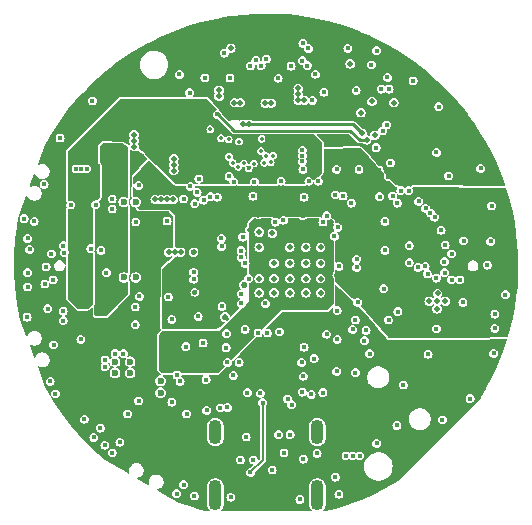
<source format=gbr>
%TF.GenerationSoftware,KiCad,Pcbnew,8.0.1*%
%TF.CreationDate,2024-05-06T13:43:09-07:00*%
%TF.ProjectId,girlvoice,6769726c-766f-4696-9365-2e6b69636164,rev?*%
%TF.SameCoordinates,Original*%
%TF.FileFunction,Copper,L3,Inr*%
%TF.FilePolarity,Positive*%
%FSLAX46Y46*%
G04 Gerber Fmt 4.6, Leading zero omitted, Abs format (unit mm)*
G04 Created by KiCad (PCBNEW 8.0.1) date 2024-05-06 13:43:09*
%MOMM*%
%LPD*%
G01*
G04 APERTURE LIST*
%TA.AperFunction,ComponentPad*%
%ADD10C,0.600000*%
%TD*%
%TA.AperFunction,HeatsinkPad*%
%ADD11C,0.600000*%
%TD*%
%TA.AperFunction,ComponentPad*%
%ADD12O,1.100000X2.100000*%
%TD*%
%TA.AperFunction,ComponentPad*%
%ADD13O,1.100000X2.600000*%
%TD*%
%TA.AperFunction,ViaPad*%
%ADD14C,0.500000*%
%TD*%
%TA.AperFunction,ViaPad*%
%ADD15C,0.450000*%
%TD*%
%TA.AperFunction,ViaPad*%
%ADD16C,0.350000*%
%TD*%
%TA.AperFunction,Conductor*%
%ADD17C,0.250000*%
%TD*%
%TA.AperFunction,Conductor*%
%ADD18C,0.200000*%
%TD*%
G04 APERTURE END LIST*
D10*
%TO.N,GND*%
%TO.C,U3*%
X87950000Y-101000000D03*
X88950000Y-101000000D03*
%TD*%
D11*
%TO.N,GND*%
%TO.C,U8*%
X87190000Y-109095000D03*
X88470000Y-109095000D03*
X87190000Y-108125000D03*
X88470000Y-108125000D03*
%TD*%
D12*
%TO.N,GND*%
%TO.C,J7*%
X95680000Y-114095000D03*
D13*
X95680000Y-119455000D03*
D12*
X104320000Y-114095000D03*
D13*
X104320000Y-119455000D03*
%TD*%
D10*
%TO.N,GND*%
%TO.C,U4*%
X87935000Y-94600000D03*
X88935000Y-94600000D03*
%TD*%
%TO.N,GND*%
%TO.C,U6*%
X91050000Y-110750000D03*
X91050000Y-109750000D03*
%TD*%
D14*
%TO.N,+1V0*%
X101250000Y-103500010D03*
X92500000Y-108400000D03*
X92500000Y-107900000D03*
X105430817Y-98864773D03*
X92500000Y-107400000D03*
X105450000Y-101450000D03*
X98600000Y-96949996D03*
X105450000Y-101950000D03*
X105450006Y-96337157D03*
X99000000Y-96300000D03*
%TO.N,GND*%
X113800000Y-103000000D03*
D15*
X93950000Y-94750000D03*
X107740000Y-103100000D03*
D14*
X91750000Y-98850000D03*
D15*
X103100000Y-91850000D03*
X93000000Y-118550000D03*
D14*
X114450000Y-103650000D03*
X96000000Y-85150000D03*
D15*
X96650000Y-105750000D03*
X94800000Y-84100000D03*
D14*
X97800000Y-86200000D03*
D15*
X119250000Y-107420000D03*
X119070000Y-94940000D03*
D14*
X103350000Y-98450000D03*
X102000000Y-101100000D03*
D15*
X107550000Y-104600000D03*
D14*
X99900000Y-86250000D03*
D15*
X80350000Y-96250000D03*
X110700000Y-94100000D03*
X102850000Y-119800000D03*
D14*
X115150000Y-103000000D03*
D16*
X97700000Y-89500000D03*
D15*
X93570000Y-93280000D03*
X108900000Y-83000000D03*
D14*
X103350000Y-101100000D03*
X100650000Y-99800000D03*
D15*
X106150000Y-119350000D03*
D14*
X91100000Y-94400000D03*
D15*
X110350000Y-104600000D03*
X107850000Y-91850000D03*
X94300000Y-92650000D03*
X115450000Y-92400000D03*
X107200000Y-94700000D03*
X115148376Y-98250000D03*
X82800000Y-103850000D03*
X82150000Y-110850000D03*
X79800000Y-101800000D03*
D14*
X114500000Y-102350000D03*
D15*
X86950000Y-94350000D03*
X109950000Y-101950000D03*
X94230000Y-104290000D03*
D14*
X114490381Y-103009010D03*
X88800000Y-89420000D03*
X104600000Y-102300000D03*
D15*
X93900000Y-119500000D03*
X113900000Y-95550000D03*
X86350000Y-108000000D03*
D14*
X92250000Y-98850000D03*
X97300000Y-86200000D03*
D15*
X93250000Y-112550000D03*
D14*
X102700000Y-86000000D03*
D15*
X85150000Y-98550000D03*
X94150000Y-93800000D03*
D14*
X102000000Y-102300000D03*
D15*
X107900000Y-116100000D03*
X109340000Y-81800000D03*
X86950000Y-95195000D03*
D14*
X91600000Y-94400000D03*
D15*
X103050000Y-90250000D03*
X92000000Y-104550000D03*
X111600000Y-110100000D03*
X94950000Y-112250000D03*
X97200000Y-109300000D03*
X79750000Y-104350000D03*
X109350000Y-115050000D03*
X114610000Y-86540000D03*
X88250000Y-112550000D03*
X82899998Y-98900000D03*
D14*
X96000000Y-85650000D03*
X99400000Y-102300000D03*
D15*
X106000000Y-106250000D03*
X92640000Y-83800000D03*
X93850000Y-100550000D03*
X94650000Y-106550000D03*
X119000000Y-97950000D03*
X116650000Y-103100000D03*
D14*
X102000000Y-99800000D03*
D15*
X104160876Y-83789124D03*
D14*
X92750000Y-98850000D03*
D15*
X114400000Y-90400000D03*
X108450000Y-105475000D03*
D16*
X96855486Y-90777445D03*
D14*
X102000000Y-98450000D03*
X100400000Y-86250000D03*
D15*
X117250000Y-111250000D03*
X85400000Y-114550000D03*
X83900000Y-91800000D03*
X103800000Y-110900000D03*
X106900000Y-81600000D03*
X113500000Y-95150000D03*
X101250000Y-92850000D03*
X103140000Y-116380000D03*
X112100000Y-99750000D03*
X97000000Y-119600000D03*
X96450000Y-82000000D03*
X107550000Y-109050000D03*
D14*
X88810000Y-89920000D03*
X104600000Y-98450000D03*
D15*
X108300000Y-106350000D03*
X86950000Y-115850000D03*
X94900000Y-109650000D03*
D14*
X99400000Y-101100000D03*
D15*
X111060000Y-113530000D03*
D14*
X99400000Y-97150000D03*
D15*
X82540000Y-89190000D03*
X97250000Y-92900000D03*
X115075000Y-99650000D03*
X118150000Y-91770000D03*
D14*
X108950000Y-86100000D03*
D15*
X107300000Y-116100000D03*
D14*
X100650000Y-102300000D03*
D15*
X86330000Y-115200000D03*
D14*
X102700000Y-85500000D03*
D15*
X105950000Y-108950000D03*
X118725000Y-99950000D03*
X93500000Y-85350000D03*
X103050000Y-91150000D03*
X92400000Y-119300000D03*
D14*
X92100000Y-94400000D03*
D15*
X84800000Y-91800000D03*
D14*
X104600000Y-101100000D03*
D15*
X105100000Y-105800000D03*
X111150000Y-103900000D03*
D16*
X97150000Y-91300000D03*
D15*
X79800000Y-97700000D03*
X106750000Y-116100000D03*
X111100000Y-94700000D03*
X81188569Y-93123046D03*
X84350000Y-91800000D03*
X103050000Y-90700000D03*
X110050000Y-96250000D03*
X96930000Y-84110000D03*
D14*
X104600000Y-99800000D03*
D15*
X110250000Y-84052500D03*
X92000000Y-111550000D03*
X101010000Y-84130000D03*
X81700000Y-109800000D03*
X83440000Y-94860000D03*
D14*
X102700000Y-85000000D03*
D16*
X99600000Y-89250000D03*
D14*
X88800000Y-88900000D03*
D15*
X114900000Y-113050000D03*
X85270000Y-86050000D03*
X88900000Y-103500000D03*
X110500000Y-91300000D03*
X98400000Y-110750000D03*
X110050000Y-98700000D03*
X109600000Y-94150000D03*
X112425000Y-84350000D03*
D14*
X103200000Y-86000000D03*
D15*
X82800000Y-104650000D03*
X103894910Y-86007760D03*
X88900000Y-105000000D03*
X114250000Y-95900000D03*
X113700000Y-107500000D03*
X79490000Y-96030000D03*
D14*
X110800000Y-86200000D03*
D15*
X93000000Y-94350000D03*
D14*
X99400000Y-98450000D03*
D15*
X86350000Y-108550000D03*
X119350000Y-105300000D03*
X93850000Y-101150000D03*
D14*
X103350000Y-99800000D03*
X109200000Y-88950000D03*
X90600000Y-94400000D03*
D15*
X104050000Y-107870000D03*
X105950000Y-91850000D03*
X108750000Y-107450000D03*
D16*
X96820000Y-89310000D03*
D14*
X100650000Y-101100000D03*
D15*
X119350000Y-104100000D03*
X120250000Y-102450000D03*
X114400000Y-105350000D03*
D14*
X100510000Y-97260000D03*
D15*
X116700000Y-97900000D03*
D14*
X103350000Y-102300000D03*
D15*
X96600000Y-106950000D03*
X92700000Y-109800000D03*
X109300000Y-90000000D03*
D14*
X108000000Y-87050000D03*
D15*
%TO.N,+3V3*%
X105850000Y-115500000D03*
X105250000Y-107000000D03*
D14*
X91118750Y-113200000D03*
X97950000Y-80690000D03*
X93850000Y-98850000D03*
X89581250Y-98600000D03*
D15*
X114350000Y-92950000D03*
D14*
X107800000Y-114350000D03*
X91118750Y-112700000D03*
X98110148Y-101622647D03*
X96500000Y-104350000D03*
X110350000Y-92450000D03*
D15*
X105462812Y-85699440D03*
X107300000Y-107650000D03*
D14*
X89581250Y-97100000D03*
D15*
X97850000Y-109500000D03*
D14*
X89581250Y-97600000D03*
X97410000Y-80690000D03*
X106800000Y-114350000D03*
D15*
X93950000Y-102250000D03*
D14*
X107300000Y-114350000D03*
X91118750Y-112200000D03*
X89581250Y-98100000D03*
X100950000Y-82500000D03*
%TO.N,VSYS*%
X103700000Y-89200000D03*
X93810000Y-91350000D03*
X103700000Y-90700000D03*
X103700000Y-91200000D03*
X103700000Y-90200000D03*
X85300000Y-92970000D03*
X85310000Y-93470000D03*
X93800000Y-90850000D03*
X84550000Y-102850000D03*
X84550000Y-101850000D03*
X85300000Y-92450000D03*
X84550000Y-100850000D03*
X84550000Y-101350000D03*
X94300000Y-90850000D03*
X94310000Y-91350000D03*
X84550000Y-102350000D03*
X103700000Y-89700000D03*
D15*
%TO.N,Net-(U4-EN)*%
X89185000Y-93199994D03*
X85549996Y-94850004D03*
%TO.N,Net-(U3-FB)*%
X91700000Y-102650000D03*
X89250000Y-102600000D03*
%TO.N,+1V8*%
X79960000Y-98626692D03*
X112100000Y-102400000D03*
D14*
X100602235Y-95618647D03*
D15*
X120050000Y-101325000D03*
X116550000Y-101900000D03*
D14*
X106111250Y-95983249D03*
X103100000Y-95749990D03*
D15*
X112300000Y-99150000D03*
X109550000Y-91900000D03*
D14*
X92600000Y-101531253D03*
X99325000Y-95672048D03*
D15*
X113750000Y-97350000D03*
X108650003Y-92900003D03*
D16*
X98507841Y-91750000D03*
D15*
X81950000Y-101200000D03*
D14*
X97900000Y-96250000D03*
X110050000Y-100100000D03*
X106000000Y-100800000D03*
X92600000Y-100881250D03*
X92100000Y-100881250D03*
D15*
X99750000Y-94050000D03*
D14*
X91600000Y-100881250D03*
X97845185Y-100335402D03*
D15*
%TO.N,Net-(U4-FB)*%
X88950000Y-96299998D03*
X91600000Y-96220000D03*
%TO.N,/PWR_EN*%
X100752415Y-96308132D03*
X82800000Y-98300000D03*
%TO.N,VBUS*%
X84300000Y-106250000D03*
X86450000Y-100599998D03*
%TO.N,/FLASH_~{WP}*%
X103200000Y-106900000D03*
X99914159Y-103200985D03*
%TO.N,/FLASH_MISO*%
X103000000Y-108200000D03*
X97900000Y-102400000D03*
%TO.N,/FLASH_SCK*%
X100100000Y-105700000D03*
X96700000Y-108200000D03*
X96700000Y-112000000D03*
%TO.N,/FLASH_~{HLD}*%
X97700000Y-108200000D03*
X97900000Y-103200000D03*
%TO.N,/FLASH_CS*%
X98200000Y-105400000D03*
X101500000Y-115850000D03*
X99500000Y-110800000D03*
X103138909Y-109361091D03*
%TO.N,/FLASH_MOSI*%
X96115180Y-112039135D03*
%TO.N,/iCE_CRESET*%
X101100000Y-105600000D03*
X104800000Y-110750000D03*
%TO.N,Net-(U6-FB)*%
X93200000Y-106850000D03*
X92450000Y-109250000D03*
D14*
%TO.N,VBAT*%
X86350000Y-102050000D03*
X86900000Y-90450000D03*
X86350000Y-103050000D03*
X86410000Y-91750000D03*
X87450000Y-90450000D03*
X86350000Y-102550000D03*
X86400000Y-91250000D03*
X86350000Y-103550000D03*
X86400000Y-90730000D03*
X86350000Y-101550000D03*
D15*
%TO.N,/IPS_BL*%
X109850000Y-88600000D03*
X96850000Y-92450000D03*
%TO.N,/USB_DP*%
X101800000Y-111300000D03*
X98002235Y-97581353D03*
%TO.N,/AMP_DATA*%
X109750000Y-85050000D03*
X99000000Y-92900000D03*
D16*
X99525174Y-90300004D03*
%TO.N,/AMP_LRCLK*%
X98942516Y-91358606D03*
X100366714Y-91246200D03*
D15*
X110200000Y-88100000D03*
D16*
%TO.N,/AMP_BCLK*%
X99825000Y-91286624D03*
D15*
X110400000Y-85050000D03*
%TO.N,/TP_RST*%
X105774231Y-97500000D03*
X102100000Y-83100000D03*
%TO.N,/iCE_CINIT*%
X107300000Y-105400000D03*
X106000000Y-103800000D03*
D16*
%TO.N,/NX_SCL*%
X98080000Y-91350000D03*
D15*
X111400000Y-93650000D03*
X103485781Y-83064029D03*
X103563228Y-81592941D03*
X112850000Y-100150000D03*
X96225000Y-98375000D03*
%TO.N,/IPS_SCK*%
X98500000Y-101100000D03*
X99561704Y-83061704D03*
%TO.N,/NX_SDA*%
X103098520Y-81175000D03*
X96200000Y-97699997D03*
D16*
X97630000Y-91619994D03*
D15*
X103035881Y-82653151D03*
X112050000Y-93650000D03*
X113450000Y-100050000D03*
D16*
%TO.N,/AMP_EN*%
X100578822Y-90689640D03*
D15*
X107607643Y-85168397D03*
X98866433Y-94115000D03*
%TO.N,/MIC_DATA*%
X103200000Y-94200000D03*
X104799999Y-96300001D03*
X81350000Y-100100000D03*
X114800000Y-97000000D03*
X79800000Y-100600000D03*
X95850000Y-94200000D03*
%TO.N,/iCE_CDONE*%
X103050000Y-110700000D03*
X99300000Y-105700000D03*
%TO.N,/TP_INT*%
X104876799Y-85316567D03*
X106033634Y-96767280D03*
%TO.N,/BTN_UP*%
X87600000Y-114950000D03*
X106500000Y-94100000D03*
%TO.N,/PAJ_INT*%
X112100000Y-98300000D03*
X106150000Y-100050000D03*
%TO.N,/IPS_DATA*%
X100000000Y-82500000D03*
X97900000Y-99300000D03*
%TO.N,/IPS_RS*%
X98644761Y-83094761D03*
X98200000Y-99800000D03*
%TO.N,/BTN_PWR*%
X101450000Y-96150010D03*
X86000000Y-98700000D03*
%TO.N,/BTN_DOWN*%
X81500000Y-103650000D03*
X105850000Y-94000000D03*
%TO.N,/USB_DN*%
X102145002Y-111760002D03*
X97867229Y-98720711D03*
%TO.N,/IPS_CS*%
X96250000Y-103450000D03*
X99119761Y-82619761D03*
%TO.N,/SPKP*%
X95850000Y-87200000D03*
D14*
X108500000Y-89350000D03*
D15*
%TO.N,Net-(J3-Pin_2)*%
X112900000Y-94550000D03*
D14*
%TO.N,/SPKN*%
X92170000Y-91450000D03*
X98040000Y-88020000D03*
X92170000Y-90930000D03*
X108100000Y-88800000D03*
D16*
X95250000Y-88450000D03*
D14*
X98550000Y-88030000D03*
X92180000Y-91950000D03*
D15*
%TO.N,Net-(U8-TS)*%
X87199997Y-107450000D03*
X82000000Y-106700000D03*
D14*
%TO.N,Net-(J1-Pin_2)*%
X97000009Y-81599991D03*
X107100000Y-82910000D03*
D15*
%TO.N,Net-(J7-D+-PadA6)*%
X99700000Y-111600000D03*
X98650000Y-117500000D03*
%TO.N,Net-(J7-RX1-)*%
X98300000Y-114500000D03*
%TO.N,Net-(J7-SBU2)*%
X98900008Y-116450000D03*
%TO.N,Net-(J7-RX2+)*%
X104300000Y-115900000D03*
%TO.N,Net-(J7-RX1+)*%
X97800000Y-116450014D03*
%TO.N,Net-(J7-SBU1)*%
X101050000Y-114300000D03*
%TO.N,Net-(J7-CC2)*%
X100500000Y-117300000D03*
X105850000Y-117900000D03*
%TO.N,Net-(J7-RX2-)*%
X102015000Y-114300000D03*
%TO.N,/BCLK*%
X95250000Y-94150000D03*
X103600000Y-92850000D03*
X115100000Y-100600000D03*
X81800000Y-99000000D03*
%TO.N,Net-(D2-K)*%
X87900000Y-107450000D03*
X85950000Y-113750000D03*
D16*
%TO.N,Net-(U7-VSN)*%
X96149976Y-89209976D03*
X99991522Y-90710192D03*
D15*
%TO.N,/AUX_DATAI*%
X107650000Y-99450000D03*
X113650000Y-100700000D03*
%TO.N,/AUX_DATAO*%
X114400000Y-101050000D03*
X107650000Y-100150003D03*
%TO.N,/AUX_MCLK*%
X116400003Y-101200000D03*
X105122631Y-95772631D03*
%TO.N,Net-(D3-K)*%
X89200000Y-111450000D03*
X84600000Y-113000000D03*
%TO.N,/LRCLK*%
X104400000Y-92850000D03*
X94700000Y-94450000D03*
X81250000Y-101550000D03*
X115699998Y-99000002D03*
X115700000Y-101200000D03*
%TD*%
D17*
%TO.N,/SPKP*%
X95900000Y-87200000D02*
X95850000Y-87200000D01*
X107907537Y-89350000D02*
X107117537Y-88560000D01*
X97260000Y-88560000D02*
X95900000Y-87200000D01*
X108500000Y-89350000D02*
X107907537Y-89350000D01*
X107117537Y-88560000D02*
X97260000Y-88560000D01*
%TO.N,/SPKN*%
X108100000Y-88800000D02*
X107330000Y-88030000D01*
X98030000Y-88030000D02*
X97925000Y-87925000D01*
X107330000Y-88030000D02*
X98030000Y-88030000D01*
D18*
%TO.N,Net-(J7-D+-PadA6)*%
X99700000Y-111600000D02*
X99700000Y-116450000D01*
X99700000Y-116450000D02*
X98650000Y-117500000D01*
%TD*%
%TA.AperFunction,Conductor*%
%TO.N,VBAT*%
G36*
X86210609Y-89629898D02*
G01*
X87810577Y-89645054D01*
X87832302Y-89650363D01*
X88065283Y-89768700D01*
X88077738Y-89777738D01*
X88285648Y-89985648D01*
X88300000Y-90020296D01*
X88300000Y-94209322D01*
X88285648Y-94243970D01*
X88251000Y-94258322D01*
X88224509Y-94250544D01*
X88124067Y-94185995D01*
X87999776Y-94149500D01*
X87999772Y-94149500D01*
X87870228Y-94149500D01*
X87870223Y-94149500D01*
X87745933Y-94185995D01*
X87636950Y-94256033D01*
X87552119Y-94353936D01*
X87552118Y-94353936D01*
X87498301Y-94471776D01*
X87479867Y-94599997D01*
X87479867Y-94600002D01*
X87498301Y-94728223D01*
X87537849Y-94814819D01*
X87552118Y-94846063D01*
X87636951Y-94943967D01*
X87745931Y-95014004D01*
X87815093Y-95034311D01*
X87870223Y-95050499D01*
X87870228Y-95050500D01*
X87999772Y-95050500D01*
X87999776Y-95050499D01*
X88020324Y-95044465D01*
X88124069Y-95014004D01*
X88224509Y-94949454D01*
X88261416Y-94942797D01*
X88292222Y-94964186D01*
X88300000Y-94990677D01*
X88300000Y-100599682D01*
X88285648Y-100634330D01*
X88251000Y-100648682D01*
X88224509Y-100640904D01*
X88139067Y-100585995D01*
X88014776Y-100549500D01*
X88014772Y-100549500D01*
X87885228Y-100549500D01*
X87885223Y-100549500D01*
X87760933Y-100585995D01*
X87760931Y-100585995D01*
X87760931Y-100585996D01*
X87727424Y-100607529D01*
X87651950Y-100656033D01*
X87567119Y-100753936D01*
X87567118Y-100753936D01*
X87513301Y-100871776D01*
X87494867Y-100999997D01*
X87494867Y-101000002D01*
X87513301Y-101128223D01*
X87567118Y-101246063D01*
X87651951Y-101343967D01*
X87760931Y-101414004D01*
X87830093Y-101434311D01*
X87885223Y-101450499D01*
X87885228Y-101450500D01*
X88014772Y-101450500D01*
X88014776Y-101450499D01*
X88035324Y-101444465D01*
X88139069Y-101414004D01*
X88224509Y-101359094D01*
X88261416Y-101352437D01*
X88292222Y-101373826D01*
X88300000Y-101400317D01*
X88300000Y-102379704D01*
X88285648Y-102414352D01*
X86950000Y-103749999D01*
X86950000Y-103779704D01*
X86935648Y-103814352D01*
X86464352Y-104285648D01*
X86429704Y-104300000D01*
X85620296Y-104300000D01*
X85585648Y-104285648D01*
X85464352Y-104164352D01*
X85450000Y-104129704D01*
X85450000Y-103332590D01*
X85458257Y-103305369D01*
X85479311Y-103273860D01*
X85493663Y-103239212D01*
X85505500Y-103179704D01*
X85505500Y-100599998D01*
X86069819Y-100599998D01*
X86088426Y-100717480D01*
X86088426Y-100717481D01*
X86088427Y-100717482D01*
X86142422Y-100823456D01*
X86142427Y-100823463D01*
X86226534Y-100907570D01*
X86226541Y-100907575D01*
X86297190Y-100943571D01*
X86332518Y-100961572D01*
X86450000Y-100980179D01*
X86567482Y-100961572D01*
X86640988Y-100924118D01*
X86673458Y-100907575D01*
X86673460Y-100907573D01*
X86673465Y-100907571D01*
X86757573Y-100823463D01*
X86811574Y-100717480D01*
X86830181Y-100599998D01*
X86811574Y-100482516D01*
X86793573Y-100447188D01*
X86757577Y-100376539D01*
X86757572Y-100376532D01*
X86673465Y-100292425D01*
X86673458Y-100292420D01*
X86567484Y-100238425D01*
X86567483Y-100238424D01*
X86567482Y-100238424D01*
X86450000Y-100219817D01*
X86332518Y-100238424D01*
X86332516Y-100238424D01*
X86332515Y-100238425D01*
X86226541Y-100292420D01*
X86226534Y-100292425D01*
X86142427Y-100376532D01*
X86142422Y-100376539D01*
X86088427Y-100482513D01*
X86088426Y-100482514D01*
X86088426Y-100482516D01*
X86069819Y-100599998D01*
X85505500Y-100599998D01*
X85505500Y-98949489D01*
X85501204Y-98913195D01*
X85501204Y-98913191D01*
X85498037Y-98900000D01*
X85495862Y-98890941D01*
X85491239Y-98875334D01*
X85458618Y-98827870D01*
X85450000Y-98800116D01*
X85450000Y-98799809D01*
X85457213Y-98777609D01*
X85455822Y-98776901D01*
X85495005Y-98700000D01*
X85619819Y-98700000D01*
X85638426Y-98817482D01*
X85638426Y-98817483D01*
X85638427Y-98817484D01*
X85692422Y-98923458D01*
X85692427Y-98923465D01*
X85776534Y-99007572D01*
X85776541Y-99007577D01*
X85847190Y-99043573D01*
X85882518Y-99061574D01*
X86000000Y-99080181D01*
X86117482Y-99061574D01*
X86190988Y-99024120D01*
X86223458Y-99007577D01*
X86223460Y-99007575D01*
X86223465Y-99007573D01*
X86307573Y-98923465D01*
X86361574Y-98817482D01*
X86380181Y-98700000D01*
X86361574Y-98582518D01*
X86343573Y-98547190D01*
X86307577Y-98476541D01*
X86307572Y-98476534D01*
X86223465Y-98392427D01*
X86223458Y-98392422D01*
X86117484Y-98338427D01*
X86117483Y-98338426D01*
X86117482Y-98338426D01*
X86000000Y-98319819D01*
X85882518Y-98338426D01*
X85882516Y-98338426D01*
X85882515Y-98338427D01*
X85776541Y-98392422D01*
X85776534Y-98392427D01*
X85692427Y-98476534D01*
X85692422Y-98476541D01*
X85638427Y-98582515D01*
X85638426Y-98582516D01*
X85638426Y-98582518D01*
X85619819Y-98700000D01*
X85495005Y-98700000D01*
X85511574Y-98667482D01*
X85530181Y-98550000D01*
X85511574Y-98432518D01*
X85491144Y-98392422D01*
X85455823Y-98323098D01*
X85457208Y-98322391D01*
X85450000Y-98300189D01*
X85450000Y-98299496D01*
X85460127Y-98269665D01*
X85479310Y-98244667D01*
X85479309Y-98244667D01*
X85479311Y-98244666D01*
X85493663Y-98210018D01*
X85505500Y-98150510D01*
X85505500Y-95279082D01*
X85519852Y-95244434D01*
X85546835Y-95230685D01*
X85549993Y-95230184D01*
X85549996Y-95230185D01*
X85667478Y-95211578D01*
X85700013Y-95195000D01*
X86569819Y-95195000D01*
X86588426Y-95312482D01*
X86588426Y-95312483D01*
X86588427Y-95312484D01*
X86642422Y-95418458D01*
X86642427Y-95418465D01*
X86726534Y-95502572D01*
X86726541Y-95502577D01*
X86797190Y-95538573D01*
X86832518Y-95556574D01*
X86950000Y-95575181D01*
X87067482Y-95556574D01*
X87140988Y-95519120D01*
X87173458Y-95502577D01*
X87173460Y-95502575D01*
X87173465Y-95502573D01*
X87257573Y-95418465D01*
X87311574Y-95312482D01*
X87330181Y-95195000D01*
X87311574Y-95077518D01*
X87267453Y-94990925D01*
X87257577Y-94971541D01*
X87257572Y-94971534D01*
X87173465Y-94887427D01*
X87173458Y-94887422D01*
X87067484Y-94833427D01*
X87067483Y-94833426D01*
X87067482Y-94833426D01*
X86988370Y-94820896D01*
X86956395Y-94801302D01*
X86951612Y-94781382D01*
X86932763Y-94812142D01*
X86911628Y-94820896D01*
X86832518Y-94833426D01*
X86832516Y-94833426D01*
X86832515Y-94833427D01*
X86726541Y-94887422D01*
X86726534Y-94887427D01*
X86642427Y-94971534D01*
X86642422Y-94971541D01*
X86588427Y-95077515D01*
X86588426Y-95077516D01*
X86588426Y-95077518D01*
X86569819Y-95195000D01*
X85700013Y-95195000D01*
X85740984Y-95174124D01*
X85773454Y-95157581D01*
X85773456Y-95157579D01*
X85773461Y-95157577D01*
X85857569Y-95073469D01*
X85911570Y-94967486D01*
X85930177Y-94850004D01*
X85911570Y-94732522D01*
X85873382Y-94657573D01*
X85857573Y-94626545D01*
X85857568Y-94626538D01*
X85835117Y-94604087D01*
X85820765Y-94569439D01*
X85835117Y-94534791D01*
X85889017Y-94480891D01*
X85995603Y-94374306D01*
X86011844Y-94350000D01*
X86569819Y-94350000D01*
X86588426Y-94467482D01*
X86588426Y-94467483D01*
X86588427Y-94467484D01*
X86642422Y-94573458D01*
X86642427Y-94573465D01*
X86726534Y-94657572D01*
X86726541Y-94657577D01*
X86797190Y-94693573D01*
X86832518Y-94711574D01*
X86911627Y-94724103D01*
X86943604Y-94743699D01*
X86948386Y-94763617D01*
X86967235Y-94732858D01*
X86988369Y-94724103D01*
X87067482Y-94711574D01*
X87162614Y-94663102D01*
X87173458Y-94657577D01*
X87173460Y-94657575D01*
X87173465Y-94657573D01*
X87257573Y-94573465D01*
X87259625Y-94569439D01*
X87277278Y-94534791D01*
X87311574Y-94467482D01*
X87330181Y-94350000D01*
X87311574Y-94232518D01*
X87287870Y-94185996D01*
X87257577Y-94126541D01*
X87257572Y-94126534D01*
X87173465Y-94042427D01*
X87173458Y-94042422D01*
X87067484Y-93988427D01*
X87067483Y-93988426D01*
X87067482Y-93988426D01*
X86950000Y-93969819D01*
X86832518Y-93988426D01*
X86832516Y-93988426D01*
X86832515Y-93988427D01*
X86726541Y-94042422D01*
X86726534Y-94042427D01*
X86642427Y-94126534D01*
X86642422Y-94126541D01*
X86588427Y-94232515D01*
X86588426Y-94232516D01*
X86588426Y-94232518D01*
X86569819Y-94350000D01*
X86011844Y-94350000D01*
X86029311Y-94323859D01*
X86043663Y-94289211D01*
X86055500Y-94229703D01*
X86055500Y-91470296D01*
X86055373Y-91469656D01*
X86043665Y-91410796D01*
X86043662Y-91410785D01*
X86029312Y-91376142D01*
X86028089Y-91374312D01*
X86017072Y-91357823D01*
X85995605Y-91325695D01*
X85924308Y-91254398D01*
X85923409Y-91253660D01*
X85923224Y-91253314D01*
X85922605Y-91252695D01*
X85922792Y-91252507D01*
X85905735Y-91220583D01*
X85905500Y-91215787D01*
X85905500Y-89934704D01*
X85919851Y-89900057D01*
X86175658Y-89644248D01*
X86210305Y-89629897D01*
X86210609Y-89629898D01*
G37*
%TD.AperFunction*%
%TD*%
%TA.AperFunction,Conductor*%
%TO.N,+1V0*%
G36*
X99096947Y-96005341D02*
G01*
X99126108Y-96020199D01*
X99199696Y-96057694D01*
X99325000Y-96077540D01*
X99450304Y-96057694D01*
X99523892Y-96020199D01*
X99553053Y-96005341D01*
X99575299Y-96000000D01*
X100411213Y-96000000D01*
X100445861Y-96014352D01*
X100460213Y-96049000D01*
X100446816Y-96081341D01*
X100447106Y-96081552D01*
X100446229Y-96082757D01*
X100445861Y-96083648D01*
X100444842Y-96084666D01*
X100444837Y-96084673D01*
X100390842Y-96190647D01*
X100390841Y-96190648D01*
X100390841Y-96190650D01*
X100372234Y-96308132D01*
X100390841Y-96425614D01*
X100390841Y-96425615D01*
X100390842Y-96425616D01*
X100444837Y-96531590D01*
X100444842Y-96531597D01*
X100528949Y-96615704D01*
X100528956Y-96615709D01*
X100568086Y-96635646D01*
X100634933Y-96669706D01*
X100752415Y-96688313D01*
X100869897Y-96669706D01*
X100943403Y-96632252D01*
X100975873Y-96615709D01*
X100975875Y-96615707D01*
X100975880Y-96615705D01*
X101059988Y-96531597D01*
X101110570Y-96432322D01*
X101139084Y-96407970D01*
X101176472Y-96410911D01*
X101188875Y-96419923D01*
X101226534Y-96457582D01*
X101226541Y-96457587D01*
X101286903Y-96488342D01*
X101332518Y-96511584D01*
X101450000Y-96530191D01*
X101567482Y-96511584D01*
X101640988Y-96474130D01*
X101673458Y-96457587D01*
X101673460Y-96457585D01*
X101673465Y-96457583D01*
X101757573Y-96373475D01*
X101811574Y-96267492D01*
X101830181Y-96150010D01*
X101815396Y-96056662D01*
X101824151Y-96020199D01*
X101856128Y-96000603D01*
X101863793Y-96000000D01*
X102763322Y-96000000D01*
X102797970Y-96014352D01*
X102861657Y-96078039D01*
X102861664Y-96078044D01*
X102974691Y-96135634D01*
X102974692Y-96135634D01*
X102974696Y-96135636D01*
X103100000Y-96155482D01*
X103225304Y-96135636D01*
X103225308Y-96135634D01*
X103225309Y-96135634D01*
X103338335Y-96078044D01*
X103338337Y-96078042D01*
X103338342Y-96078040D01*
X103402030Y-96014352D01*
X103436678Y-96000000D01*
X104451864Y-96000000D01*
X104486512Y-96014352D01*
X104500864Y-96049000D01*
X104493196Y-96072599D01*
X104494176Y-96073099D01*
X104438426Y-96182516D01*
X104438425Y-96182517D01*
X104438425Y-96182519D01*
X104419818Y-96300001D01*
X104438425Y-96417483D01*
X104438425Y-96417484D01*
X104438426Y-96417485D01*
X104492421Y-96523459D01*
X104492426Y-96523466D01*
X104576533Y-96607573D01*
X104576540Y-96607578D01*
X104631628Y-96635646D01*
X104682517Y-96661575D01*
X104799999Y-96680182D01*
X104917481Y-96661575D01*
X104990987Y-96624121D01*
X105023457Y-96607578D01*
X105023459Y-96607576D01*
X105023464Y-96607574D01*
X105107572Y-96523466D01*
X105161573Y-96417483D01*
X105180180Y-96300001D01*
X105163694Y-96195916D01*
X105172449Y-96159453D01*
X105204424Y-96139857D01*
X105240113Y-96134205D01*
X105303849Y-96101729D01*
X105341234Y-96098787D01*
X105360741Y-96110741D01*
X105685648Y-96435648D01*
X105700000Y-96470296D01*
X105700000Y-96583199D01*
X105694659Y-96605444D01*
X105672061Y-96649795D01*
X105672060Y-96649796D01*
X105672060Y-96649798D01*
X105653453Y-96767280D01*
X105672060Y-96884762D01*
X105694659Y-96929116D01*
X105700000Y-96951360D01*
X105700000Y-97089725D01*
X105685648Y-97124373D01*
X105660413Y-97137233D01*
X105660414Y-97137235D01*
X105660404Y-97137238D01*
X105658674Y-97138120D01*
X105656751Y-97138424D01*
X105656746Y-97138426D01*
X105550772Y-97192422D01*
X105550765Y-97192427D01*
X105466658Y-97276534D01*
X105466653Y-97276541D01*
X105412658Y-97382515D01*
X105412657Y-97382516D01*
X105412657Y-97382518D01*
X105394050Y-97500000D01*
X105412657Y-97617482D01*
X105412657Y-97617483D01*
X105412658Y-97617484D01*
X105466653Y-97723458D01*
X105466658Y-97723465D01*
X105550765Y-97807572D01*
X105550772Y-97807577D01*
X105656747Y-97861573D01*
X105656749Y-97861574D01*
X105658660Y-97861876D01*
X105659769Y-97862556D01*
X105660421Y-97862768D01*
X105660370Y-97862924D01*
X105690638Y-97881467D01*
X105700000Y-97910274D01*
X105700000Y-100513312D01*
X105685648Y-100547960D01*
X105671950Y-100561657D01*
X105671945Y-100561664D01*
X105614355Y-100674690D01*
X105614355Y-100674692D01*
X105614354Y-100674694D01*
X105614354Y-100674696D01*
X105594508Y-100800000D01*
X105614354Y-100925304D01*
X105614354Y-100925305D01*
X105614355Y-100925307D01*
X105614355Y-100925309D01*
X105671945Y-101038335D01*
X105671950Y-101038342D01*
X105685648Y-101052040D01*
X105700000Y-101086688D01*
X105700000Y-103229704D01*
X105685648Y-103264352D01*
X105214352Y-103735648D01*
X105179704Y-103750000D01*
X101250000Y-103750000D01*
X99600167Y-105399833D01*
X99565519Y-105414185D01*
X99530871Y-105399833D01*
X99523465Y-105392427D01*
X99523458Y-105392422D01*
X99417484Y-105338427D01*
X99417483Y-105338426D01*
X99417482Y-105338426D01*
X99300000Y-105319819D01*
X99182518Y-105338426D01*
X99182516Y-105338426D01*
X99182515Y-105338427D01*
X99076541Y-105392422D01*
X99076534Y-105392427D01*
X98992427Y-105476534D01*
X98992422Y-105476541D01*
X98938427Y-105582515D01*
X98938426Y-105582516D01*
X98938426Y-105582518D01*
X98919819Y-105700000D01*
X98938426Y-105817482D01*
X98938426Y-105817483D01*
X98938427Y-105817484D01*
X98992422Y-105923458D01*
X98992427Y-105923465D01*
X98999832Y-105930870D01*
X99014184Y-105965518D01*
X98999832Y-106000166D01*
X97050166Y-107949832D01*
X97015518Y-107964184D01*
X96980870Y-107949832D01*
X96923465Y-107892427D01*
X96923458Y-107892422D01*
X96817484Y-107838427D01*
X96817483Y-107838426D01*
X96817482Y-107838426D01*
X96700000Y-107819819D01*
X96582518Y-107838426D01*
X96582516Y-107838426D01*
X96582515Y-107838427D01*
X96476541Y-107892422D01*
X96476534Y-107892427D01*
X96392427Y-107976534D01*
X96392422Y-107976541D01*
X96338427Y-108082515D01*
X96338426Y-108082516D01*
X96338426Y-108082518D01*
X96319819Y-108200000D01*
X96338426Y-108317482D01*
X96338426Y-108317483D01*
X96338427Y-108317484D01*
X96392422Y-108423458D01*
X96392427Y-108423465D01*
X96449832Y-108480870D01*
X96464184Y-108515518D01*
X96449832Y-108550166D01*
X95914352Y-109085648D01*
X95879704Y-109100000D01*
X95350000Y-109100000D01*
X92825032Y-109100000D01*
X92790384Y-109085648D01*
X92781375Y-109073249D01*
X92757573Y-109026535D01*
X92673465Y-108942427D01*
X92673458Y-108942422D01*
X92567484Y-108888427D01*
X92567483Y-108888426D01*
X92567482Y-108888426D01*
X92450000Y-108869819D01*
X92332518Y-108888426D01*
X92332516Y-108888426D01*
X92332515Y-108888427D01*
X92226541Y-108942422D01*
X92226534Y-108942427D01*
X92142425Y-109026536D01*
X92128678Y-109053518D01*
X92118626Y-109073246D01*
X92090111Y-109097601D01*
X92074968Y-109100000D01*
X91220878Y-109100000D01*
X91186230Y-109085648D01*
X91185538Y-109084943D01*
X91174302Y-109073245D01*
X90910584Y-108798671D01*
X90896925Y-108764703D01*
X90897075Y-108480870D01*
X90897932Y-106850000D01*
X92819819Y-106850000D01*
X92838426Y-106967482D01*
X92838426Y-106967483D01*
X92838427Y-106967484D01*
X92892422Y-107073458D01*
X92892427Y-107073465D01*
X92976534Y-107157572D01*
X92976541Y-107157577D01*
X93047190Y-107193573D01*
X93082518Y-107211574D01*
X93200000Y-107230181D01*
X93317482Y-107211574D01*
X93392289Y-107173458D01*
X93423458Y-107157577D01*
X93423460Y-107157575D01*
X93423465Y-107157573D01*
X93507573Y-107073465D01*
X93510621Y-107067484D01*
X93524120Y-107040988D01*
X93561574Y-106967482D01*
X93564343Y-106950000D01*
X96219819Y-106950000D01*
X96238426Y-107067482D01*
X96238426Y-107067483D01*
X96238427Y-107067484D01*
X96292422Y-107173458D01*
X96292427Y-107173465D01*
X96376534Y-107257572D01*
X96376541Y-107257577D01*
X96447190Y-107293573D01*
X96482518Y-107311574D01*
X96600000Y-107330181D01*
X96717482Y-107311574D01*
X96815613Y-107261574D01*
X96823458Y-107257577D01*
X96823460Y-107257575D01*
X96823465Y-107257573D01*
X96907573Y-107173465D01*
X96915669Y-107157577D01*
X96933049Y-107123465D01*
X96961574Y-107067482D01*
X96980181Y-106950000D01*
X96961574Y-106832518D01*
X96943573Y-106797190D01*
X96907577Y-106726541D01*
X96907572Y-106726534D01*
X96823465Y-106642427D01*
X96823458Y-106642422D01*
X96717484Y-106588427D01*
X96717483Y-106588426D01*
X96717482Y-106588426D01*
X96600000Y-106569819D01*
X96482518Y-106588426D01*
X96482516Y-106588426D01*
X96482515Y-106588427D01*
X96376541Y-106642422D01*
X96376534Y-106642427D01*
X96292427Y-106726534D01*
X96292422Y-106726541D01*
X96238427Y-106832515D01*
X96238426Y-106832516D01*
X96238426Y-106832518D01*
X96219819Y-106950000D01*
X93564343Y-106950000D01*
X93580181Y-106850000D01*
X93561574Y-106732518D01*
X93541147Y-106692427D01*
X93507577Y-106626541D01*
X93507572Y-106626534D01*
X93431038Y-106550000D01*
X94269819Y-106550000D01*
X94288426Y-106667482D01*
X94288426Y-106667483D01*
X94288427Y-106667484D01*
X94342422Y-106773458D01*
X94342427Y-106773465D01*
X94426534Y-106857572D01*
X94426541Y-106857577D01*
X94475492Y-106882518D01*
X94532518Y-106911574D01*
X94650000Y-106930181D01*
X94767482Y-106911574D01*
X94840988Y-106874120D01*
X94873458Y-106857577D01*
X94873460Y-106857575D01*
X94873465Y-106857573D01*
X94957573Y-106773465D01*
X95011574Y-106667482D01*
X95030181Y-106550000D01*
X95011574Y-106432518D01*
X94978437Y-106367482D01*
X94957577Y-106326541D01*
X94957572Y-106326534D01*
X94873465Y-106242427D01*
X94873458Y-106242422D01*
X94767484Y-106188427D01*
X94767483Y-106188426D01*
X94767482Y-106188426D01*
X94650000Y-106169819D01*
X94532518Y-106188426D01*
X94532516Y-106188426D01*
X94532515Y-106188427D01*
X94426541Y-106242422D01*
X94426534Y-106242427D01*
X94342427Y-106326534D01*
X94342422Y-106326541D01*
X94288427Y-106432515D01*
X94288426Y-106432516D01*
X94288426Y-106432518D01*
X94269819Y-106550000D01*
X93431038Y-106550000D01*
X93423465Y-106542427D01*
X93423458Y-106542422D01*
X93317484Y-106488427D01*
X93317483Y-106488426D01*
X93317482Y-106488426D01*
X93200000Y-106469819D01*
X93082518Y-106488426D01*
X93082516Y-106488426D01*
X93082515Y-106488427D01*
X92976541Y-106542422D01*
X92976534Y-106542427D01*
X92892427Y-106626534D01*
X92892422Y-106626541D01*
X92838427Y-106732515D01*
X92838426Y-106732516D01*
X92838426Y-106732518D01*
X92819819Y-106850000D01*
X90897932Y-106850000D01*
X90898446Y-105870353D01*
X90912816Y-105835714D01*
X90998971Y-105750000D01*
X96269819Y-105750000D01*
X96288426Y-105867482D01*
X96288426Y-105867483D01*
X96288427Y-105867484D01*
X96342422Y-105973458D01*
X96342427Y-105973465D01*
X96426534Y-106057572D01*
X96426541Y-106057577D01*
X96497190Y-106093573D01*
X96532518Y-106111574D01*
X96650000Y-106130181D01*
X96767482Y-106111574D01*
X96865613Y-106061574D01*
X96873458Y-106057577D01*
X96873460Y-106057575D01*
X96873465Y-106057573D01*
X96957573Y-105973465D01*
X96961623Y-105965518D01*
X96983053Y-105923458D01*
X97011574Y-105867482D01*
X97030181Y-105750000D01*
X97011574Y-105632518D01*
X96986096Y-105582515D01*
X96957577Y-105526541D01*
X96957572Y-105526534D01*
X96873465Y-105442427D01*
X96873458Y-105442422D01*
X96790198Y-105400000D01*
X97819819Y-105400000D01*
X97838426Y-105517482D01*
X97838426Y-105517483D01*
X97838427Y-105517484D01*
X97892422Y-105623458D01*
X97892427Y-105623465D01*
X97976534Y-105707572D01*
X97976541Y-105707577D01*
X98047190Y-105743573D01*
X98082518Y-105761574D01*
X98200000Y-105780181D01*
X98317482Y-105761574D01*
X98390988Y-105724120D01*
X98423458Y-105707577D01*
X98423460Y-105707575D01*
X98423465Y-105707573D01*
X98507573Y-105623465D01*
X98561574Y-105517482D01*
X98580181Y-105400000D01*
X98561574Y-105282518D01*
X98539108Y-105238426D01*
X98507577Y-105176541D01*
X98507572Y-105176534D01*
X98423465Y-105092427D01*
X98423458Y-105092422D01*
X98317484Y-105038427D01*
X98317483Y-105038426D01*
X98317482Y-105038426D01*
X98200000Y-105019819D01*
X98082518Y-105038426D01*
X98082516Y-105038426D01*
X98082515Y-105038427D01*
X97976541Y-105092422D01*
X97976534Y-105092427D01*
X97892427Y-105176534D01*
X97892422Y-105176541D01*
X97838427Y-105282515D01*
X97838426Y-105282516D01*
X97838426Y-105282518D01*
X97819819Y-105400000D01*
X96790198Y-105400000D01*
X96767484Y-105388427D01*
X96767483Y-105388426D01*
X96767482Y-105388426D01*
X96650000Y-105369819D01*
X96532518Y-105388426D01*
X96532516Y-105388426D01*
X96532515Y-105388427D01*
X96426541Y-105442422D01*
X96426534Y-105442427D01*
X96342427Y-105526534D01*
X96342422Y-105526541D01*
X96288427Y-105632515D01*
X96288426Y-105632516D01*
X96288426Y-105632518D01*
X96269819Y-105750000D01*
X90998971Y-105750000D01*
X91185633Y-105564292D01*
X91220264Y-105550030D01*
X95992825Y-105557175D01*
X97971703Y-103578296D01*
X97998681Y-103564551D01*
X98017482Y-103561574D01*
X98073748Y-103532904D01*
X98123458Y-103507577D01*
X98123460Y-103507575D01*
X98123465Y-103507573D01*
X98207573Y-103423465D01*
X98261574Y-103317482D01*
X98264551Y-103298681D01*
X98278296Y-103271703D01*
X98349014Y-103200985D01*
X99533978Y-103200985D01*
X99552585Y-103318467D01*
X99552585Y-103318468D01*
X99552586Y-103318469D01*
X99606581Y-103424443D01*
X99606586Y-103424450D01*
X99690693Y-103508557D01*
X99690700Y-103508562D01*
X99761349Y-103544558D01*
X99796677Y-103562559D01*
X99914159Y-103581166D01*
X100031641Y-103562559D01*
X100105147Y-103525105D01*
X100137617Y-103508562D01*
X100137619Y-103508560D01*
X100137624Y-103508558D01*
X100221732Y-103424450D01*
X100222238Y-103423458D01*
X100238279Y-103391973D01*
X100275733Y-103318467D01*
X100294340Y-103200985D01*
X100275733Y-103083503D01*
X100248564Y-103030181D01*
X100221736Y-102977526D01*
X100221731Y-102977519D01*
X100137624Y-102893412D01*
X100137617Y-102893407D01*
X100031643Y-102839412D01*
X100031642Y-102839411D01*
X100031641Y-102839411D01*
X99914159Y-102820804D01*
X99796677Y-102839411D01*
X99796675Y-102839411D01*
X99796674Y-102839412D01*
X99690700Y-102893407D01*
X99690693Y-102893412D01*
X99606586Y-102977519D01*
X99606581Y-102977526D01*
X99552586Y-103083500D01*
X99552585Y-103083501D01*
X99552585Y-103083503D01*
X99533978Y-103200985D01*
X98349014Y-103200985D01*
X98550000Y-103000000D01*
X98550000Y-102300000D01*
X98994508Y-102300000D01*
X99014354Y-102425304D01*
X99014354Y-102425305D01*
X99014355Y-102425307D01*
X99014355Y-102425309D01*
X99071945Y-102538335D01*
X99071950Y-102538342D01*
X99161657Y-102628049D01*
X99161664Y-102628054D01*
X99274691Y-102685644D01*
X99274692Y-102685644D01*
X99274696Y-102685646D01*
X99400000Y-102705492D01*
X99525304Y-102685646D01*
X99525308Y-102685644D01*
X99525309Y-102685644D01*
X99638335Y-102628054D01*
X99638337Y-102628052D01*
X99638342Y-102628050D01*
X99728050Y-102538342D01*
X99728054Y-102538335D01*
X99785644Y-102425309D01*
X99785644Y-102425307D01*
X99785646Y-102425304D01*
X99805492Y-102300000D01*
X100244508Y-102300000D01*
X100264354Y-102425304D01*
X100264354Y-102425305D01*
X100264355Y-102425307D01*
X100264355Y-102425309D01*
X100321945Y-102538335D01*
X100321950Y-102538342D01*
X100411657Y-102628049D01*
X100411664Y-102628054D01*
X100524691Y-102685644D01*
X100524692Y-102685644D01*
X100524696Y-102685646D01*
X100650000Y-102705492D01*
X100775304Y-102685646D01*
X100775308Y-102685644D01*
X100775309Y-102685644D01*
X100888335Y-102628054D01*
X100888337Y-102628052D01*
X100888342Y-102628050D01*
X100978050Y-102538342D01*
X100978054Y-102538335D01*
X101035644Y-102425309D01*
X101035644Y-102425307D01*
X101035646Y-102425304D01*
X101055492Y-102300000D01*
X101594508Y-102300000D01*
X101614354Y-102425304D01*
X101614354Y-102425305D01*
X101614355Y-102425307D01*
X101614355Y-102425309D01*
X101671945Y-102538335D01*
X101671950Y-102538342D01*
X101761657Y-102628049D01*
X101761664Y-102628054D01*
X101874691Y-102685644D01*
X101874692Y-102685644D01*
X101874696Y-102685646D01*
X102000000Y-102705492D01*
X102125304Y-102685646D01*
X102125308Y-102685644D01*
X102125309Y-102685644D01*
X102238335Y-102628054D01*
X102238337Y-102628052D01*
X102238342Y-102628050D01*
X102328050Y-102538342D01*
X102328054Y-102538335D01*
X102385644Y-102425309D01*
X102385644Y-102425307D01*
X102385646Y-102425304D01*
X102405492Y-102300000D01*
X102944508Y-102300000D01*
X102964354Y-102425304D01*
X102964354Y-102425305D01*
X102964355Y-102425307D01*
X102964355Y-102425309D01*
X103021945Y-102538335D01*
X103021950Y-102538342D01*
X103111657Y-102628049D01*
X103111664Y-102628054D01*
X103224691Y-102685644D01*
X103224692Y-102685644D01*
X103224696Y-102685646D01*
X103350000Y-102705492D01*
X103475304Y-102685646D01*
X103475308Y-102685644D01*
X103475309Y-102685644D01*
X103588335Y-102628054D01*
X103588337Y-102628052D01*
X103588342Y-102628050D01*
X103678050Y-102538342D01*
X103678054Y-102538335D01*
X103735644Y-102425309D01*
X103735644Y-102425307D01*
X103735646Y-102425304D01*
X103755492Y-102300000D01*
X104194508Y-102300000D01*
X104214354Y-102425304D01*
X104214354Y-102425305D01*
X104214355Y-102425307D01*
X104214355Y-102425309D01*
X104271945Y-102538335D01*
X104271950Y-102538342D01*
X104361657Y-102628049D01*
X104361664Y-102628054D01*
X104474691Y-102685644D01*
X104474692Y-102685644D01*
X104474696Y-102685646D01*
X104600000Y-102705492D01*
X104725304Y-102685646D01*
X104725308Y-102685644D01*
X104725309Y-102685644D01*
X104838335Y-102628054D01*
X104838337Y-102628052D01*
X104838342Y-102628050D01*
X104928050Y-102538342D01*
X104928054Y-102538335D01*
X104985644Y-102425309D01*
X104985644Y-102425307D01*
X104985646Y-102425304D01*
X105005492Y-102300000D01*
X104985646Y-102174696D01*
X104985644Y-102174692D01*
X104985644Y-102174690D01*
X104928054Y-102061664D01*
X104928049Y-102061657D01*
X104838342Y-101971950D01*
X104838335Y-101971945D01*
X104725308Y-101914355D01*
X104725305Y-101914354D01*
X104725304Y-101914354D01*
X104600000Y-101894508D01*
X104474696Y-101914354D01*
X104474694Y-101914354D01*
X104474692Y-101914355D01*
X104474690Y-101914355D01*
X104361664Y-101971945D01*
X104361657Y-101971950D01*
X104271950Y-102061657D01*
X104271945Y-102061664D01*
X104214355Y-102174690D01*
X104214355Y-102174692D01*
X104214354Y-102174694D01*
X104214354Y-102174696D01*
X104194508Y-102300000D01*
X103755492Y-102300000D01*
X103735646Y-102174696D01*
X103735644Y-102174692D01*
X103735644Y-102174690D01*
X103678054Y-102061664D01*
X103678049Y-102061657D01*
X103588342Y-101971950D01*
X103588335Y-101971945D01*
X103475308Y-101914355D01*
X103475305Y-101914354D01*
X103475304Y-101914354D01*
X103350000Y-101894508D01*
X103224696Y-101914354D01*
X103224694Y-101914354D01*
X103224692Y-101914355D01*
X103224690Y-101914355D01*
X103111664Y-101971945D01*
X103111657Y-101971950D01*
X103021950Y-102061657D01*
X103021945Y-102061664D01*
X102964355Y-102174690D01*
X102964355Y-102174692D01*
X102964354Y-102174694D01*
X102964354Y-102174696D01*
X102944508Y-102300000D01*
X102405492Y-102300000D01*
X102385646Y-102174696D01*
X102385644Y-102174692D01*
X102385644Y-102174690D01*
X102328054Y-102061664D01*
X102328049Y-102061657D01*
X102238342Y-101971950D01*
X102238335Y-101971945D01*
X102125308Y-101914355D01*
X102125305Y-101914354D01*
X102125304Y-101914354D01*
X102000000Y-101894508D01*
X101874696Y-101914354D01*
X101874694Y-101914354D01*
X101874692Y-101914355D01*
X101874690Y-101914355D01*
X101761664Y-101971945D01*
X101761657Y-101971950D01*
X101671950Y-102061657D01*
X101671945Y-102061664D01*
X101614355Y-102174690D01*
X101614355Y-102174692D01*
X101614354Y-102174694D01*
X101614354Y-102174696D01*
X101594508Y-102300000D01*
X101055492Y-102300000D01*
X101035646Y-102174696D01*
X101035644Y-102174692D01*
X101035644Y-102174690D01*
X100978054Y-102061664D01*
X100978049Y-102061657D01*
X100888342Y-101971950D01*
X100888335Y-101971945D01*
X100775308Y-101914355D01*
X100775305Y-101914354D01*
X100775304Y-101914354D01*
X100650000Y-101894508D01*
X100524696Y-101914354D01*
X100524694Y-101914354D01*
X100524692Y-101914355D01*
X100524690Y-101914355D01*
X100411664Y-101971945D01*
X100411657Y-101971950D01*
X100321950Y-102061657D01*
X100321945Y-102061664D01*
X100264355Y-102174690D01*
X100264355Y-102174692D01*
X100264354Y-102174694D01*
X100264354Y-102174696D01*
X100244508Y-102300000D01*
X99805492Y-102300000D01*
X99785646Y-102174696D01*
X99785644Y-102174692D01*
X99785644Y-102174690D01*
X99728054Y-102061664D01*
X99728049Y-102061657D01*
X99638342Y-101971950D01*
X99638335Y-101971945D01*
X99525308Y-101914355D01*
X99525305Y-101914354D01*
X99525304Y-101914354D01*
X99400000Y-101894508D01*
X99274696Y-101914354D01*
X99274694Y-101914354D01*
X99274692Y-101914355D01*
X99274690Y-101914355D01*
X99161664Y-101971945D01*
X99161657Y-101971950D01*
X99071950Y-102061657D01*
X99071945Y-102061664D01*
X99014355Y-102174690D01*
X99014355Y-102174692D01*
X99014354Y-102174694D01*
X99014354Y-102174696D01*
X98994508Y-102300000D01*
X98550000Y-102300000D01*
X98550000Y-101514111D01*
X98564352Y-101479463D01*
X98591334Y-101465715D01*
X98617482Y-101461574D01*
X98683279Y-101428049D01*
X98723458Y-101407577D01*
X98723460Y-101407575D01*
X98723465Y-101407573D01*
X98807573Y-101323465D01*
X98861574Y-101217482D01*
X98880181Y-101100000D01*
X98994508Y-101100000D01*
X99014354Y-101225304D01*
X99014354Y-101225305D01*
X99014355Y-101225307D01*
X99014355Y-101225309D01*
X99071945Y-101338335D01*
X99071950Y-101338342D01*
X99161657Y-101428049D01*
X99161664Y-101428054D01*
X99274691Y-101485644D01*
X99274692Y-101485644D01*
X99274696Y-101485646D01*
X99400000Y-101505492D01*
X99525304Y-101485646D01*
X99525308Y-101485644D01*
X99525309Y-101485644D01*
X99638335Y-101428054D01*
X99638337Y-101428052D01*
X99638342Y-101428050D01*
X99728050Y-101338342D01*
X99728054Y-101338335D01*
X99785644Y-101225309D01*
X99785644Y-101225307D01*
X99785646Y-101225304D01*
X99805492Y-101100000D01*
X100244508Y-101100000D01*
X100264354Y-101225304D01*
X100264354Y-101225305D01*
X100264355Y-101225307D01*
X100264355Y-101225309D01*
X100321945Y-101338335D01*
X100321950Y-101338342D01*
X100411657Y-101428049D01*
X100411664Y-101428054D01*
X100524691Y-101485644D01*
X100524692Y-101485644D01*
X100524696Y-101485646D01*
X100650000Y-101505492D01*
X100775304Y-101485646D01*
X100775308Y-101485644D01*
X100775309Y-101485644D01*
X100888335Y-101428054D01*
X100888337Y-101428052D01*
X100888342Y-101428050D01*
X100978050Y-101338342D01*
X100978054Y-101338335D01*
X101035644Y-101225309D01*
X101035644Y-101225307D01*
X101035646Y-101225304D01*
X101055492Y-101100000D01*
X101594508Y-101100000D01*
X101614354Y-101225304D01*
X101614354Y-101225305D01*
X101614355Y-101225307D01*
X101614355Y-101225309D01*
X101671945Y-101338335D01*
X101671950Y-101338342D01*
X101761657Y-101428049D01*
X101761664Y-101428054D01*
X101874691Y-101485644D01*
X101874692Y-101485644D01*
X101874696Y-101485646D01*
X102000000Y-101505492D01*
X102125304Y-101485646D01*
X102125308Y-101485644D01*
X102125309Y-101485644D01*
X102238335Y-101428054D01*
X102238337Y-101428052D01*
X102238342Y-101428050D01*
X102328050Y-101338342D01*
X102328054Y-101338335D01*
X102385644Y-101225309D01*
X102385644Y-101225307D01*
X102385646Y-101225304D01*
X102405492Y-101100000D01*
X102944508Y-101100000D01*
X102964354Y-101225304D01*
X102964354Y-101225305D01*
X102964355Y-101225307D01*
X102964355Y-101225309D01*
X103021945Y-101338335D01*
X103021950Y-101338342D01*
X103111657Y-101428049D01*
X103111664Y-101428054D01*
X103224691Y-101485644D01*
X103224692Y-101485644D01*
X103224696Y-101485646D01*
X103350000Y-101505492D01*
X103475304Y-101485646D01*
X103475308Y-101485644D01*
X103475309Y-101485644D01*
X103588335Y-101428054D01*
X103588337Y-101428052D01*
X103588342Y-101428050D01*
X103678050Y-101338342D01*
X103678054Y-101338335D01*
X103735644Y-101225309D01*
X103735644Y-101225307D01*
X103735646Y-101225304D01*
X103755492Y-101100000D01*
X104194508Y-101100000D01*
X104214354Y-101225304D01*
X104214354Y-101225305D01*
X104214355Y-101225307D01*
X104214355Y-101225309D01*
X104271945Y-101338335D01*
X104271950Y-101338342D01*
X104361657Y-101428049D01*
X104361664Y-101428054D01*
X104474691Y-101485644D01*
X104474692Y-101485644D01*
X104474696Y-101485646D01*
X104600000Y-101505492D01*
X104725304Y-101485646D01*
X104725308Y-101485644D01*
X104725309Y-101485644D01*
X104838335Y-101428054D01*
X104838337Y-101428052D01*
X104838342Y-101428050D01*
X104928050Y-101338342D01*
X104928054Y-101338335D01*
X104985644Y-101225309D01*
X104985644Y-101225307D01*
X104985646Y-101225304D01*
X105005492Y-101100000D01*
X104985646Y-100974696D01*
X104985644Y-100974692D01*
X104985644Y-100974690D01*
X104928054Y-100861664D01*
X104928049Y-100861657D01*
X104838342Y-100771950D01*
X104838335Y-100771945D01*
X104725308Y-100714355D01*
X104725305Y-100714354D01*
X104725304Y-100714354D01*
X104600000Y-100694508D01*
X104474696Y-100714354D01*
X104474694Y-100714354D01*
X104474692Y-100714355D01*
X104474690Y-100714355D01*
X104361664Y-100771945D01*
X104361657Y-100771950D01*
X104271950Y-100861657D01*
X104271945Y-100861664D01*
X104214355Y-100974690D01*
X104214355Y-100974692D01*
X104214354Y-100974694D01*
X104214354Y-100974696D01*
X104194508Y-101100000D01*
X103755492Y-101100000D01*
X103735646Y-100974696D01*
X103735644Y-100974692D01*
X103735644Y-100974690D01*
X103678054Y-100861664D01*
X103678049Y-100861657D01*
X103588342Y-100771950D01*
X103588335Y-100771945D01*
X103475308Y-100714355D01*
X103475305Y-100714354D01*
X103475304Y-100714354D01*
X103350000Y-100694508D01*
X103224696Y-100714354D01*
X103224694Y-100714354D01*
X103224692Y-100714355D01*
X103224690Y-100714355D01*
X103111664Y-100771945D01*
X103111657Y-100771950D01*
X103021950Y-100861657D01*
X103021945Y-100861664D01*
X102964355Y-100974690D01*
X102964355Y-100974692D01*
X102964354Y-100974694D01*
X102964354Y-100974696D01*
X102944508Y-101100000D01*
X102405492Y-101100000D01*
X102385646Y-100974696D01*
X102385644Y-100974692D01*
X102385644Y-100974690D01*
X102328054Y-100861664D01*
X102328049Y-100861657D01*
X102238342Y-100771950D01*
X102238335Y-100771945D01*
X102125308Y-100714355D01*
X102125305Y-100714354D01*
X102125304Y-100714354D01*
X102000000Y-100694508D01*
X101874696Y-100714354D01*
X101874694Y-100714354D01*
X101874692Y-100714355D01*
X101874690Y-100714355D01*
X101761664Y-100771945D01*
X101761657Y-100771950D01*
X101671950Y-100861657D01*
X101671945Y-100861664D01*
X101614355Y-100974690D01*
X101614355Y-100974692D01*
X101614354Y-100974694D01*
X101614354Y-100974696D01*
X101594508Y-101100000D01*
X101055492Y-101100000D01*
X101035646Y-100974696D01*
X101035644Y-100974692D01*
X101035644Y-100974690D01*
X100978054Y-100861664D01*
X100978049Y-100861657D01*
X100888342Y-100771950D01*
X100888335Y-100771945D01*
X100775308Y-100714355D01*
X100775305Y-100714354D01*
X100775304Y-100714354D01*
X100650000Y-100694508D01*
X100524696Y-100714354D01*
X100524694Y-100714354D01*
X100524692Y-100714355D01*
X100524690Y-100714355D01*
X100411664Y-100771945D01*
X100411657Y-100771950D01*
X100321950Y-100861657D01*
X100321945Y-100861664D01*
X100264355Y-100974690D01*
X100264355Y-100974692D01*
X100264354Y-100974694D01*
X100264354Y-100974696D01*
X100244508Y-101100000D01*
X99805492Y-101100000D01*
X99785646Y-100974696D01*
X99785644Y-100974692D01*
X99785644Y-100974690D01*
X99728054Y-100861664D01*
X99728049Y-100861657D01*
X99638342Y-100771950D01*
X99638335Y-100771945D01*
X99525308Y-100714355D01*
X99525305Y-100714354D01*
X99525304Y-100714354D01*
X99400000Y-100694508D01*
X99274696Y-100714354D01*
X99274694Y-100714354D01*
X99274692Y-100714355D01*
X99274690Y-100714355D01*
X99161664Y-100771945D01*
X99161657Y-100771950D01*
X99071950Y-100861657D01*
X99071945Y-100861664D01*
X99014355Y-100974690D01*
X99014355Y-100974692D01*
X99014354Y-100974694D01*
X99014354Y-100974696D01*
X98994508Y-101100000D01*
X98880181Y-101100000D01*
X98861574Y-100982518D01*
X98843573Y-100947190D01*
X98807577Y-100876541D01*
X98807572Y-100876534D01*
X98723465Y-100792427D01*
X98723458Y-100792422D01*
X98617485Y-100738427D01*
X98617483Y-100738426D01*
X98617482Y-100738426D01*
X98591333Y-100734284D01*
X98559358Y-100714689D01*
X98550000Y-100685888D01*
X98550000Y-99951961D01*
X98555341Y-99929715D01*
X98557588Y-99925304D01*
X98561574Y-99917482D01*
X98580181Y-99800000D01*
X100244508Y-99800000D01*
X100264354Y-99925304D01*
X100264354Y-99925305D01*
X100264355Y-99925307D01*
X100264355Y-99925309D01*
X100321945Y-100038335D01*
X100321950Y-100038342D01*
X100411657Y-100128049D01*
X100411664Y-100128054D01*
X100524691Y-100185644D01*
X100524692Y-100185644D01*
X100524696Y-100185646D01*
X100650000Y-100205492D01*
X100775304Y-100185646D01*
X100775308Y-100185644D01*
X100775309Y-100185644D01*
X100888335Y-100128054D01*
X100888337Y-100128052D01*
X100888342Y-100128050D01*
X100978050Y-100038342D01*
X100978054Y-100038335D01*
X101035644Y-99925309D01*
X101035644Y-99925307D01*
X101035646Y-99925304D01*
X101055492Y-99800000D01*
X101594508Y-99800000D01*
X101614354Y-99925304D01*
X101614354Y-99925305D01*
X101614355Y-99925307D01*
X101614355Y-99925309D01*
X101671945Y-100038335D01*
X101671950Y-100038342D01*
X101761657Y-100128049D01*
X101761664Y-100128054D01*
X101874691Y-100185644D01*
X101874692Y-100185644D01*
X101874696Y-100185646D01*
X102000000Y-100205492D01*
X102125304Y-100185646D01*
X102125308Y-100185644D01*
X102125309Y-100185644D01*
X102238335Y-100128054D01*
X102238337Y-100128052D01*
X102238342Y-100128050D01*
X102328050Y-100038342D01*
X102328054Y-100038335D01*
X102385644Y-99925309D01*
X102385644Y-99925307D01*
X102385646Y-99925304D01*
X102405492Y-99800000D01*
X102944508Y-99800000D01*
X102964354Y-99925304D01*
X102964354Y-99925305D01*
X102964355Y-99925307D01*
X102964355Y-99925309D01*
X103021945Y-100038335D01*
X103021950Y-100038342D01*
X103111657Y-100128049D01*
X103111664Y-100128054D01*
X103224691Y-100185644D01*
X103224692Y-100185644D01*
X103224696Y-100185646D01*
X103350000Y-100205492D01*
X103475304Y-100185646D01*
X103475308Y-100185644D01*
X103475309Y-100185644D01*
X103588335Y-100128054D01*
X103588337Y-100128052D01*
X103588342Y-100128050D01*
X103678050Y-100038342D01*
X103678054Y-100038335D01*
X103735644Y-99925309D01*
X103735644Y-99925307D01*
X103735646Y-99925304D01*
X103755492Y-99800000D01*
X104194508Y-99800000D01*
X104214354Y-99925304D01*
X104214354Y-99925305D01*
X104214355Y-99925307D01*
X104214355Y-99925309D01*
X104271945Y-100038335D01*
X104271950Y-100038342D01*
X104361657Y-100128049D01*
X104361664Y-100128054D01*
X104474691Y-100185644D01*
X104474692Y-100185644D01*
X104474696Y-100185646D01*
X104600000Y-100205492D01*
X104725304Y-100185646D01*
X104725308Y-100185644D01*
X104725309Y-100185644D01*
X104838335Y-100128054D01*
X104838337Y-100128052D01*
X104838342Y-100128050D01*
X104928050Y-100038342D01*
X104928054Y-100038335D01*
X104985644Y-99925309D01*
X104985644Y-99925307D01*
X104985646Y-99925304D01*
X105005492Y-99800000D01*
X104985646Y-99674696D01*
X104985644Y-99674692D01*
X104985644Y-99674690D01*
X104928054Y-99561664D01*
X104928049Y-99561657D01*
X104838342Y-99471950D01*
X104838335Y-99471945D01*
X104725308Y-99414355D01*
X104725305Y-99414354D01*
X104725304Y-99414354D01*
X104600000Y-99394508D01*
X104474696Y-99414354D01*
X104474694Y-99414354D01*
X104474692Y-99414355D01*
X104474690Y-99414355D01*
X104361664Y-99471945D01*
X104361657Y-99471950D01*
X104271950Y-99561657D01*
X104271945Y-99561664D01*
X104214355Y-99674690D01*
X104214355Y-99674692D01*
X104214354Y-99674694D01*
X104214354Y-99674696D01*
X104194508Y-99800000D01*
X103755492Y-99800000D01*
X103735646Y-99674696D01*
X103735644Y-99674692D01*
X103735644Y-99674690D01*
X103678054Y-99561664D01*
X103678049Y-99561657D01*
X103588342Y-99471950D01*
X103588335Y-99471945D01*
X103475308Y-99414355D01*
X103475305Y-99414354D01*
X103475304Y-99414354D01*
X103350000Y-99394508D01*
X103224696Y-99414354D01*
X103224694Y-99414354D01*
X103224692Y-99414355D01*
X103224690Y-99414355D01*
X103111664Y-99471945D01*
X103111657Y-99471950D01*
X103021950Y-99561657D01*
X103021945Y-99561664D01*
X102964355Y-99674690D01*
X102964355Y-99674692D01*
X102964354Y-99674694D01*
X102964354Y-99674696D01*
X102944508Y-99800000D01*
X102405492Y-99800000D01*
X102385646Y-99674696D01*
X102385644Y-99674692D01*
X102385644Y-99674690D01*
X102328054Y-99561664D01*
X102328049Y-99561657D01*
X102238342Y-99471950D01*
X102238335Y-99471945D01*
X102125308Y-99414355D01*
X102125305Y-99414354D01*
X102125304Y-99414354D01*
X102000000Y-99394508D01*
X101874696Y-99414354D01*
X101874694Y-99414354D01*
X101874692Y-99414355D01*
X101874690Y-99414355D01*
X101761664Y-99471945D01*
X101761657Y-99471950D01*
X101671950Y-99561657D01*
X101671945Y-99561664D01*
X101614355Y-99674690D01*
X101614355Y-99674692D01*
X101614354Y-99674694D01*
X101614354Y-99674696D01*
X101594508Y-99800000D01*
X101055492Y-99800000D01*
X101035646Y-99674696D01*
X101035644Y-99674692D01*
X101035644Y-99674690D01*
X100978054Y-99561664D01*
X100978049Y-99561657D01*
X100888342Y-99471950D01*
X100888335Y-99471945D01*
X100775308Y-99414355D01*
X100775305Y-99414354D01*
X100775304Y-99414354D01*
X100650000Y-99394508D01*
X100524696Y-99414354D01*
X100524694Y-99414354D01*
X100524692Y-99414355D01*
X100524690Y-99414355D01*
X100411664Y-99471945D01*
X100411657Y-99471950D01*
X100321950Y-99561657D01*
X100321945Y-99561664D01*
X100264355Y-99674690D01*
X100264355Y-99674692D01*
X100264354Y-99674694D01*
X100264354Y-99674696D01*
X100244508Y-99800000D01*
X98580181Y-99800000D01*
X98561574Y-99682518D01*
X98555340Y-99670282D01*
X98550000Y-99648038D01*
X98550000Y-98450000D01*
X98994508Y-98450000D01*
X99014354Y-98575304D01*
X99014354Y-98575305D01*
X99014355Y-98575307D01*
X99014355Y-98575309D01*
X99071945Y-98688335D01*
X99071950Y-98688342D01*
X99161657Y-98778049D01*
X99161664Y-98778054D01*
X99274691Y-98835644D01*
X99274692Y-98835644D01*
X99274696Y-98835646D01*
X99400000Y-98855492D01*
X99525304Y-98835646D01*
X99525308Y-98835644D01*
X99525309Y-98835644D01*
X99638335Y-98778054D01*
X99638337Y-98778052D01*
X99638342Y-98778050D01*
X99728050Y-98688342D01*
X99728054Y-98688335D01*
X99785644Y-98575309D01*
X99785644Y-98575307D01*
X99785646Y-98575304D01*
X99805492Y-98450000D01*
X101594508Y-98450000D01*
X101614354Y-98575304D01*
X101614354Y-98575305D01*
X101614355Y-98575307D01*
X101614355Y-98575309D01*
X101671945Y-98688335D01*
X101671950Y-98688342D01*
X101761657Y-98778049D01*
X101761664Y-98778054D01*
X101874691Y-98835644D01*
X101874692Y-98835644D01*
X101874696Y-98835646D01*
X102000000Y-98855492D01*
X102125304Y-98835646D01*
X102125308Y-98835644D01*
X102125309Y-98835644D01*
X102238335Y-98778054D01*
X102238337Y-98778052D01*
X102238342Y-98778050D01*
X102328050Y-98688342D01*
X102328054Y-98688335D01*
X102385644Y-98575309D01*
X102385644Y-98575307D01*
X102385646Y-98575304D01*
X102405492Y-98450000D01*
X102944508Y-98450000D01*
X102964354Y-98575304D01*
X102964354Y-98575305D01*
X102964355Y-98575307D01*
X102964355Y-98575309D01*
X103021945Y-98688335D01*
X103021950Y-98688342D01*
X103111657Y-98778049D01*
X103111664Y-98778054D01*
X103224691Y-98835644D01*
X103224692Y-98835644D01*
X103224696Y-98835646D01*
X103350000Y-98855492D01*
X103475304Y-98835646D01*
X103475308Y-98835644D01*
X103475309Y-98835644D01*
X103588335Y-98778054D01*
X103588337Y-98778052D01*
X103588342Y-98778050D01*
X103678050Y-98688342D01*
X103678054Y-98688335D01*
X103735644Y-98575309D01*
X103735644Y-98575307D01*
X103735646Y-98575304D01*
X103755492Y-98450000D01*
X104194508Y-98450000D01*
X104214354Y-98575304D01*
X104214354Y-98575305D01*
X104214355Y-98575307D01*
X104214355Y-98575309D01*
X104271945Y-98688335D01*
X104271950Y-98688342D01*
X104361657Y-98778049D01*
X104361664Y-98778054D01*
X104474691Y-98835644D01*
X104474692Y-98835644D01*
X104474696Y-98835646D01*
X104600000Y-98855492D01*
X104725304Y-98835646D01*
X104725308Y-98835644D01*
X104725309Y-98835644D01*
X104838335Y-98778054D01*
X104838337Y-98778052D01*
X104838342Y-98778050D01*
X104928050Y-98688342D01*
X104928054Y-98688335D01*
X104985644Y-98575309D01*
X104985644Y-98575307D01*
X104985646Y-98575304D01*
X105005492Y-98450000D01*
X104985646Y-98324696D01*
X104985644Y-98324692D01*
X104985644Y-98324690D01*
X104928054Y-98211664D01*
X104928049Y-98211657D01*
X104838342Y-98121950D01*
X104838335Y-98121945D01*
X104725308Y-98064355D01*
X104725305Y-98064354D01*
X104725304Y-98064354D01*
X104600000Y-98044508D01*
X104474696Y-98064354D01*
X104474694Y-98064354D01*
X104474692Y-98064355D01*
X104474690Y-98064355D01*
X104361664Y-98121945D01*
X104361657Y-98121950D01*
X104271950Y-98211657D01*
X104271945Y-98211664D01*
X104214355Y-98324690D01*
X104214355Y-98324692D01*
X104214354Y-98324694D01*
X104214354Y-98324696D01*
X104194508Y-98450000D01*
X103755492Y-98450000D01*
X103735646Y-98324696D01*
X103735644Y-98324692D01*
X103735644Y-98324690D01*
X103678054Y-98211664D01*
X103678049Y-98211657D01*
X103588342Y-98121950D01*
X103588335Y-98121945D01*
X103475308Y-98064355D01*
X103475305Y-98064354D01*
X103475304Y-98064354D01*
X103350000Y-98044508D01*
X103224696Y-98064354D01*
X103224694Y-98064354D01*
X103224692Y-98064355D01*
X103224690Y-98064355D01*
X103111664Y-98121945D01*
X103111657Y-98121950D01*
X103021950Y-98211657D01*
X103021945Y-98211664D01*
X102964355Y-98324690D01*
X102964355Y-98324692D01*
X102964354Y-98324694D01*
X102964354Y-98324696D01*
X102944508Y-98450000D01*
X102405492Y-98450000D01*
X102385646Y-98324696D01*
X102385644Y-98324692D01*
X102385644Y-98324690D01*
X102328054Y-98211664D01*
X102328049Y-98211657D01*
X102238342Y-98121950D01*
X102238335Y-98121945D01*
X102125308Y-98064355D01*
X102125305Y-98064354D01*
X102125304Y-98064354D01*
X102000000Y-98044508D01*
X101874696Y-98064354D01*
X101874694Y-98064354D01*
X101874692Y-98064355D01*
X101874690Y-98064355D01*
X101761664Y-98121945D01*
X101761657Y-98121950D01*
X101671950Y-98211657D01*
X101671945Y-98211664D01*
X101614355Y-98324690D01*
X101614355Y-98324692D01*
X101614354Y-98324694D01*
X101614354Y-98324696D01*
X101594508Y-98450000D01*
X99805492Y-98450000D01*
X99785646Y-98324696D01*
X99785644Y-98324692D01*
X99785644Y-98324690D01*
X99728054Y-98211664D01*
X99728049Y-98211657D01*
X99638342Y-98121950D01*
X99638335Y-98121945D01*
X99525308Y-98064355D01*
X99525305Y-98064354D01*
X99525304Y-98064354D01*
X99400000Y-98044508D01*
X99274696Y-98064354D01*
X99274694Y-98064354D01*
X99274692Y-98064355D01*
X99274690Y-98064355D01*
X99161664Y-98121945D01*
X99161657Y-98121950D01*
X99071950Y-98211657D01*
X99071945Y-98211664D01*
X99014355Y-98324690D01*
X99014355Y-98324692D01*
X99014354Y-98324694D01*
X99014354Y-98324696D01*
X98994508Y-98450000D01*
X98550000Y-98450000D01*
X98550000Y-97150000D01*
X98994508Y-97150000D01*
X99014354Y-97275304D01*
X99014354Y-97275305D01*
X99014355Y-97275307D01*
X99014355Y-97275309D01*
X99071945Y-97388335D01*
X99071950Y-97388342D01*
X99161657Y-97478049D01*
X99161664Y-97478054D01*
X99274691Y-97535644D01*
X99274692Y-97535644D01*
X99274696Y-97535646D01*
X99400000Y-97555492D01*
X99525304Y-97535646D01*
X99525308Y-97535644D01*
X99525309Y-97535644D01*
X99638335Y-97478054D01*
X99638337Y-97478052D01*
X99638342Y-97478050D01*
X99728050Y-97388342D01*
X99728054Y-97388335D01*
X99785644Y-97275309D01*
X99785644Y-97275307D01*
X99785646Y-97275304D01*
X99788070Y-97260000D01*
X100104508Y-97260000D01*
X100124354Y-97385304D01*
X100124354Y-97385305D01*
X100124355Y-97385307D01*
X100124355Y-97385309D01*
X100181945Y-97498335D01*
X100181950Y-97498342D01*
X100271657Y-97588049D01*
X100271664Y-97588054D01*
X100384691Y-97645644D01*
X100384692Y-97645644D01*
X100384696Y-97645646D01*
X100510000Y-97665492D01*
X100635304Y-97645646D01*
X100635308Y-97645644D01*
X100635309Y-97645644D01*
X100748335Y-97588054D01*
X100748337Y-97588052D01*
X100748342Y-97588050D01*
X100838050Y-97498342D01*
X100838054Y-97498335D01*
X100895644Y-97385309D01*
X100895644Y-97385307D01*
X100895646Y-97385304D01*
X100915492Y-97260000D01*
X100895646Y-97134696D01*
X100895644Y-97134692D01*
X100895644Y-97134690D01*
X100838054Y-97021664D01*
X100838049Y-97021657D01*
X100748342Y-96931950D01*
X100748335Y-96931945D01*
X100635308Y-96874355D01*
X100635305Y-96874354D01*
X100635304Y-96874354D01*
X100510000Y-96854508D01*
X100384696Y-96874354D01*
X100384694Y-96874354D01*
X100384692Y-96874355D01*
X100384690Y-96874355D01*
X100271664Y-96931945D01*
X100271657Y-96931950D01*
X100181950Y-97021657D01*
X100181945Y-97021664D01*
X100124355Y-97134690D01*
X100124355Y-97134692D01*
X100124354Y-97134694D01*
X100124354Y-97134696D01*
X100104508Y-97260000D01*
X99788070Y-97260000D01*
X99805492Y-97150000D01*
X99785646Y-97024696D01*
X99785644Y-97024692D01*
X99785644Y-97024690D01*
X99728054Y-96911664D01*
X99728049Y-96911657D01*
X99638342Y-96821950D01*
X99638335Y-96821945D01*
X99525308Y-96764355D01*
X99525305Y-96764354D01*
X99525304Y-96764354D01*
X99400000Y-96744508D01*
X99274696Y-96764354D01*
X99274694Y-96764354D01*
X99274692Y-96764355D01*
X99274690Y-96764355D01*
X99161664Y-96821945D01*
X99161657Y-96821950D01*
X99071950Y-96911657D01*
X99071945Y-96911664D01*
X99014355Y-97024690D01*
X99014355Y-97024692D01*
X99014354Y-97024694D01*
X99014354Y-97024696D01*
X98994508Y-97150000D01*
X98550000Y-97150000D01*
X98550000Y-96420296D01*
X98564352Y-96385648D01*
X98935648Y-96014352D01*
X98970296Y-96000000D01*
X99074701Y-96000000D01*
X99096947Y-96005341D01*
G37*
%TD.AperFunction*%
%TD*%
%TA.AperFunction,Conductor*%
%TO.N,VSYS*%
G36*
X94914352Y-85864352D02*
G01*
X95799108Y-86749108D01*
X95813460Y-86783756D01*
X95799108Y-86818404D01*
X95772126Y-86832152D01*
X95732518Y-86838426D01*
X95732516Y-86838426D01*
X95732514Y-86838427D01*
X95626541Y-86892422D01*
X95626534Y-86892427D01*
X95542427Y-86976534D01*
X95542422Y-86976541D01*
X95488427Y-87082515D01*
X95488426Y-87082516D01*
X95488426Y-87082518D01*
X95469819Y-87200000D01*
X95488426Y-87317482D01*
X95488426Y-87317483D01*
X95488427Y-87317484D01*
X95542422Y-87423458D01*
X95542427Y-87423465D01*
X95626534Y-87507572D01*
X95626541Y-87507577D01*
X95697190Y-87543573D01*
X95732518Y-87561574D01*
X95850000Y-87580181D01*
X95860357Y-87578540D01*
X95896824Y-87587292D01*
X95902673Y-87592288D01*
X97103937Y-88793554D01*
X97103940Y-88793556D01*
X97103941Y-88793557D01*
X97133597Y-88805840D01*
X97133598Y-88805841D01*
X97133599Y-88805841D01*
X97205200Y-88835500D01*
X97205202Y-88835500D01*
X99509239Y-88835500D01*
X99543887Y-88849852D01*
X99558239Y-88884500D01*
X99543887Y-88919148D01*
X99525998Y-88930544D01*
X99512812Y-88935343D01*
X99434737Y-88963760D01*
X99346808Y-89037541D01*
X99346804Y-89037546D01*
X99289412Y-89136952D01*
X99269479Y-89250000D01*
X99289412Y-89363047D01*
X99346804Y-89462452D01*
X99346806Y-89462455D01*
X99434739Y-89536240D01*
X99542606Y-89575500D01*
X99542607Y-89575500D01*
X99657393Y-89575500D01*
X99657394Y-89575500D01*
X99765261Y-89536240D01*
X99853194Y-89462455D01*
X99910588Y-89363045D01*
X99930521Y-89250000D01*
X99910588Y-89136955D01*
X99910587Y-89136953D01*
X99910587Y-89136952D01*
X99853195Y-89037547D01*
X99853194Y-89037545D01*
X99838609Y-89025307D01*
X99765261Y-88963760D01*
X99674001Y-88930544D01*
X99646352Y-88905209D01*
X99644716Y-88867741D01*
X99670052Y-88840091D01*
X99690761Y-88835500D01*
X103965203Y-88835500D01*
X103999851Y-88849852D01*
X104685648Y-89535648D01*
X104700000Y-89570296D01*
X104700000Y-92129703D01*
X104685648Y-92164351D01*
X104387709Y-92462289D01*
X104360727Y-92476038D01*
X104301733Y-92485382D01*
X104282518Y-92488426D01*
X104282516Y-92488426D01*
X104282514Y-92488427D01*
X104282512Y-92488427D01*
X104176541Y-92542422D01*
X104176534Y-92542427D01*
X104092427Y-92626534D01*
X104092423Y-92626539D01*
X104043658Y-92722247D01*
X104015141Y-92746603D01*
X103977753Y-92743660D01*
X103956341Y-92722248D01*
X103907573Y-92626535D01*
X103823465Y-92542427D01*
X103823458Y-92542422D01*
X103717484Y-92488427D01*
X103717483Y-92488426D01*
X103717482Y-92488426D01*
X103600000Y-92469819D01*
X103482518Y-92488426D01*
X103482516Y-92488426D01*
X103482515Y-92488427D01*
X103376541Y-92542422D01*
X103376534Y-92542427D01*
X103292427Y-92626534D01*
X103292422Y-92626541D01*
X103238427Y-92732515D01*
X103238426Y-92732516D01*
X103238426Y-92732518D01*
X103222958Y-92830181D01*
X103219819Y-92850000D01*
X103238426Y-92967482D01*
X103269646Y-93028755D01*
X103272588Y-93066142D01*
X103248231Y-93094660D01*
X103225986Y-93100000D01*
X101624014Y-93100000D01*
X101589366Y-93085648D01*
X101575014Y-93051000D01*
X101580354Y-93028755D01*
X101586098Y-93017482D01*
X101611574Y-92967482D01*
X101630181Y-92850000D01*
X101611574Y-92732518D01*
X101593573Y-92697190D01*
X101557577Y-92626541D01*
X101557572Y-92626534D01*
X101473465Y-92542427D01*
X101473458Y-92542422D01*
X101367484Y-92488427D01*
X101367483Y-92488426D01*
X101367482Y-92488426D01*
X101250000Y-92469819D01*
X101132518Y-92488426D01*
X101132516Y-92488426D01*
X101132515Y-92488427D01*
X101026541Y-92542422D01*
X101026534Y-92542427D01*
X100942427Y-92626534D01*
X100942422Y-92626541D01*
X100888427Y-92732515D01*
X100888426Y-92732516D01*
X100888426Y-92732518D01*
X100872958Y-92830181D01*
X100869819Y-92850000D01*
X100888426Y-92967482D01*
X100919646Y-93028755D01*
X100922588Y-93066142D01*
X100898231Y-93094660D01*
X100875986Y-93100000D01*
X99399489Y-93100000D01*
X99364841Y-93085648D01*
X99350489Y-93051000D01*
X99355830Y-93028755D01*
X99361574Y-93017482D01*
X99380181Y-92900000D01*
X99361574Y-92782518D01*
X99336096Y-92732515D01*
X99307577Y-92676541D01*
X99307572Y-92676534D01*
X99223465Y-92592427D01*
X99223458Y-92592422D01*
X99117484Y-92538427D01*
X99117483Y-92538426D01*
X99117482Y-92538426D01*
X99000000Y-92519819D01*
X98882518Y-92538426D01*
X98882516Y-92538426D01*
X98882515Y-92538427D01*
X98776541Y-92592422D01*
X98776534Y-92592427D01*
X98692427Y-92676534D01*
X98692422Y-92676541D01*
X98638427Y-92782515D01*
X98638426Y-92782516D01*
X98638426Y-92782518D01*
X98631672Y-92825164D01*
X98619819Y-92900000D01*
X98638426Y-93017483D01*
X98640987Y-93022509D01*
X98644170Y-93028755D01*
X98647113Y-93066141D01*
X98622757Y-93094659D01*
X98600511Y-93100000D01*
X97649489Y-93100000D01*
X97614841Y-93085648D01*
X97600489Y-93051000D01*
X97605830Y-93028755D01*
X97611574Y-93017482D01*
X97630181Y-92900000D01*
X97611574Y-92782518D01*
X97586096Y-92732515D01*
X97557577Y-92676541D01*
X97557572Y-92676534D01*
X97473465Y-92592427D01*
X97473458Y-92592422D01*
X97367485Y-92538427D01*
X97367483Y-92538426D01*
X97367482Y-92538426D01*
X97301756Y-92528016D01*
X97268274Y-92522713D01*
X97236298Y-92503117D01*
X97227543Y-92466652D01*
X97230181Y-92450000D01*
X97211574Y-92332518D01*
X97183821Y-92278049D01*
X97157577Y-92226541D01*
X97157572Y-92226534D01*
X97073465Y-92142427D01*
X97073458Y-92142422D01*
X96967484Y-92088427D01*
X96967483Y-92088426D01*
X96967482Y-92088426D01*
X96850000Y-92069819D01*
X96732518Y-92088426D01*
X96732516Y-92088426D01*
X96732515Y-92088427D01*
X96626541Y-92142422D01*
X96626534Y-92142427D01*
X96542427Y-92226534D01*
X96542422Y-92226541D01*
X96488427Y-92332515D01*
X96488426Y-92332516D01*
X96488426Y-92332518D01*
X96469819Y-92450000D01*
X96488426Y-92567482D01*
X96488426Y-92567483D01*
X96488427Y-92567484D01*
X96542422Y-92673458D01*
X96542427Y-92673465D01*
X96626534Y-92757572D01*
X96626541Y-92757577D01*
X96675486Y-92782515D01*
X96732518Y-92811574D01*
X96831724Y-92827286D01*
X96863701Y-92846882D01*
X96872456Y-92883347D01*
X96869819Y-92900000D01*
X96878937Y-92957572D01*
X96888426Y-93017483D01*
X96890987Y-93022509D01*
X96894170Y-93028755D01*
X96897113Y-93066141D01*
X96872757Y-93094659D01*
X96850511Y-93100000D01*
X94448035Y-93100000D01*
X94413387Y-93085648D01*
X94399035Y-93051000D01*
X94413387Y-93016352D01*
X94425786Y-93007342D01*
X94523465Y-92957573D01*
X94607573Y-92873465D01*
X94661574Y-92767482D01*
X94680181Y-92650000D01*
X94661574Y-92532518D01*
X94632796Y-92476038D01*
X94607577Y-92426541D01*
X94607572Y-92426534D01*
X94523465Y-92342427D01*
X94523458Y-92342422D01*
X94417484Y-92288427D01*
X94417483Y-92288426D01*
X94417482Y-92288426D01*
X94300000Y-92269819D01*
X94182518Y-92288426D01*
X94182516Y-92288426D01*
X94182515Y-92288427D01*
X94076541Y-92342422D01*
X94076534Y-92342427D01*
X93992427Y-92426534D01*
X93992422Y-92426541D01*
X93938427Y-92532515D01*
X93938426Y-92532516D01*
X93938426Y-92532518D01*
X93919819Y-92650000D01*
X93938426Y-92767482D01*
X93938426Y-92767483D01*
X93938427Y-92767484D01*
X93992422Y-92873458D01*
X93992427Y-92873465D01*
X94076535Y-92957573D01*
X94174211Y-93007341D01*
X94198567Y-93035858D01*
X94195625Y-93073245D01*
X94167107Y-93097602D01*
X94151965Y-93100000D01*
X93929747Y-93100000D01*
X93895099Y-93085648D01*
X93886088Y-93073247D01*
X93886087Y-93073245D01*
X93877573Y-93056535D01*
X93793465Y-92972427D01*
X93793458Y-92972422D01*
X93687484Y-92918427D01*
X93687483Y-92918426D01*
X93687482Y-92918426D01*
X93570000Y-92899819D01*
X93452518Y-92918426D01*
X93452516Y-92918426D01*
X93452515Y-92918427D01*
X93346541Y-92972422D01*
X93346534Y-92972427D01*
X93262430Y-93056531D01*
X93262427Y-93056535D01*
X93253912Y-93073247D01*
X93225394Y-93097602D01*
X93210253Y-93100000D01*
X92370296Y-93100000D01*
X92335648Y-93085648D01*
X90700000Y-91450000D01*
X91764508Y-91450000D01*
X91784354Y-91575304D01*
X91784354Y-91575305D01*
X91784355Y-91575307D01*
X91784355Y-91575309D01*
X91841554Y-91687568D01*
X91844497Y-91724955D01*
X91841554Y-91732058D01*
X91794355Y-91824690D01*
X91794355Y-91824692D01*
X91794354Y-91824694D01*
X91794354Y-91824696D01*
X91774508Y-91950000D01*
X91794354Y-92075304D01*
X91794354Y-92075305D01*
X91794355Y-92075307D01*
X91794355Y-92075309D01*
X91851945Y-92188335D01*
X91851950Y-92188342D01*
X91941657Y-92278049D01*
X91941664Y-92278054D01*
X92054691Y-92335644D01*
X92054692Y-92335644D01*
X92054696Y-92335646D01*
X92180000Y-92355492D01*
X92305304Y-92335646D01*
X92305308Y-92335644D01*
X92305309Y-92335644D01*
X92418335Y-92278054D01*
X92418337Y-92278052D01*
X92418342Y-92278050D01*
X92508050Y-92188342D01*
X92508054Y-92188335D01*
X92565644Y-92075309D01*
X92565644Y-92075307D01*
X92565646Y-92075304D01*
X92585492Y-91950000D01*
X92565646Y-91824696D01*
X92541062Y-91776447D01*
X92508445Y-91712432D01*
X92505502Y-91675044D01*
X92508445Y-91667940D01*
X92555646Y-91575304D01*
X92575492Y-91450000D01*
X92555646Y-91324696D01*
X92498350Y-91212246D01*
X92495407Y-91174858D01*
X92498350Y-91167754D01*
X92524059Y-91117297D01*
X92555646Y-91055304D01*
X92575492Y-90930000D01*
X92555646Y-90804696D01*
X92555644Y-90804692D01*
X92555644Y-90804690D01*
X92541762Y-90777445D01*
X96524965Y-90777445D01*
X96544898Y-90890492D01*
X96596352Y-90979612D01*
X96602292Y-90989900D01*
X96690225Y-91063685D01*
X96798092Y-91102945D01*
X96803045Y-91102945D01*
X96837693Y-91117297D01*
X96852045Y-91151945D01*
X96845480Y-91176443D01*
X96842265Y-91182013D01*
X96839412Y-91186954D01*
X96819479Y-91300000D01*
X96839412Y-91413047D01*
X96889083Y-91499079D01*
X96896806Y-91512455D01*
X96984739Y-91586240D01*
X97092606Y-91625500D01*
X97092607Y-91625500D01*
X97207393Y-91625500D01*
X97207394Y-91625500D01*
X97239964Y-91613645D01*
X97277429Y-91615281D01*
X97302767Y-91642930D01*
X97304978Y-91651181D01*
X97319412Y-91733041D01*
X97376804Y-91832446D01*
X97376806Y-91832449D01*
X97464739Y-91906234D01*
X97572606Y-91945494D01*
X97572607Y-91945494D01*
X97687393Y-91945494D01*
X97687394Y-91945494D01*
X97795261Y-91906234D01*
X97883194Y-91832449D01*
X97940588Y-91733039D01*
X97944927Y-91708425D01*
X97965077Y-91676797D01*
X98001691Y-91668679D01*
X98009943Y-91670891D01*
X98022605Y-91675500D01*
X98132060Y-91675500D01*
X98166708Y-91689852D01*
X98181060Y-91724500D01*
X98180316Y-91733008D01*
X98177320Y-91749999D01*
X98197253Y-91863047D01*
X98247456Y-91950000D01*
X98254647Y-91962455D01*
X98342580Y-92036240D01*
X98450447Y-92075500D01*
X98450448Y-92075500D01*
X98565234Y-92075500D01*
X98565235Y-92075500D01*
X98673102Y-92036240D01*
X98761035Y-91962455D01*
X98818429Y-91863045D01*
X98838362Y-91750000D01*
X98836883Y-91741613D01*
X98845000Y-91705001D01*
X98876630Y-91684850D01*
X98885139Y-91684106D01*
X98999909Y-91684106D01*
X98999910Y-91684106D01*
X99107777Y-91644846D01*
X99195710Y-91571061D01*
X99253104Y-91471651D01*
X99273037Y-91358606D01*
X99253104Y-91245561D01*
X99253103Y-91245559D01*
X99253103Y-91245558D01*
X99195711Y-91146153D01*
X99195710Y-91146151D01*
X99180218Y-91133152D01*
X99107777Y-91072366D01*
X99083923Y-91063684D01*
X98999910Y-91033106D01*
X98885122Y-91033106D01*
X98777253Y-91072366D01*
X98689324Y-91146147D01*
X98689320Y-91146152D01*
X98631928Y-91245558D01*
X98618965Y-91319075D01*
X98611995Y-91358606D01*
X98613473Y-91366992D01*
X98605357Y-91403605D01*
X98573727Y-91423756D01*
X98565218Y-91424500D01*
X98455781Y-91424500D01*
X98421133Y-91410148D01*
X98406781Y-91375500D01*
X98407525Y-91366992D01*
X98408890Y-91359247D01*
X98410521Y-91350000D01*
X98390588Y-91236955D01*
X98390587Y-91236953D01*
X98390587Y-91236952D01*
X98333195Y-91137547D01*
X98333194Y-91137545D01*
X98273605Y-91087544D01*
X98245261Y-91063760D01*
X98222036Y-91055307D01*
X98137394Y-91024500D01*
X98022606Y-91024500D01*
X97914737Y-91063760D01*
X97826808Y-91137541D01*
X97826804Y-91137546D01*
X97769411Y-91236955D01*
X97765071Y-91261568D01*
X97744920Y-91293197D01*
X97708306Y-91301313D01*
X97700058Y-91299103D01*
X97687394Y-91294494D01*
X97572606Y-91294494D01*
X97572605Y-91294494D01*
X97540035Y-91306348D01*
X97502568Y-91304712D01*
X97477232Y-91277061D01*
X97475022Y-91268819D01*
X97460588Y-91186955D01*
X97460587Y-91186953D01*
X97460587Y-91186952D01*
X97403195Y-91087547D01*
X97403193Y-91087544D01*
X97315261Y-91013760D01*
X97296446Y-91006912D01*
X97207394Y-90974500D01*
X97207393Y-90974500D01*
X97202441Y-90974500D01*
X97167793Y-90960148D01*
X97153441Y-90925500D01*
X97160005Y-90901001D01*
X97166074Y-90890490D01*
X97186007Y-90777445D01*
X97166074Y-90664400D01*
X97166073Y-90664398D01*
X97166073Y-90664397D01*
X97108681Y-90564992D01*
X97108680Y-90564990D01*
X97028531Y-90497737D01*
X97020747Y-90491205D01*
X96980441Y-90476535D01*
X96912880Y-90451945D01*
X96798092Y-90451945D01*
X96690223Y-90491205D01*
X96602294Y-90564986D01*
X96602290Y-90564991D01*
X96544898Y-90664397D01*
X96524965Y-90777445D01*
X92541762Y-90777445D01*
X92498054Y-90691664D01*
X92498049Y-90691657D01*
X92408342Y-90601950D01*
X92408335Y-90601945D01*
X92295308Y-90544355D01*
X92295305Y-90544354D01*
X92295304Y-90544354D01*
X92170000Y-90524508D01*
X92044696Y-90544354D01*
X92044694Y-90544354D01*
X92044692Y-90544355D01*
X92044690Y-90544355D01*
X91931664Y-90601945D01*
X91931657Y-90601950D01*
X91841950Y-90691657D01*
X91841945Y-90691664D01*
X91784355Y-90804690D01*
X91784355Y-90804692D01*
X91784354Y-90804694D01*
X91784354Y-90804696D01*
X91764508Y-90930000D01*
X91784354Y-91055304D01*
X91784354Y-91055305D01*
X91784355Y-91055307D01*
X91784355Y-91055309D01*
X91841649Y-91167755D01*
X91844592Y-91205142D01*
X91841649Y-91212245D01*
X91784355Y-91324690D01*
X91784355Y-91324692D01*
X91784354Y-91324694D01*
X91784354Y-91324696D01*
X91764508Y-91450000D01*
X90700000Y-91450000D01*
X89764352Y-90514352D01*
X89750000Y-90479704D01*
X89750000Y-90450000D01*
X89454688Y-90300004D01*
X99194653Y-90300004D01*
X99214586Y-90413051D01*
X99269997Y-90509024D01*
X99271980Y-90512459D01*
X99359913Y-90586244D01*
X99467780Y-90625504D01*
X99467781Y-90625504D01*
X99582566Y-90625504D01*
X99582568Y-90625504D01*
X99602585Y-90618218D01*
X99640050Y-90619853D01*
X99665388Y-90647503D01*
X99667599Y-90672771D01*
X99664625Y-90689640D01*
X99661001Y-90710192D01*
X99680934Y-90823237D01*
X99715722Y-90883493D01*
X99732571Y-90912676D01*
X99737465Y-90949859D01*
X99714635Y-90979612D01*
X99706894Y-90983221D01*
X99659737Y-91000384D01*
X99571808Y-91074165D01*
X99571804Y-91074170D01*
X99514412Y-91173576D01*
X99494479Y-91286624D01*
X99514412Y-91399671D01*
X99569451Y-91495000D01*
X99571806Y-91499079D01*
X99659739Y-91572864D01*
X99767606Y-91612124D01*
X99767607Y-91612124D01*
X99882393Y-91612124D01*
X99882394Y-91612124D01*
X99990261Y-91572864D01*
X100078194Y-91499079D01*
X100078196Y-91499075D01*
X100080949Y-91495795D01*
X100082869Y-91497406D01*
X100105863Y-91479657D01*
X100143059Y-91484446D01*
X100150178Y-91489415D01*
X100201453Y-91532440D01*
X100309320Y-91571700D01*
X100309321Y-91571700D01*
X100424107Y-91571700D01*
X100424108Y-91571700D01*
X100531975Y-91532440D01*
X100619908Y-91458655D01*
X100677302Y-91359245D01*
X100697235Y-91246200D01*
X100680272Y-91150000D01*
X102669819Y-91150000D01*
X102688426Y-91267482D01*
X102688426Y-91267483D01*
X102688427Y-91267484D01*
X102742422Y-91373458D01*
X102742427Y-91373465D01*
X102826534Y-91457572D01*
X102826539Y-91457576D01*
X102855778Y-91472474D01*
X102880134Y-91500991D01*
X102877191Y-91538379D01*
X102868180Y-91550781D01*
X102792428Y-91626533D01*
X102792422Y-91626541D01*
X102738427Y-91732515D01*
X102738426Y-91732516D01*
X102738426Y-91732518D01*
X102719819Y-91850000D01*
X102738426Y-91967482D01*
X102738426Y-91967483D01*
X102738427Y-91967484D01*
X102792422Y-92073458D01*
X102792427Y-92073465D01*
X102876534Y-92157572D01*
X102876541Y-92157577D01*
X102947190Y-92193573D01*
X102982518Y-92211574D01*
X103100000Y-92230181D01*
X103217482Y-92211574D01*
X103290988Y-92174120D01*
X103323458Y-92157577D01*
X103323460Y-92157575D01*
X103323465Y-92157573D01*
X103407573Y-92073465D01*
X103461574Y-91967482D01*
X103480181Y-91850000D01*
X103461574Y-91732518D01*
X103432290Y-91675044D01*
X103407577Y-91626541D01*
X103407572Y-91626534D01*
X103323465Y-91542427D01*
X103323460Y-91542423D01*
X103294221Y-91527525D01*
X103269865Y-91499007D01*
X103272808Y-91461620D01*
X103281816Y-91449221D01*
X103357573Y-91373465D01*
X103360872Y-91366992D01*
X103382422Y-91324696D01*
X103411574Y-91267482D01*
X103430181Y-91150000D01*
X103411574Y-91032518D01*
X103382716Y-90975880D01*
X103368126Y-90947245D01*
X103365183Y-90909858D01*
X103368126Y-90902755D01*
X103392303Y-90855304D01*
X103411574Y-90817482D01*
X103430181Y-90700000D01*
X103411574Y-90582518D01*
X103392129Y-90544355D01*
X103368126Y-90497245D01*
X103365183Y-90459858D01*
X103368126Y-90452755D01*
X103393273Y-90403400D01*
X103411574Y-90367482D01*
X103430181Y-90250000D01*
X103411574Y-90132518D01*
X103376843Y-90064354D01*
X103357577Y-90026541D01*
X103357572Y-90026534D01*
X103273465Y-89942427D01*
X103273458Y-89942422D01*
X103167484Y-89888427D01*
X103167483Y-89888426D01*
X103167482Y-89888426D01*
X103050000Y-89869819D01*
X102932518Y-89888426D01*
X102932516Y-89888426D01*
X102932515Y-89888427D01*
X102826541Y-89942422D01*
X102826534Y-89942427D01*
X102742427Y-90026534D01*
X102742422Y-90026541D01*
X102688427Y-90132515D01*
X102688426Y-90132516D01*
X102688426Y-90132518D01*
X102684336Y-90158342D01*
X102669819Y-90250000D01*
X102688426Y-90367482D01*
X102731874Y-90452755D01*
X102734816Y-90490142D01*
X102731874Y-90497245D01*
X102688426Y-90582517D01*
X102669819Y-90700000D01*
X102688426Y-90817482D01*
X102731874Y-90902755D01*
X102734816Y-90940142D01*
X102731874Y-90947245D01*
X102688426Y-91032517D01*
X102688426Y-91032518D01*
X102669819Y-91150000D01*
X100680272Y-91150000D01*
X100677302Y-91133155D01*
X100677301Y-91133153D01*
X100677301Y-91133152D01*
X100643061Y-91073847D01*
X100638166Y-91036665D01*
X100660996Y-91006912D01*
X100668727Y-91003306D01*
X100744083Y-90975880D01*
X100832016Y-90902095D01*
X100888251Y-90804692D01*
X100889409Y-90802687D01*
X100889409Y-90802686D01*
X100889410Y-90802685D01*
X100909343Y-90689640D01*
X100889410Y-90576595D01*
X100889409Y-90576593D01*
X100889409Y-90576592D01*
X100832017Y-90477187D01*
X100832015Y-90477184D01*
X100744083Y-90403400D01*
X100712701Y-90391978D01*
X100636216Y-90364140D01*
X100521428Y-90364140D01*
X100413559Y-90403400D01*
X100325630Y-90477181D01*
X100325624Y-90477188D01*
X100320425Y-90486194D01*
X100290672Y-90509024D01*
X100253490Y-90504127D01*
X100246494Y-90499229D01*
X100236931Y-90491205D01*
X100156783Y-90423952D01*
X100048916Y-90384692D01*
X99934128Y-90384692D01*
X99922176Y-90389041D01*
X99914109Y-90391978D01*
X99876642Y-90390340D01*
X99851306Y-90362689D01*
X99849097Y-90337423D01*
X99855695Y-90300006D01*
X99855039Y-90296285D01*
X99835762Y-90186959D01*
X99835761Y-90186957D01*
X99835761Y-90186956D01*
X99778369Y-90087551D01*
X99778368Y-90087549D01*
X99750725Y-90064354D01*
X99690435Y-90013764D01*
X99582568Y-89974504D01*
X99467780Y-89974504D01*
X99359911Y-90013764D01*
X99271982Y-90087545D01*
X99271978Y-90087550D01*
X99214586Y-90186956D01*
X99194653Y-90300004D01*
X89454688Y-90300004D01*
X89189550Y-90165334D01*
X89165158Y-90136847D01*
X89168051Y-90099460D01*
X89195646Y-90045304D01*
X89215492Y-89920000D01*
X89195646Y-89794696D01*
X89153742Y-89712455D01*
X89138445Y-89682432D01*
X89135502Y-89645044D01*
X89138445Y-89637940D01*
X89185646Y-89545304D01*
X89205492Y-89420000D01*
X89185646Y-89294696D01*
X89142479Y-89209976D01*
X95819455Y-89209976D01*
X95839388Y-89323023D01*
X95882792Y-89398200D01*
X95896782Y-89422431D01*
X95984715Y-89496216D01*
X96092582Y-89535476D01*
X96092583Y-89535476D01*
X96207369Y-89535476D01*
X96207370Y-89535476D01*
X96315237Y-89496216D01*
X96403170Y-89422431D01*
X96417160Y-89398199D01*
X96446912Y-89375369D01*
X96484094Y-89380263D01*
X96506925Y-89410016D01*
X96507850Y-89414190D01*
X96509411Y-89423044D01*
X96563792Y-89517235D01*
X96566806Y-89522455D01*
X96654739Y-89596240D01*
X96762606Y-89635500D01*
X96762607Y-89635500D01*
X96877393Y-89635500D01*
X96877394Y-89635500D01*
X96985261Y-89596240D01*
X97073194Y-89522455D01*
X97086158Y-89500000D01*
X97369479Y-89500000D01*
X97389412Y-89613047D01*
X97425181Y-89675000D01*
X97446806Y-89712455D01*
X97534739Y-89786240D01*
X97642606Y-89825500D01*
X97642607Y-89825500D01*
X97757393Y-89825500D01*
X97757394Y-89825500D01*
X97865261Y-89786240D01*
X97953194Y-89712455D01*
X98010588Y-89613045D01*
X98030521Y-89500000D01*
X98010588Y-89386955D01*
X98010587Y-89386953D01*
X98010587Y-89386952D01*
X97953195Y-89287547D01*
X97953194Y-89287545D01*
X97865261Y-89213760D01*
X97757394Y-89174500D01*
X97642606Y-89174500D01*
X97534737Y-89213760D01*
X97446808Y-89287541D01*
X97446804Y-89287546D01*
X97389412Y-89386952D01*
X97369479Y-89500000D01*
X97086158Y-89500000D01*
X97130588Y-89423045D01*
X97150521Y-89310000D01*
X97130588Y-89196955D01*
X97130587Y-89196953D01*
X97130587Y-89196952D01*
X97073195Y-89097547D01*
X97073193Y-89097544D01*
X96985261Y-89023760D01*
X96938402Y-89006705D01*
X96877394Y-88984500D01*
X96762606Y-88984500D01*
X96654737Y-89023760D01*
X96566808Y-89097541D01*
X96566806Y-89097544D01*
X96552815Y-89121777D01*
X96523061Y-89144607D01*
X96485879Y-89139711D01*
X96463049Y-89109957D01*
X96462127Y-89105797D01*
X96460564Y-89096931D01*
X96403170Y-88997521D01*
X96362935Y-88963760D01*
X96315237Y-88923736D01*
X96302631Y-88919148D01*
X96207370Y-88884476D01*
X96092582Y-88884476D01*
X95984713Y-88923736D01*
X95896784Y-88997517D01*
X95896780Y-88997522D01*
X95839388Y-89096928D01*
X95819455Y-89209976D01*
X89142479Y-89209976D01*
X89128350Y-89182246D01*
X89125407Y-89144858D01*
X89128350Y-89137754D01*
X89149151Y-89096929D01*
X89185646Y-89025304D01*
X89205492Y-88900000D01*
X89185646Y-88774696D01*
X89185644Y-88774692D01*
X89185644Y-88774690D01*
X89128054Y-88661664D01*
X89128049Y-88661657D01*
X89038342Y-88571950D01*
X89038335Y-88571945D01*
X88925308Y-88514355D01*
X88925305Y-88514354D01*
X88925304Y-88514354D01*
X88800000Y-88494508D01*
X88674696Y-88514354D01*
X88674694Y-88514354D01*
X88674692Y-88514355D01*
X88674690Y-88514355D01*
X88561664Y-88571945D01*
X88561657Y-88571950D01*
X88471950Y-88661657D01*
X88471945Y-88661664D01*
X88414355Y-88774690D01*
X88414355Y-88774692D01*
X88414354Y-88774694D01*
X88414354Y-88774696D01*
X88394508Y-88900000D01*
X88414354Y-89025304D01*
X88414354Y-89025305D01*
X88414355Y-89025307D01*
X88414355Y-89025309D01*
X88471649Y-89137755D01*
X88474592Y-89175142D01*
X88471649Y-89182245D01*
X88414355Y-89294690D01*
X88414355Y-89294692D01*
X88414354Y-89294694D01*
X88414354Y-89294696D01*
X88394508Y-89420000D01*
X88414354Y-89545304D01*
X88414354Y-89545305D01*
X88414355Y-89545307D01*
X88414355Y-89545309D01*
X88471554Y-89657568D01*
X88474497Y-89694955D01*
X88471554Y-89702058D01*
X88453866Y-89736773D01*
X88425349Y-89761130D01*
X88388017Y-89758216D01*
X87859984Y-89490016D01*
X86126406Y-89473594D01*
X86126405Y-89473594D01*
X86126404Y-89473594D01*
X85750000Y-89849999D01*
X85750000Y-89850000D01*
X85750000Y-91950000D01*
X85550000Y-92150000D01*
X84940197Y-92150000D01*
X85023465Y-92107573D01*
X85107573Y-92023465D01*
X85161574Y-91917482D01*
X85180181Y-91800000D01*
X85161574Y-91682518D01*
X85141403Y-91642930D01*
X85107577Y-91576541D01*
X85107572Y-91576534D01*
X85023465Y-91492427D01*
X85023458Y-91492422D01*
X84917484Y-91438427D01*
X84917483Y-91438426D01*
X84917482Y-91438426D01*
X84800000Y-91419819D01*
X84682517Y-91438426D01*
X84597245Y-91481874D01*
X84559858Y-91484816D01*
X84552755Y-91481874D01*
X84467482Y-91438426D01*
X84350000Y-91419819D01*
X84232517Y-91438426D01*
X84147245Y-91481874D01*
X84109858Y-91484816D01*
X84102755Y-91481874D01*
X84017482Y-91438426D01*
X83900000Y-91419819D01*
X83782518Y-91438426D01*
X83782516Y-91438426D01*
X83782515Y-91438427D01*
X83676541Y-91492422D01*
X83676534Y-91492427D01*
X83592427Y-91576534D01*
X83592422Y-91576541D01*
X83538427Y-91682515D01*
X83538426Y-91682516D01*
X83538426Y-91682518D01*
X83519819Y-91800000D01*
X83538426Y-91917482D01*
X83538426Y-91917483D01*
X83538427Y-91917484D01*
X83592422Y-92023458D01*
X83592427Y-92023465D01*
X83676534Y-92107572D01*
X83676541Y-92107577D01*
X83731631Y-92135646D01*
X83782518Y-92161574D01*
X83900000Y-92180181D01*
X84017482Y-92161574D01*
X84068369Y-92135646D01*
X84102755Y-92118126D01*
X84140142Y-92115183D01*
X84147245Y-92118126D01*
X84181631Y-92135646D01*
X84232518Y-92161574D01*
X84350000Y-92180181D01*
X84467482Y-92161574D01*
X84518369Y-92135646D01*
X84552755Y-92118126D01*
X84590142Y-92115183D01*
X84597245Y-92118126D01*
X84659802Y-92150000D01*
X84600000Y-92150000D01*
X84600000Y-92200000D01*
X83200000Y-92300000D01*
X83200000Y-92299870D01*
X83193493Y-91074165D01*
X83189548Y-90331006D01*
X83203714Y-90296285D01*
X85049999Y-88450000D01*
X94919479Y-88450000D01*
X94939412Y-88563047D01*
X94996345Y-88661657D01*
X94996806Y-88662455D01*
X95084739Y-88736240D01*
X95192606Y-88775500D01*
X95192607Y-88775500D01*
X95307393Y-88775500D01*
X95307394Y-88775500D01*
X95415261Y-88736240D01*
X95503194Y-88662455D01*
X95560588Y-88563045D01*
X95580521Y-88450000D01*
X95560588Y-88336955D01*
X95560587Y-88336953D01*
X95560587Y-88336952D01*
X95513207Y-88254888D01*
X95503194Y-88237545D01*
X95415261Y-88163760D01*
X95307394Y-88124500D01*
X95192606Y-88124500D01*
X95084737Y-88163760D01*
X94996808Y-88237541D01*
X94996804Y-88237546D01*
X94939412Y-88336952D01*
X94919479Y-88450000D01*
X85049999Y-88450000D01*
X87635648Y-85864352D01*
X87670296Y-85850000D01*
X94879704Y-85850000D01*
X94914352Y-85864352D01*
G37*
%TD.AperFunction*%
%TD*%
%TA.AperFunction,Conductor*%
%TO.N,VSYS*%
G36*
X85814352Y-91364352D02*
G01*
X85885648Y-91435648D01*
X85900000Y-91470296D01*
X85900000Y-94229703D01*
X85885648Y-94264351D01*
X85680031Y-94469967D01*
X85645383Y-94484319D01*
X85637718Y-94483716D01*
X85549996Y-94469823D01*
X85432514Y-94488430D01*
X85432512Y-94488430D01*
X85432511Y-94488431D01*
X85326537Y-94542426D01*
X85326530Y-94542431D01*
X85242423Y-94626538D01*
X85242418Y-94626545D01*
X85188423Y-94732519D01*
X85188422Y-94732520D01*
X85188422Y-94732522D01*
X85169815Y-94850004D01*
X85188422Y-94967486D01*
X85188422Y-94967487D01*
X85188423Y-94967488D01*
X85242418Y-95073462D01*
X85242423Y-95073469D01*
X85326530Y-95157576D01*
X85329655Y-95159847D01*
X85328224Y-95161815D01*
X85347526Y-95184190D01*
X85350000Y-95199562D01*
X85350000Y-98150510D01*
X85335648Y-98185158D01*
X85301000Y-98199510D01*
X85278756Y-98194170D01*
X85267481Y-98188425D01*
X85150000Y-98169819D01*
X85032518Y-98188426D01*
X85032516Y-98188426D01*
X85032515Y-98188427D01*
X84926541Y-98242422D01*
X84926534Y-98242427D01*
X84842427Y-98326534D01*
X84842422Y-98326541D01*
X84788427Y-98432515D01*
X84788426Y-98432516D01*
X84788426Y-98432518D01*
X84769819Y-98550000D01*
X84788426Y-98667482D01*
X84788426Y-98667483D01*
X84788427Y-98667484D01*
X84842422Y-98773458D01*
X84842427Y-98773465D01*
X84926534Y-98857572D01*
X84926541Y-98857577D01*
X84997190Y-98893573D01*
X85032518Y-98911574D01*
X85150000Y-98930181D01*
X85267482Y-98911574D01*
X85278755Y-98905829D01*
X85316141Y-98902887D01*
X85344659Y-98927243D01*
X85350000Y-98949489D01*
X85350000Y-103179704D01*
X85335648Y-103214352D01*
X84914352Y-103635648D01*
X84879704Y-103650000D01*
X84070296Y-103650000D01*
X84035648Y-103635648D01*
X83214352Y-102814352D01*
X83200000Y-102779704D01*
X83200000Y-99149807D01*
X83207217Y-99127613D01*
X83205821Y-99126902D01*
X83247825Y-99044462D01*
X83261572Y-99017482D01*
X83280179Y-98900000D01*
X83261572Y-98782518D01*
X83246193Y-98752336D01*
X83205821Y-98673098D01*
X83207209Y-98672390D01*
X83200000Y-98650192D01*
X83200000Y-95239108D01*
X83214352Y-95204460D01*
X83249000Y-95190108D01*
X83271243Y-95195448D01*
X83322518Y-95221574D01*
X83440000Y-95240181D01*
X83557482Y-95221574D01*
X83630988Y-95184120D01*
X83663458Y-95167577D01*
X83663460Y-95167575D01*
X83663465Y-95167573D01*
X83747573Y-95083465D01*
X83752667Y-95073469D01*
X83764120Y-95050988D01*
X83801574Y-94977482D01*
X83820181Y-94860000D01*
X83801574Y-94742518D01*
X83783573Y-94707190D01*
X83747577Y-94636541D01*
X83747572Y-94636534D01*
X83663465Y-94552427D01*
X83663458Y-94552422D01*
X83557484Y-94498427D01*
X83557483Y-94498426D01*
X83557482Y-94498426D01*
X83440000Y-94479819D01*
X83322517Y-94498426D01*
X83271245Y-94524551D01*
X83233858Y-94527493D01*
X83205340Y-94503136D01*
X83200000Y-94480891D01*
X83200000Y-92300000D01*
X84600000Y-92200000D01*
X84600000Y-92150000D01*
X84659803Y-92150000D01*
X84682518Y-92161574D01*
X84800000Y-92180181D01*
X84917482Y-92161574D01*
X84940197Y-92150000D01*
X85550000Y-92150000D01*
X85750000Y-91950000D01*
X85750000Y-91350000D01*
X85779704Y-91350000D01*
X85814352Y-91364352D01*
G37*
%TD.AperFunction*%
%TD*%
%TA.AperFunction,Conductor*%
%TO.N,+3V3*%
G36*
X100748820Y-78667301D02*
G01*
X100750866Y-78667373D01*
X101584085Y-78714445D01*
X101656552Y-78718539D01*
X101658633Y-78718701D01*
X101724039Y-78725199D01*
X102561346Y-78808390D01*
X102563339Y-78808632D01*
X103461386Y-78936678D01*
X103463433Y-78937014D01*
X104355215Y-79103185D01*
X104357242Y-79103608D01*
X105241154Y-79307608D01*
X105243127Y-79308108D01*
X106117546Y-79549562D01*
X106119484Y-79550141D01*
X106981274Y-79828111D01*
X106982835Y-79828615D01*
X106984807Y-79829298D01*
X107835467Y-80144265D01*
X107837408Y-80145031D01*
X108119546Y-80263389D01*
X108673901Y-80495943D01*
X108675783Y-80496780D01*
X108955503Y-80628400D01*
X109496587Y-80883002D01*
X109498453Y-80883929D01*
X110302045Y-81304743D01*
X110303843Y-81305734D01*
X111088809Y-81760398D01*
X111090564Y-81761464D01*
X111855489Y-82249164D01*
X111857197Y-82250307D01*
X112555309Y-82738427D01*
X112600595Y-82770091D01*
X112602271Y-82771316D01*
X113313972Y-83315491D01*
X113322881Y-83322303D01*
X113324509Y-83323604D01*
X114021005Y-83904778D01*
X114022556Y-83906129D01*
X114492470Y-84333465D01*
X114693674Y-84516438D01*
X114695188Y-84517875D01*
X114941334Y-84761658D01*
X115309746Y-85126535D01*
X115339697Y-85156198D01*
X115341148Y-85157698D01*
X115957880Y-85822877D01*
X115959266Y-85824437D01*
X116051234Y-85932518D01*
X116524194Y-86488342D01*
X116547126Y-86515291D01*
X116548418Y-86516876D01*
X117062000Y-87175309D01*
X117106336Y-87232149D01*
X117107584Y-87233822D01*
X117634523Y-87972185D01*
X117635699Y-87973909D01*
X118130725Y-88734052D01*
X118131826Y-88735825D01*
X118594018Y-89516335D01*
X118595043Y-89518153D01*
X119023581Y-90317640D01*
X119024528Y-90319500D01*
X119418646Y-91136539D01*
X119419512Y-91138438D01*
X119778464Y-91971483D01*
X119779249Y-91973417D01*
X120102405Y-92821000D01*
X120103107Y-92822965D01*
X120217585Y-93166505D01*
X120214923Y-93203914D01*
X120186589Y-93228483D01*
X120170905Y-93230996D01*
X113203573Y-93203567D01*
X112402348Y-93200413D01*
X112402347Y-93200413D01*
X112402340Y-93200413D01*
X112365731Y-93204638D01*
X112365717Y-93204640D01*
X112343312Y-93209973D01*
X112343279Y-93209982D01*
X112327401Y-93214669D01*
X112261064Y-93260258D01*
X112261061Y-93260261D01*
X112241009Y-93283737D01*
X112207592Y-93300761D01*
X112181507Y-93295572D01*
X112167482Y-93288426D01*
X112050000Y-93269819D01*
X111932518Y-93288426D01*
X111932516Y-93288426D01*
X111932515Y-93288427D01*
X111826541Y-93342422D01*
X111826534Y-93342427D01*
X111759648Y-93409314D01*
X111725000Y-93423666D01*
X111690352Y-93409314D01*
X111623465Y-93342427D01*
X111623458Y-93342422D01*
X111517484Y-93288427D01*
X111517483Y-93288426D01*
X111517482Y-93288426D01*
X111400000Y-93269819D01*
X111399999Y-93269819D01*
X111282519Y-93288425D01*
X111275684Y-93291908D01*
X111238296Y-93294848D01*
X111213226Y-93274462D01*
X111213124Y-93274552D01*
X111212609Y-93273960D01*
X111210908Y-93272577D01*
X111209955Y-93270911D01*
X111146291Y-93221658D01*
X111146285Y-93221655D01*
X111111706Y-93207171D01*
X111111702Y-93207169D01*
X111052244Y-93195098D01*
X111052239Y-93195097D01*
X111052237Y-93195097D01*
X111051154Y-93195092D01*
X110992459Y-93194861D01*
X110957868Y-93180372D01*
X110955898Y-93178265D01*
X110584535Y-92757040D01*
X110584519Y-92757023D01*
X110584513Y-92757016D01*
X110572528Y-92744841D01*
X110572525Y-92744839D01*
X110572514Y-92744827D01*
X110564578Y-92737606D01*
X110564566Y-92737598D01*
X110496219Y-92701410D01*
X110496220Y-92701410D01*
X110459750Y-92692654D01*
X110399132Y-92690272D01*
X110399123Y-92690273D01*
X110357665Y-92696839D01*
X110342336Y-92696839D01*
X110281011Y-92687126D01*
X110266431Y-92682388D01*
X110211116Y-92654204D01*
X110198713Y-92645193D01*
X110154806Y-92601286D01*
X110145795Y-92588884D01*
X110117612Y-92533573D01*
X110112874Y-92518993D01*
X110112587Y-92517184D01*
X110103160Y-92457663D01*
X110103160Y-92442333D01*
X110105744Y-92426017D01*
X110109864Y-92400000D01*
X115069819Y-92400000D01*
X115088426Y-92517482D01*
X115088426Y-92517483D01*
X115088427Y-92517484D01*
X115142422Y-92623458D01*
X115142427Y-92623465D01*
X115226534Y-92707572D01*
X115226541Y-92707577D01*
X115285462Y-92737598D01*
X115332518Y-92761574D01*
X115450000Y-92780181D01*
X115567482Y-92761574D01*
X115640988Y-92724120D01*
X115673458Y-92707577D01*
X115673460Y-92707575D01*
X115673465Y-92707573D01*
X115757573Y-92623465D01*
X115811574Y-92517482D01*
X115830181Y-92400000D01*
X115811574Y-92282518D01*
X115791013Y-92242165D01*
X115757577Y-92176541D01*
X115757572Y-92176534D01*
X115673465Y-92092427D01*
X115673458Y-92092422D01*
X115567484Y-92038427D01*
X115567483Y-92038426D01*
X115567482Y-92038426D01*
X115450000Y-92019819D01*
X115332518Y-92038426D01*
X115332516Y-92038426D01*
X115332515Y-92038427D01*
X115226541Y-92092422D01*
X115226534Y-92092427D01*
X115142427Y-92176534D01*
X115142422Y-92176541D01*
X115088427Y-92282515D01*
X115088426Y-92282516D01*
X115088426Y-92282518D01*
X115069819Y-92400000D01*
X110109864Y-92400000D01*
X110117640Y-92350900D01*
X110117904Y-92349397D01*
X110119303Y-92342067D01*
X110119304Y-92342063D01*
X110113674Y-92262558D01*
X110101526Y-92227078D01*
X110095331Y-92216412D01*
X110071053Y-92174615D01*
X110000882Y-92095023D01*
X109930011Y-92014637D01*
X109917864Y-91979157D01*
X109918370Y-91974567D01*
X109918552Y-91973417D01*
X109930181Y-91900000D01*
X109911574Y-91782518D01*
X109905196Y-91770000D01*
X117769819Y-91770000D01*
X117788426Y-91887482D01*
X117788426Y-91887483D01*
X117788427Y-91887484D01*
X117842422Y-91993458D01*
X117842427Y-91993465D01*
X117926534Y-92077572D01*
X117926541Y-92077577D01*
X117997190Y-92113573D01*
X118032518Y-92131574D01*
X118150000Y-92150181D01*
X118267482Y-92131574D01*
X118351260Y-92088887D01*
X118373458Y-92077577D01*
X118373460Y-92077575D01*
X118373465Y-92077573D01*
X118457573Y-91993465D01*
X118464864Y-91979157D01*
X118474120Y-91960988D01*
X118511574Y-91887482D01*
X118530181Y-91770000D01*
X118511574Y-91652518D01*
X118493573Y-91617190D01*
X118457577Y-91546541D01*
X118457572Y-91546534D01*
X118373465Y-91462427D01*
X118373458Y-91462422D01*
X118267484Y-91408427D01*
X118267483Y-91408426D01*
X118267482Y-91408426D01*
X118150000Y-91389819D01*
X118032518Y-91408426D01*
X118032516Y-91408426D01*
X118032515Y-91408427D01*
X117926541Y-91462422D01*
X117926534Y-91462427D01*
X117842427Y-91546534D01*
X117842422Y-91546541D01*
X117788427Y-91652515D01*
X117788426Y-91652516D01*
X117788426Y-91652518D01*
X117769819Y-91770000D01*
X109905196Y-91770000D01*
X109893573Y-91747190D01*
X109857577Y-91676541D01*
X109857572Y-91676534D01*
X109773465Y-91592427D01*
X109773458Y-91592422D01*
X109667484Y-91538427D01*
X109667483Y-91538426D01*
X109667482Y-91538426D01*
X109550000Y-91519819D01*
X109549999Y-91519819D01*
X109527261Y-91523420D01*
X109490795Y-91514664D01*
X109482842Y-91507427D01*
X109299969Y-91300000D01*
X110119819Y-91300000D01*
X110138426Y-91417482D01*
X110138426Y-91417483D01*
X110138427Y-91417484D01*
X110192422Y-91523458D01*
X110192427Y-91523465D01*
X110276534Y-91607572D01*
X110276541Y-91607577D01*
X110347190Y-91643573D01*
X110382518Y-91661574D01*
X110500000Y-91680181D01*
X110617482Y-91661574D01*
X110690988Y-91624120D01*
X110723458Y-91607577D01*
X110723460Y-91607575D01*
X110723465Y-91607573D01*
X110807573Y-91523465D01*
X110812058Y-91514664D01*
X110824120Y-91490988D01*
X110861574Y-91417482D01*
X110880181Y-91300000D01*
X110861574Y-91182518D01*
X110839114Y-91138438D01*
X110807577Y-91076541D01*
X110807572Y-91076534D01*
X110723465Y-90992427D01*
X110723458Y-90992422D01*
X110617484Y-90938427D01*
X110617483Y-90938426D01*
X110617482Y-90938426D01*
X110500000Y-90919819D01*
X110382518Y-90938426D01*
X110382516Y-90938426D01*
X110382515Y-90938427D01*
X110276541Y-90992422D01*
X110276534Y-90992427D01*
X110192427Y-91076534D01*
X110192422Y-91076541D01*
X110138427Y-91182515D01*
X110138426Y-91182516D01*
X110138426Y-91182518D01*
X110119819Y-91300000D01*
X109299969Y-91300000D01*
X108506505Y-90400000D01*
X114019819Y-90400000D01*
X114038426Y-90517482D01*
X114038426Y-90517483D01*
X114038427Y-90517484D01*
X114092422Y-90623458D01*
X114092427Y-90623465D01*
X114176534Y-90707572D01*
X114176541Y-90707577D01*
X114247190Y-90743573D01*
X114282518Y-90761574D01*
X114400000Y-90780181D01*
X114517482Y-90761574D01*
X114590988Y-90724120D01*
X114623458Y-90707577D01*
X114623460Y-90707575D01*
X114623465Y-90707573D01*
X114707573Y-90623465D01*
X114761574Y-90517482D01*
X114780181Y-90400000D01*
X114761574Y-90282518D01*
X114731485Y-90223465D01*
X114707577Y-90176541D01*
X114707572Y-90176534D01*
X114623465Y-90092427D01*
X114623458Y-90092422D01*
X114517484Y-90038427D01*
X114517483Y-90038426D01*
X114517482Y-90038426D01*
X114400000Y-90019819D01*
X114282518Y-90038426D01*
X114282516Y-90038426D01*
X114282515Y-90038427D01*
X114176541Y-90092422D01*
X114176534Y-90092427D01*
X114092427Y-90176534D01*
X114092422Y-90176541D01*
X114038427Y-90282515D01*
X114038426Y-90282516D01*
X114038426Y-90282518D01*
X114019819Y-90400000D01*
X108506505Y-90400000D01*
X108153855Y-90000000D01*
X108919819Y-90000000D01*
X108938426Y-90117482D01*
X108938426Y-90117483D01*
X108938427Y-90117484D01*
X108992422Y-90223458D01*
X108992427Y-90223465D01*
X109076534Y-90307572D01*
X109076541Y-90307577D01*
X109147190Y-90343573D01*
X109182518Y-90361574D01*
X109300000Y-90380181D01*
X109417482Y-90361574D01*
X109501884Y-90318569D01*
X109523458Y-90307577D01*
X109523460Y-90307575D01*
X109523465Y-90307573D01*
X109607573Y-90223465D01*
X109661574Y-90117482D01*
X109680181Y-90000000D01*
X109661574Y-89882518D01*
X109643573Y-89847190D01*
X109607577Y-89776541D01*
X109607572Y-89776534D01*
X109523465Y-89692427D01*
X109523458Y-89692422D01*
X109417484Y-89638427D01*
X109417483Y-89638426D01*
X109417482Y-89638426D01*
X109300000Y-89619819D01*
X109182518Y-89638426D01*
X109182516Y-89638426D01*
X109182515Y-89638427D01*
X109076541Y-89692422D01*
X109076534Y-89692427D01*
X108992427Y-89776534D01*
X108992422Y-89776541D01*
X108938427Y-89882515D01*
X108938426Y-89882516D01*
X108938426Y-89882518D01*
X108919819Y-90000000D01*
X108153855Y-90000000D01*
X108131473Y-89974613D01*
X108127688Y-89970472D01*
X108127681Y-89970464D01*
X108125263Y-89967912D01*
X108070563Y-89930658D01*
X108053174Y-89923642D01*
X108035786Y-89916627D01*
X107976171Y-89905340D01*
X107976170Y-89905340D01*
X107928152Y-89905783D01*
X105001483Y-89932812D01*
X105000087Y-89932805D01*
X104908370Y-89931039D01*
X104906789Y-89931016D01*
X104904042Y-89930991D01*
X104869529Y-89916316D01*
X104855500Y-89881993D01*
X104855500Y-89570296D01*
X104855499Y-89570290D01*
X104843665Y-89510796D01*
X104843662Y-89510785D01*
X104829312Y-89476142D01*
X104828755Y-89475309D01*
X104817973Y-89459173D01*
X104795605Y-89425695D01*
X104795604Y-89425694D01*
X104289057Y-88919148D01*
X104274705Y-88884500D01*
X104289057Y-88849852D01*
X104323705Y-88835500D01*
X106983126Y-88835500D01*
X107017774Y-88849852D01*
X107751476Y-89583556D01*
X107751478Y-89583557D01*
X107751479Y-89583558D01*
X107852737Y-89625500D01*
X108188812Y-89625500D01*
X108223460Y-89639852D01*
X108261657Y-89678049D01*
X108261664Y-89678054D01*
X108374691Y-89735644D01*
X108374692Y-89735644D01*
X108374696Y-89735646D01*
X108500000Y-89755492D01*
X108625304Y-89735646D01*
X108625308Y-89735644D01*
X108625309Y-89735644D01*
X108738335Y-89678054D01*
X108738337Y-89678052D01*
X108738342Y-89678050D01*
X108828050Y-89588342D01*
X108830488Y-89583558D01*
X108885644Y-89475309D01*
X108885644Y-89475307D01*
X108885646Y-89475304D01*
X108905492Y-89350000D01*
X108903209Y-89335586D01*
X108911964Y-89299120D01*
X108943941Y-89279525D01*
X108973851Y-89284262D01*
X109074696Y-89335646D01*
X109200000Y-89355492D01*
X109325304Y-89335646D01*
X109325308Y-89335644D01*
X109325309Y-89335644D01*
X109438335Y-89278054D01*
X109438337Y-89278052D01*
X109438342Y-89278050D01*
X109528050Y-89188342D01*
X109567123Y-89111658D01*
X109585644Y-89075309D01*
X109585644Y-89075307D01*
X109585646Y-89075304D01*
X109602731Y-88967429D01*
X109622325Y-88935455D01*
X109658792Y-88926700D01*
X109673372Y-88931438D01*
X109699024Y-88944508D01*
X109732518Y-88961574D01*
X109850000Y-88980181D01*
X109967482Y-88961574D01*
X110055374Y-88916791D01*
X110073458Y-88907577D01*
X110073460Y-88907575D01*
X110073465Y-88907573D01*
X110157573Y-88823465D01*
X110211574Y-88717482D01*
X110230181Y-88600000D01*
X110218594Y-88526844D01*
X110227349Y-88490380D01*
X110259324Y-88470784D01*
X110317482Y-88461574D01*
X110410157Y-88414354D01*
X110423458Y-88407577D01*
X110423460Y-88407575D01*
X110423465Y-88407573D01*
X110507573Y-88323465D01*
X110561574Y-88217482D01*
X110580181Y-88100000D01*
X110561574Y-87982518D01*
X110543573Y-87947190D01*
X110507577Y-87876541D01*
X110507572Y-87876534D01*
X110423465Y-87792427D01*
X110423458Y-87792422D01*
X110317484Y-87738427D01*
X110317483Y-87738426D01*
X110317482Y-87738426D01*
X110200000Y-87719819D01*
X110082518Y-87738426D01*
X110082516Y-87738426D01*
X110082515Y-87738427D01*
X109976541Y-87792422D01*
X109976534Y-87792427D01*
X109892427Y-87876534D01*
X109892422Y-87876541D01*
X109838427Y-87982515D01*
X109838426Y-87982516D01*
X109838426Y-87982518D01*
X109819819Y-88100000D01*
X109831405Y-88173153D01*
X109822650Y-88209620D01*
X109790674Y-88229214D01*
X109732518Y-88238426D01*
X109732516Y-88238426D01*
X109732514Y-88238427D01*
X109732512Y-88238427D01*
X109626541Y-88292422D01*
X109626534Y-88292427D01*
X109542427Y-88376534D01*
X109542422Y-88376541D01*
X109488427Y-88482514D01*
X109488426Y-88482516D01*
X109488426Y-88482518D01*
X109478608Y-88544508D01*
X109474802Y-88568539D01*
X109455206Y-88600515D01*
X109418739Y-88609270D01*
X109404160Y-88604532D01*
X109325308Y-88564355D01*
X109325305Y-88564354D01*
X109325304Y-88564354D01*
X109200000Y-88544508D01*
X109074696Y-88564354D01*
X109074694Y-88564354D01*
X109074692Y-88564355D01*
X109074690Y-88564355D01*
X108961664Y-88621945D01*
X108961657Y-88621950D01*
X108871950Y-88711657D01*
X108871945Y-88711664D01*
X108814355Y-88824690D01*
X108814355Y-88824692D01*
X108814354Y-88824694D01*
X108814354Y-88824696D01*
X108797693Y-88929889D01*
X108794508Y-88950001D01*
X108796790Y-88964414D01*
X108788033Y-89000880D01*
X108756056Y-89020474D01*
X108726147Y-89015736D01*
X108625306Y-88964355D01*
X108625307Y-88964355D01*
X108625305Y-88964354D01*
X108625304Y-88964354D01*
X108555389Y-88953280D01*
X108531425Y-88949485D01*
X108499449Y-88929889D01*
X108490694Y-88893425D01*
X108505492Y-88800000D01*
X108485646Y-88674696D01*
X108485644Y-88674692D01*
X108485644Y-88674690D01*
X108428054Y-88561664D01*
X108428049Y-88561657D01*
X108338342Y-88471950D01*
X108338335Y-88471945D01*
X108225308Y-88414355D01*
X108225305Y-88414354D01*
X108225304Y-88414354D01*
X108172181Y-88405940D01*
X108096859Y-88394010D01*
X108069877Y-88380261D01*
X107486061Y-87796445D01*
X107486059Y-87796444D01*
X107486058Y-87796443D01*
X107400857Y-87761151D01*
X107384801Y-87754500D01*
X107384800Y-87754500D01*
X98861188Y-87754500D01*
X98826540Y-87740148D01*
X98788342Y-87701950D01*
X98788335Y-87701945D01*
X98675308Y-87644355D01*
X98675305Y-87644354D01*
X98675304Y-87644354D01*
X98550000Y-87624508D01*
X98424694Y-87644354D01*
X98326919Y-87694173D01*
X98289532Y-87697115D01*
X98281995Y-87693275D01*
X98281779Y-87693700D01*
X98165308Y-87634355D01*
X98165305Y-87634354D01*
X98165304Y-87634354D01*
X98040000Y-87614508D01*
X97914696Y-87634354D01*
X97914694Y-87634354D01*
X97914693Y-87634355D01*
X97895450Y-87644160D01*
X97873205Y-87649501D01*
X97870200Y-87649501D01*
X97870198Y-87649501D01*
X97870196Y-87649502D01*
X97768943Y-87691442D01*
X97749654Y-87710730D01*
X97715005Y-87725080D01*
X97696256Y-87721350D01*
X97660011Y-87706337D01*
X97660000Y-87706334D01*
X97600506Y-87694500D01*
X97600501Y-87694500D01*
X97057912Y-87694500D01*
X97057906Y-87694500D01*
X96998412Y-87706334D01*
X96998405Y-87706336D01*
X96963754Y-87720689D01*
X96928602Y-87740984D01*
X96920063Y-87752112D01*
X96887582Y-87770860D01*
X96851358Y-87761151D01*
X96846543Y-87756927D01*
X96230254Y-87140639D01*
X96216505Y-87113655D01*
X96211574Y-87082518D01*
X96195006Y-87050000D01*
X107594508Y-87050000D01*
X107614354Y-87175304D01*
X107614354Y-87175305D01*
X107614355Y-87175307D01*
X107614355Y-87175309D01*
X107671945Y-87288335D01*
X107671950Y-87288342D01*
X107761657Y-87378049D01*
X107761664Y-87378054D01*
X107874691Y-87435644D01*
X107874692Y-87435644D01*
X107874696Y-87435646D01*
X108000000Y-87455492D01*
X108125304Y-87435646D01*
X108125308Y-87435644D01*
X108125309Y-87435644D01*
X108238335Y-87378054D01*
X108238337Y-87378052D01*
X108238342Y-87378050D01*
X108328050Y-87288342D01*
X108328054Y-87288335D01*
X108385644Y-87175309D01*
X108385644Y-87175307D01*
X108385646Y-87175304D01*
X108405492Y-87050000D01*
X108385646Y-86924696D01*
X108385644Y-86924692D01*
X108385644Y-86924690D01*
X108328054Y-86811664D01*
X108328049Y-86811657D01*
X108238342Y-86721950D01*
X108238335Y-86721945D01*
X108125308Y-86664355D01*
X108125305Y-86664354D01*
X108125304Y-86664354D01*
X108000000Y-86644508D01*
X107874696Y-86664354D01*
X107874694Y-86664354D01*
X107874692Y-86664355D01*
X107874690Y-86664355D01*
X107761664Y-86721945D01*
X107761657Y-86721950D01*
X107671950Y-86811657D01*
X107671945Y-86811664D01*
X107614355Y-86924690D01*
X107614355Y-86924692D01*
X107614354Y-86924694D01*
X107614354Y-86924696D01*
X107594508Y-87050000D01*
X96195006Y-87050000D01*
X96157577Y-86976541D01*
X96157572Y-86976534D01*
X96073465Y-86892427D01*
X96073458Y-86892422D01*
X95994206Y-86852042D01*
X95969849Y-86823525D01*
X95967556Y-86805174D01*
X95967628Y-86804057D01*
X95967630Y-86804052D01*
X95957123Y-86724248D01*
X95942771Y-86689600D01*
X95921312Y-86657484D01*
X95909065Y-86639155D01*
X95469910Y-86200000D01*
X96894508Y-86200000D01*
X96914354Y-86325304D01*
X96914354Y-86325305D01*
X96914355Y-86325307D01*
X96914355Y-86325309D01*
X96971945Y-86438335D01*
X96971950Y-86438342D01*
X97061657Y-86528049D01*
X97061664Y-86528054D01*
X97174691Y-86585644D01*
X97174692Y-86585644D01*
X97174696Y-86585646D01*
X97300000Y-86605492D01*
X97425304Y-86585646D01*
X97527754Y-86533445D01*
X97565142Y-86530502D01*
X97572247Y-86533445D01*
X97674696Y-86585646D01*
X97800000Y-86605492D01*
X97925304Y-86585646D01*
X97925308Y-86585644D01*
X97925309Y-86585644D01*
X98038335Y-86528054D01*
X98038337Y-86528052D01*
X98038342Y-86528050D01*
X98128050Y-86438342D01*
X98128054Y-86438335D01*
X98185644Y-86325309D01*
X98185644Y-86325307D01*
X98185646Y-86325304D01*
X98197573Y-86250000D01*
X99494508Y-86250000D01*
X99514354Y-86375304D01*
X99514354Y-86375305D01*
X99514355Y-86375307D01*
X99514355Y-86375309D01*
X99571945Y-86488335D01*
X99571950Y-86488342D01*
X99661657Y-86578049D01*
X99661664Y-86578054D01*
X99774691Y-86635644D01*
X99774692Y-86635644D01*
X99774696Y-86635646D01*
X99900000Y-86655492D01*
X100025304Y-86635646D01*
X100127754Y-86583445D01*
X100165142Y-86580502D01*
X100172247Y-86583445D01*
X100274696Y-86635646D01*
X100400000Y-86655492D01*
X100525304Y-86635646D01*
X100525308Y-86635644D01*
X100525309Y-86635644D01*
X100638335Y-86578054D01*
X100638337Y-86578052D01*
X100638342Y-86578050D01*
X100728050Y-86488342D01*
X100729425Y-86485644D01*
X100785644Y-86375309D01*
X100785644Y-86375307D01*
X100785646Y-86375304D01*
X100805492Y-86250000D01*
X100785646Y-86124696D01*
X100785644Y-86124692D01*
X100785644Y-86124690D01*
X100728054Y-86011664D01*
X100728049Y-86011657D01*
X100716392Y-86000000D01*
X102294508Y-86000000D01*
X102314354Y-86125304D01*
X102314354Y-86125305D01*
X102314355Y-86125307D01*
X102314355Y-86125309D01*
X102371945Y-86238335D01*
X102371950Y-86238342D01*
X102461657Y-86328049D01*
X102461664Y-86328054D01*
X102574691Y-86385644D01*
X102574692Y-86385644D01*
X102574696Y-86385646D01*
X102700000Y-86405492D01*
X102825304Y-86385646D01*
X102927754Y-86333445D01*
X102965142Y-86330502D01*
X102972247Y-86333445D01*
X103074696Y-86385646D01*
X103200000Y-86405492D01*
X103325304Y-86385646D01*
X103325308Y-86385644D01*
X103325309Y-86385644D01*
X103438335Y-86328054D01*
X103438337Y-86328052D01*
X103438342Y-86328050D01*
X103526604Y-86239788D01*
X103561252Y-86225436D01*
X103595900Y-86239788D01*
X103671444Y-86315332D01*
X103671451Y-86315337D01*
X103742100Y-86351333D01*
X103777428Y-86369334D01*
X103894910Y-86387941D01*
X104012392Y-86369334D01*
X104093409Y-86328054D01*
X104118368Y-86315337D01*
X104118370Y-86315335D01*
X104118375Y-86315333D01*
X104202483Y-86231225D01*
X104205498Y-86225309D01*
X104229385Y-86178426D01*
X104256484Y-86125242D01*
X104260482Y-86100000D01*
X108544508Y-86100000D01*
X108564354Y-86225304D01*
X108564354Y-86225305D01*
X108564355Y-86225307D01*
X108564355Y-86225309D01*
X108621945Y-86338335D01*
X108621950Y-86338342D01*
X108711657Y-86428049D01*
X108711664Y-86428054D01*
X108824691Y-86485644D01*
X108824692Y-86485644D01*
X108824696Y-86485646D01*
X108950000Y-86505492D01*
X109075304Y-86485646D01*
X109075308Y-86485644D01*
X109075309Y-86485644D01*
X109188335Y-86428054D01*
X109188337Y-86428052D01*
X109188342Y-86428050D01*
X109278050Y-86338342D01*
X109278054Y-86338335D01*
X109335644Y-86225309D01*
X109335644Y-86225307D01*
X109335646Y-86225304D01*
X109339654Y-86200000D01*
X110394508Y-86200000D01*
X110414354Y-86325304D01*
X110414354Y-86325305D01*
X110414355Y-86325307D01*
X110414355Y-86325309D01*
X110471945Y-86438335D01*
X110471950Y-86438342D01*
X110561657Y-86528049D01*
X110561664Y-86528054D01*
X110674691Y-86585644D01*
X110674692Y-86585644D01*
X110674696Y-86585646D01*
X110800000Y-86605492D01*
X110925304Y-86585646D01*
X110925308Y-86585644D01*
X110925309Y-86585644D01*
X111014890Y-86540000D01*
X114229819Y-86540000D01*
X114248426Y-86657482D01*
X114248426Y-86657483D01*
X114248427Y-86657484D01*
X114302422Y-86763458D01*
X114302427Y-86763465D01*
X114386534Y-86847572D01*
X114386541Y-86847577D01*
X114448822Y-86879310D01*
X114492518Y-86901574D01*
X114610000Y-86920181D01*
X114727482Y-86901574D01*
X114800988Y-86864120D01*
X114833458Y-86847577D01*
X114833460Y-86847575D01*
X114833465Y-86847573D01*
X114917573Y-86763465D01*
X114971574Y-86657482D01*
X114990181Y-86540000D01*
X114971574Y-86422518D01*
X114947517Y-86375304D01*
X114917577Y-86316541D01*
X114917572Y-86316534D01*
X114833465Y-86232427D01*
X114833458Y-86232422D01*
X114727484Y-86178427D01*
X114727483Y-86178426D01*
X114727482Y-86178426D01*
X114610000Y-86159819D01*
X114492518Y-86178426D01*
X114492516Y-86178426D01*
X114492515Y-86178427D01*
X114386541Y-86232422D01*
X114386534Y-86232427D01*
X114302427Y-86316534D01*
X114302422Y-86316541D01*
X114248427Y-86422515D01*
X114248426Y-86422516D01*
X114248426Y-86422518D01*
X114229819Y-86540000D01*
X111014890Y-86540000D01*
X111038335Y-86528054D01*
X111038337Y-86528052D01*
X111038342Y-86528050D01*
X111128050Y-86438342D01*
X111128054Y-86438335D01*
X111185644Y-86325309D01*
X111185644Y-86325307D01*
X111185646Y-86325304D01*
X111205492Y-86200000D01*
X111185646Y-86074696D01*
X111185644Y-86074692D01*
X111185644Y-86074690D01*
X111128054Y-85961664D01*
X111128049Y-85961657D01*
X111038342Y-85871950D01*
X111038335Y-85871945D01*
X110925308Y-85814355D01*
X110925305Y-85814354D01*
X110925304Y-85814354D01*
X110800000Y-85794508D01*
X110674696Y-85814354D01*
X110674694Y-85814354D01*
X110674692Y-85814355D01*
X110674690Y-85814355D01*
X110561664Y-85871945D01*
X110561657Y-85871950D01*
X110471950Y-85961657D01*
X110471945Y-85961664D01*
X110414355Y-86074690D01*
X110414355Y-86074692D01*
X110414354Y-86074694D01*
X110414354Y-86074696D01*
X110394508Y-86200000D01*
X109339654Y-86200000D01*
X109355492Y-86100000D01*
X109335646Y-85974696D01*
X109335644Y-85974692D01*
X109335644Y-85974690D01*
X109278054Y-85861664D01*
X109278049Y-85861657D01*
X109188342Y-85771950D01*
X109188335Y-85771945D01*
X109075308Y-85714355D01*
X109075305Y-85714354D01*
X109075304Y-85714354D01*
X108950000Y-85694508D01*
X108824696Y-85714354D01*
X108824694Y-85714354D01*
X108824692Y-85714355D01*
X108824690Y-85714355D01*
X108711664Y-85771945D01*
X108711657Y-85771950D01*
X108621950Y-85861657D01*
X108621945Y-85861664D01*
X108564355Y-85974690D01*
X108564355Y-85974692D01*
X108564354Y-85974694D01*
X108564354Y-85974696D01*
X108544508Y-86100000D01*
X104260482Y-86100000D01*
X104275091Y-86007760D01*
X104256484Y-85890278D01*
X104233163Y-85844508D01*
X104202487Y-85784301D01*
X104202482Y-85784294D01*
X104118375Y-85700187D01*
X104118368Y-85700182D01*
X104012394Y-85646187D01*
X104012393Y-85646186D01*
X104012392Y-85646186D01*
X103894910Y-85627579D01*
X103777428Y-85646186D01*
X103777426Y-85646186D01*
X103777425Y-85646187D01*
X103671451Y-85700182D01*
X103671443Y-85700188D01*
X103603092Y-85768539D01*
X103568444Y-85782891D01*
X103533796Y-85768539D01*
X103528806Y-85762698D01*
X103528050Y-85761658D01*
X103438342Y-85671950D01*
X103438335Y-85671945D01*
X103325308Y-85614355D01*
X103325305Y-85614354D01*
X103325304Y-85614354D01*
X103200000Y-85594508D01*
X103199999Y-85594508D01*
X103154318Y-85601743D01*
X103117851Y-85592987D01*
X103098256Y-85561011D01*
X103098256Y-85545684D01*
X103105492Y-85500000D01*
X103085646Y-85374696D01*
X103056028Y-85316567D01*
X104496618Y-85316567D01*
X104515225Y-85434049D01*
X104515225Y-85434050D01*
X104515226Y-85434051D01*
X104569221Y-85540025D01*
X104569226Y-85540032D01*
X104653333Y-85624139D01*
X104653340Y-85624144D01*
X104704087Y-85650000D01*
X104759317Y-85678141D01*
X104876799Y-85696748D01*
X104994281Y-85678141D01*
X105097980Y-85625304D01*
X105100257Y-85624144D01*
X105100259Y-85624142D01*
X105100264Y-85624140D01*
X105184372Y-85540032D01*
X105189499Y-85529971D01*
X105217013Y-85475970D01*
X105238373Y-85434049D01*
X105256980Y-85316567D01*
X105238373Y-85199085D01*
X105222736Y-85168397D01*
X107227462Y-85168397D01*
X107246069Y-85285879D01*
X107246069Y-85285880D01*
X107246070Y-85285881D01*
X107300065Y-85391855D01*
X107300070Y-85391862D01*
X107384177Y-85475969D01*
X107384184Y-85475974D01*
X107454833Y-85511970D01*
X107490161Y-85529971D01*
X107607643Y-85548578D01*
X107725125Y-85529971D01*
X107798631Y-85492517D01*
X107831101Y-85475974D01*
X107831103Y-85475972D01*
X107831108Y-85475970D01*
X107915216Y-85391862D01*
X107917453Y-85387473D01*
X107936546Y-85350000D01*
X107969217Y-85285879D01*
X107987824Y-85168397D01*
X107969217Y-85050915D01*
X107968751Y-85050000D01*
X109369819Y-85050000D01*
X109388426Y-85167482D01*
X109388426Y-85167483D01*
X109388427Y-85167484D01*
X109442422Y-85273458D01*
X109442427Y-85273465D01*
X109526534Y-85357572D01*
X109526541Y-85357577D01*
X109593817Y-85391855D01*
X109632518Y-85411574D01*
X109750000Y-85430181D01*
X109867482Y-85411574D01*
X109940988Y-85374120D01*
X109973458Y-85357577D01*
X109973460Y-85357575D01*
X109973465Y-85357573D01*
X110040352Y-85290686D01*
X110075000Y-85276334D01*
X110109648Y-85290686D01*
X110176534Y-85357572D01*
X110176541Y-85357577D01*
X110243817Y-85391855D01*
X110282518Y-85411574D01*
X110400000Y-85430181D01*
X110517482Y-85411574D01*
X110590988Y-85374120D01*
X110623458Y-85357577D01*
X110623460Y-85357575D01*
X110623465Y-85357573D01*
X110707573Y-85273465D01*
X110708195Y-85272246D01*
X110727244Y-85234858D01*
X110761574Y-85167482D01*
X110780181Y-85050000D01*
X110761574Y-84932518D01*
X110743573Y-84897190D01*
X110707577Y-84826541D01*
X110707572Y-84826534D01*
X110623465Y-84742427D01*
X110623458Y-84742422D01*
X110517484Y-84688427D01*
X110517483Y-84688426D01*
X110517482Y-84688426D01*
X110400000Y-84669819D01*
X110282518Y-84688426D01*
X110282516Y-84688426D01*
X110282515Y-84688427D01*
X110176541Y-84742422D01*
X110176534Y-84742427D01*
X110109648Y-84809314D01*
X110075000Y-84823666D01*
X110040352Y-84809314D01*
X109973465Y-84742427D01*
X109973458Y-84742422D01*
X109867484Y-84688427D01*
X109867483Y-84688426D01*
X109867482Y-84688426D01*
X109750000Y-84669819D01*
X109632518Y-84688426D01*
X109632516Y-84688426D01*
X109632515Y-84688427D01*
X109526541Y-84742422D01*
X109526534Y-84742427D01*
X109442427Y-84826534D01*
X109442422Y-84826541D01*
X109388427Y-84932515D01*
X109388426Y-84932516D01*
X109388426Y-84932518D01*
X109369819Y-85050000D01*
X107968751Y-85050000D01*
X107937378Y-84988427D01*
X107915220Y-84944938D01*
X107915215Y-84944931D01*
X107831108Y-84860824D01*
X107831101Y-84860819D01*
X107725127Y-84806824D01*
X107725126Y-84806823D01*
X107725125Y-84806823D01*
X107607643Y-84788216D01*
X107490161Y-84806823D01*
X107490159Y-84806823D01*
X107490158Y-84806824D01*
X107384184Y-84860819D01*
X107384177Y-84860824D01*
X107300070Y-84944931D01*
X107300065Y-84944938D01*
X107246070Y-85050912D01*
X107246069Y-85050913D01*
X107246069Y-85050915D01*
X107227462Y-85168397D01*
X105222736Y-85168397D01*
X105217285Y-85157698D01*
X105184376Y-85093108D01*
X105184371Y-85093101D01*
X105100264Y-85008994D01*
X105100257Y-85008989D01*
X104994283Y-84954994D01*
X104994282Y-84954993D01*
X104994281Y-84954993D01*
X104876799Y-84936386D01*
X104759317Y-84954993D01*
X104759315Y-84954993D01*
X104759314Y-84954994D01*
X104653340Y-85008989D01*
X104653333Y-85008994D01*
X104569226Y-85093101D01*
X104569221Y-85093108D01*
X104515226Y-85199082D01*
X104515225Y-85199083D01*
X104515225Y-85199085D01*
X104496618Y-85316567D01*
X103056028Y-85316567D01*
X103034066Y-85273465D01*
X103033445Y-85272246D01*
X103030502Y-85234858D01*
X103033445Y-85227754D01*
X103041969Y-85211025D01*
X103085646Y-85125304D01*
X103105492Y-85000000D01*
X103085646Y-84874696D01*
X103085644Y-84874692D01*
X103085644Y-84874690D01*
X103028054Y-84761664D01*
X103028049Y-84761657D01*
X102938342Y-84671950D01*
X102938335Y-84671945D01*
X102825308Y-84614355D01*
X102825305Y-84614354D01*
X102825304Y-84614354D01*
X102700000Y-84594508D01*
X102574696Y-84614354D01*
X102574694Y-84614354D01*
X102574692Y-84614355D01*
X102574690Y-84614355D01*
X102461664Y-84671945D01*
X102461657Y-84671950D01*
X102371950Y-84761657D01*
X102371945Y-84761664D01*
X102314355Y-84874690D01*
X102314355Y-84874692D01*
X102314354Y-84874694D01*
X102314354Y-84874696D01*
X102294508Y-85000000D01*
X102314354Y-85125304D01*
X102314354Y-85125305D01*
X102314355Y-85125307D01*
X102314355Y-85125309D01*
X102366554Y-85227755D01*
X102369497Y-85265142D01*
X102366554Y-85272245D01*
X102314355Y-85374690D01*
X102314355Y-85374692D01*
X102314354Y-85374694D01*
X102314354Y-85374696D01*
X102294508Y-85500000D01*
X102314354Y-85625304D01*
X102314354Y-85625305D01*
X102314355Y-85625307D01*
X102314355Y-85625309D01*
X102366554Y-85727755D01*
X102369497Y-85765142D01*
X102366554Y-85772245D01*
X102314355Y-85874690D01*
X102314355Y-85874692D01*
X102314354Y-85874694D01*
X102314354Y-85874696D01*
X102294508Y-86000000D01*
X100716392Y-86000000D01*
X100638342Y-85921950D01*
X100638335Y-85921945D01*
X100525308Y-85864355D01*
X100525305Y-85864354D01*
X100525304Y-85864354D01*
X100400000Y-85844508D01*
X100274696Y-85864354D01*
X100274694Y-85864354D01*
X100274692Y-85864355D01*
X100274690Y-85864355D01*
X100172245Y-85916554D01*
X100134858Y-85919497D01*
X100127755Y-85916554D01*
X100025308Y-85864355D01*
X100025305Y-85864354D01*
X100025304Y-85864354D01*
X99900000Y-85844508D01*
X99774696Y-85864354D01*
X99774694Y-85864354D01*
X99774692Y-85864355D01*
X99774690Y-85864355D01*
X99661664Y-85921945D01*
X99661657Y-85921950D01*
X99571950Y-86011657D01*
X99571945Y-86011664D01*
X99514355Y-86124690D01*
X99514355Y-86124692D01*
X99514354Y-86124694D01*
X99514354Y-86124696D01*
X99494508Y-86250000D01*
X98197573Y-86250000D01*
X98205492Y-86200000D01*
X98185646Y-86074696D01*
X98185644Y-86074692D01*
X98185644Y-86074690D01*
X98128054Y-85961664D01*
X98128049Y-85961657D01*
X98038342Y-85871950D01*
X98038335Y-85871945D01*
X97925308Y-85814355D01*
X97925305Y-85814354D01*
X97925304Y-85814354D01*
X97800000Y-85794508D01*
X97674696Y-85814354D01*
X97674694Y-85814354D01*
X97674692Y-85814355D01*
X97674690Y-85814355D01*
X97572245Y-85866554D01*
X97534858Y-85869497D01*
X97527755Y-85866554D01*
X97425308Y-85814355D01*
X97425305Y-85814354D01*
X97425304Y-85814354D01*
X97300000Y-85794508D01*
X97174696Y-85814354D01*
X97174694Y-85814354D01*
X97174692Y-85814355D01*
X97174690Y-85814355D01*
X97061664Y-85871945D01*
X97061657Y-85871950D01*
X96971950Y-85961657D01*
X96971945Y-85961664D01*
X96914355Y-86074690D01*
X96914355Y-86074692D01*
X96914354Y-86074694D01*
X96914354Y-86074696D01*
X96894508Y-86200000D01*
X95469910Y-86200000D01*
X95024304Y-85754394D01*
X94973857Y-85720687D01*
X94939214Y-85706337D01*
X94939203Y-85706334D01*
X94879709Y-85694500D01*
X94879704Y-85694500D01*
X93804834Y-85694500D01*
X93770186Y-85680148D01*
X93757698Y-85650000D01*
X95594508Y-85650000D01*
X95614354Y-85775304D01*
X95614354Y-85775305D01*
X95614355Y-85775307D01*
X95614355Y-85775309D01*
X95671945Y-85888335D01*
X95671950Y-85888342D01*
X95761657Y-85978049D01*
X95761664Y-85978054D01*
X95874691Y-86035644D01*
X95874692Y-86035644D01*
X95874696Y-86035646D01*
X96000000Y-86055492D01*
X96125304Y-86035646D01*
X96125308Y-86035644D01*
X96125309Y-86035644D01*
X96238335Y-85978054D01*
X96238337Y-85978052D01*
X96238342Y-85978050D01*
X96328050Y-85888342D01*
X96328054Y-85888335D01*
X96385644Y-85775309D01*
X96385644Y-85775307D01*
X96385646Y-85775304D01*
X96405492Y-85650000D01*
X96385646Y-85524696D01*
X96337488Y-85430181D01*
X96333445Y-85422246D01*
X96330502Y-85384858D01*
X96333445Y-85377754D01*
X96377808Y-85290686D01*
X96385646Y-85275304D01*
X96405492Y-85150000D01*
X96385646Y-85024696D01*
X96385644Y-85024692D01*
X96385644Y-85024690D01*
X96328054Y-84911664D01*
X96328049Y-84911657D01*
X96238342Y-84821950D01*
X96238335Y-84821945D01*
X96125308Y-84764355D01*
X96125305Y-84764354D01*
X96125304Y-84764354D01*
X96000000Y-84744508D01*
X95874696Y-84764354D01*
X95874694Y-84764354D01*
X95874692Y-84764355D01*
X95874690Y-84764355D01*
X95761664Y-84821945D01*
X95761657Y-84821950D01*
X95671950Y-84911657D01*
X95671945Y-84911664D01*
X95614355Y-85024690D01*
X95614355Y-85024692D01*
X95614354Y-85024694D01*
X95614354Y-85024696D01*
X95594508Y-85150000D01*
X95614354Y-85275304D01*
X95614354Y-85275305D01*
X95614355Y-85275307D01*
X95614355Y-85275309D01*
X95666554Y-85377755D01*
X95669497Y-85415142D01*
X95666554Y-85422245D01*
X95614355Y-85524690D01*
X95614355Y-85524692D01*
X95614354Y-85524694D01*
X95614354Y-85524696D01*
X95594508Y-85650000D01*
X93757698Y-85650000D01*
X93755834Y-85645500D01*
X93770186Y-85610852D01*
X93788051Y-85592987D01*
X93807573Y-85573465D01*
X93861574Y-85467482D01*
X93880181Y-85350000D01*
X93861574Y-85232518D01*
X93828437Y-85167482D01*
X93807577Y-85126541D01*
X93807572Y-85126534D01*
X93723465Y-85042427D01*
X93723458Y-85042422D01*
X93617484Y-84988427D01*
X93617483Y-84988426D01*
X93617482Y-84988426D01*
X93500000Y-84969819D01*
X93382518Y-84988426D01*
X93382516Y-84988426D01*
X93382515Y-84988427D01*
X93276541Y-85042422D01*
X93276534Y-85042427D01*
X93192427Y-85126534D01*
X93192422Y-85126541D01*
X93138427Y-85232515D01*
X93138426Y-85232516D01*
X93138426Y-85232518D01*
X93119819Y-85350000D01*
X93138426Y-85467482D01*
X93138426Y-85467483D01*
X93138427Y-85467484D01*
X93192422Y-85573458D01*
X93192427Y-85573465D01*
X93229814Y-85610852D01*
X93244166Y-85645500D01*
X93229814Y-85680148D01*
X93195166Y-85694500D01*
X87670290Y-85694500D01*
X87610796Y-85706334D01*
X87610785Y-85706337D01*
X87576142Y-85720687D01*
X87525695Y-85754394D01*
X84940044Y-88340045D01*
X83093758Y-90186330D01*
X83093756Y-90186333D01*
X83059739Y-90237538D01*
X83059735Y-90237545D01*
X83045571Y-90272258D01*
X83045569Y-90272264D01*
X83034049Y-90331832D01*
X83040933Y-91628552D01*
X83041843Y-91800002D01*
X83044181Y-92240415D01*
X83044499Y-92300188D01*
X83044500Y-92300448D01*
X83044500Y-94480897D01*
X83048793Y-94517175D01*
X83048793Y-94517176D01*
X83054139Y-94539446D01*
X83058758Y-94555042D01*
X83091640Y-94602885D01*
X83104350Y-94621378D01*
X83104352Y-94621380D01*
X83104672Y-94621735D01*
X83104753Y-94621965D01*
X83106169Y-94624025D01*
X83105617Y-94624403D01*
X83117197Y-94657085D01*
X83111924Y-94676774D01*
X83078426Y-94742517D01*
X83078426Y-94742518D01*
X83059819Y-94860000D01*
X83078426Y-94977482D01*
X83078426Y-94977483D01*
X83078427Y-94977484D01*
X83112582Y-95044518D01*
X83115525Y-95081905D01*
X83107797Y-95096593D01*
X83070689Y-95144951D01*
X83070688Y-95144953D01*
X83056336Y-95179601D01*
X83056334Y-95179608D01*
X83044500Y-95239102D01*
X83044500Y-97923183D01*
X83030148Y-97957831D01*
X82995500Y-97972183D01*
X82973255Y-97966843D01*
X82917482Y-97938426D01*
X82800000Y-97919819D01*
X82682518Y-97938426D01*
X82682516Y-97938426D01*
X82682515Y-97938427D01*
X82576541Y-97992422D01*
X82576534Y-97992427D01*
X82492427Y-98076534D01*
X82492422Y-98076541D01*
X82438427Y-98182515D01*
X82438426Y-98182516D01*
X82438426Y-98182518D01*
X82419819Y-98300000D01*
X82438426Y-98417482D01*
X82438426Y-98417483D01*
X82438427Y-98417484D01*
X82492422Y-98523458D01*
X82492427Y-98523465D01*
X82576535Y-98607573D01*
X82576537Y-98607574D01*
X82579657Y-98609841D01*
X82578349Y-98611640D01*
X82597946Y-98634618D01*
X82594978Y-98672003D01*
X82593529Y-98674365D01*
X82538425Y-98782515D01*
X82538424Y-98782516D01*
X82538424Y-98782518D01*
X82519817Y-98900000D01*
X82538424Y-99017482D01*
X82538424Y-99017483D01*
X82538425Y-99017484D01*
X82592420Y-99123458D01*
X82592425Y-99123465D01*
X82676532Y-99207572D01*
X82676539Y-99207577D01*
X82731625Y-99235644D01*
X82782516Y-99261574D01*
X82899998Y-99280181D01*
X82987837Y-99266268D01*
X83024301Y-99275023D01*
X83043897Y-99306999D01*
X83044500Y-99314665D01*
X83044500Y-99936449D01*
X83030148Y-99971097D01*
X82995500Y-99985449D01*
X82960852Y-99971097D01*
X82946999Y-99943422D01*
X82936698Y-99871776D01*
X82900460Y-99792427D01*
X82882882Y-99753937D01*
X82798049Y-99656033D01*
X82689069Y-99585996D01*
X82689066Y-99585995D01*
X82564776Y-99549500D01*
X82564772Y-99549500D01*
X82435228Y-99549500D01*
X82435223Y-99549500D01*
X82310933Y-99585995D01*
X82201950Y-99656033D01*
X82117119Y-99753936D01*
X82117118Y-99753936D01*
X82063301Y-99871776D01*
X82044867Y-99999997D01*
X82044867Y-100000002D01*
X82063301Y-100128223D01*
X82113630Y-100238426D01*
X82117118Y-100246063D01*
X82201951Y-100343967D01*
X82310931Y-100414004D01*
X82380093Y-100434311D01*
X82435223Y-100450499D01*
X82435228Y-100450500D01*
X82564772Y-100450500D01*
X82564776Y-100450499D01*
X82585324Y-100444465D01*
X82689069Y-100414004D01*
X82798049Y-100343967D01*
X82882882Y-100246063D01*
X82936697Y-100128226D01*
X82936697Y-100128224D01*
X82936698Y-100128223D01*
X82946999Y-100056577D01*
X82966135Y-100024324D01*
X83002473Y-100015049D01*
X83034726Y-100034185D01*
X83044500Y-100063550D01*
X83044500Y-102779709D01*
X83056334Y-102839203D01*
X83056337Y-102839214D01*
X83070687Y-102873857D01*
X83104394Y-102924304D01*
X83925695Y-103745605D01*
X83958437Y-103767482D01*
X83976140Y-103779311D01*
X83976141Y-103779311D01*
X83976142Y-103779312D01*
X84010785Y-103793662D01*
X84010786Y-103793662D01*
X84010788Y-103793663D01*
X84010790Y-103793663D01*
X84010796Y-103793665D01*
X84070290Y-103805499D01*
X84070296Y-103805500D01*
X84879704Y-103805500D01*
X84881209Y-103805200D01*
X84939203Y-103793665D01*
X84939205Y-103793664D01*
X84939212Y-103793663D01*
X84973860Y-103779311D01*
X85024307Y-103745603D01*
X85210852Y-103559058D01*
X85245500Y-103544706D01*
X85280148Y-103559058D01*
X85294500Y-103593706D01*
X85294500Y-104129709D01*
X85306334Y-104189203D01*
X85306337Y-104189214D01*
X85320687Y-104223857D01*
X85354394Y-104274304D01*
X85475695Y-104395605D01*
X85509173Y-104417973D01*
X85526140Y-104429311D01*
X85526141Y-104429311D01*
X85526142Y-104429312D01*
X85560785Y-104443662D01*
X85560786Y-104443662D01*
X85560788Y-104443663D01*
X85560790Y-104443663D01*
X85560796Y-104443665D01*
X85620290Y-104455499D01*
X85620296Y-104455500D01*
X86429704Y-104455500D01*
X86431209Y-104455200D01*
X86489203Y-104443665D01*
X86489205Y-104443664D01*
X86489212Y-104443663D01*
X86523860Y-104429311D01*
X86574307Y-104395603D01*
X87045603Y-103924307D01*
X87079311Y-103873860D01*
X87093663Y-103839212D01*
X87093982Y-103837605D01*
X87107391Y-103812516D01*
X87419908Y-103500000D01*
X88519819Y-103500000D01*
X88538426Y-103617482D01*
X88538426Y-103617483D01*
X88538427Y-103617484D01*
X88592422Y-103723458D01*
X88592427Y-103723465D01*
X88676534Y-103807572D01*
X88676541Y-103807577D01*
X88735482Y-103837608D01*
X88782518Y-103861574D01*
X88900000Y-103880181D01*
X89017482Y-103861574D01*
X89113768Y-103812514D01*
X89123458Y-103807577D01*
X89123460Y-103807575D01*
X89123465Y-103807573D01*
X89207573Y-103723465D01*
X89261574Y-103617482D01*
X89280181Y-103500000D01*
X89261574Y-103382518D01*
X89241144Y-103342422D01*
X89207577Y-103276541D01*
X89207572Y-103276534D01*
X89123465Y-103192427D01*
X89123458Y-103192422D01*
X89017484Y-103138427D01*
X89017483Y-103138426D01*
X89017482Y-103138426D01*
X88900000Y-103119819D01*
X88782518Y-103138426D01*
X88782516Y-103138426D01*
X88782515Y-103138427D01*
X88676541Y-103192422D01*
X88676534Y-103192427D01*
X88592427Y-103276534D01*
X88592422Y-103276541D01*
X88538427Y-103382515D01*
X88538426Y-103382516D01*
X88538426Y-103382518D01*
X88519819Y-103500000D01*
X87419908Y-103500000D01*
X88319910Y-102600000D01*
X88869819Y-102600000D01*
X88888426Y-102717482D01*
X88888426Y-102717483D01*
X88888427Y-102717484D01*
X88942422Y-102823458D01*
X88942427Y-102823465D01*
X89026534Y-102907572D01*
X89026541Y-102907577D01*
X89097190Y-102943573D01*
X89132518Y-102961574D01*
X89250000Y-102980181D01*
X89367482Y-102961574D01*
X89440988Y-102924120D01*
X89473458Y-102907577D01*
X89473460Y-102907575D01*
X89473465Y-102907573D01*
X89557573Y-102823465D01*
X89560884Y-102816968D01*
X89579870Y-102779704D01*
X89611574Y-102717482D01*
X89630181Y-102600000D01*
X89611574Y-102482518D01*
X89569531Y-102400003D01*
X89557577Y-102376541D01*
X89557572Y-102376534D01*
X89473465Y-102292427D01*
X89473458Y-102292422D01*
X89367484Y-102238427D01*
X89367483Y-102238426D01*
X89367482Y-102238426D01*
X89250000Y-102219819D01*
X89132518Y-102238426D01*
X89132516Y-102238426D01*
X89132515Y-102238427D01*
X89026541Y-102292422D01*
X89026534Y-102292427D01*
X88942427Y-102376534D01*
X88942422Y-102376541D01*
X88888427Y-102482515D01*
X88888426Y-102482516D01*
X88888426Y-102482518D01*
X88869819Y-102600000D01*
X88319910Y-102600000D01*
X88395603Y-102524307D01*
X88429311Y-102473860D01*
X88443663Y-102439212D01*
X88451463Y-102400002D01*
X88455499Y-102379709D01*
X88455500Y-102379704D01*
X88455500Y-101400321D01*
X88455499Y-101400312D01*
X88453547Y-101386735D01*
X88449202Y-101356510D01*
X88441424Y-101330019D01*
X88432891Y-101307550D01*
X88380907Y-101246095D01*
X88380903Y-101246091D01*
X88378067Y-101244122D01*
X88357794Y-101212571D01*
X88361443Y-101183521D01*
X88386697Y-101128226D01*
X88401498Y-101025275D01*
X88416272Y-101000375D01*
X88415003Y-100999622D01*
X88483726Y-100999622D01*
X88489225Y-101002885D01*
X88498500Y-101025276D01*
X88513302Y-101128224D01*
X88567118Y-101246063D01*
X88639875Y-101330031D01*
X88651951Y-101343967D01*
X88760931Y-101414004D01*
X88830093Y-101434311D01*
X88885223Y-101450499D01*
X88885228Y-101450500D01*
X89014772Y-101450500D01*
X89014776Y-101450499D01*
X89035324Y-101444465D01*
X89139069Y-101414004D01*
X89248049Y-101343967D01*
X89332882Y-101246063D01*
X89386697Y-101128226D01*
X89386697Y-101128224D01*
X89386698Y-101128223D01*
X89405133Y-101000002D01*
X89405133Y-100999997D01*
X89386698Y-100871776D01*
X89364635Y-100823465D01*
X89332882Y-100753937D01*
X89248049Y-100656033D01*
X89139069Y-100585996D01*
X89139066Y-100585995D01*
X89014776Y-100549500D01*
X89014772Y-100549500D01*
X88885228Y-100549500D01*
X88885223Y-100549500D01*
X88760933Y-100585995D01*
X88651950Y-100656033D01*
X88567119Y-100753936D01*
X88567118Y-100753936D01*
X88513301Y-100871776D01*
X88498501Y-100974721D01*
X88483726Y-100999622D01*
X88415003Y-100999622D01*
X88410774Y-100997113D01*
X88401499Y-100974721D01*
X88386698Y-100871776D01*
X88365360Y-100825053D01*
X88362640Y-100819098D01*
X88361302Y-100781621D01*
X88377783Y-100762140D01*
X88376679Y-100760881D01*
X88380306Y-100757699D01*
X88380306Y-100757698D01*
X88380309Y-100757697D01*
X88429311Y-100693838D01*
X88443663Y-100659190D01*
X88455500Y-100599682D01*
X88455500Y-96299998D01*
X88569819Y-96299998D01*
X88588426Y-96417480D01*
X88588426Y-96417481D01*
X88588427Y-96417482D01*
X88642422Y-96523456D01*
X88642427Y-96523463D01*
X88726534Y-96607570D01*
X88726541Y-96607575D01*
X88797190Y-96643571D01*
X88832518Y-96661572D01*
X88950000Y-96680179D01*
X89067482Y-96661572D01*
X89165613Y-96611572D01*
X89173458Y-96607575D01*
X89173460Y-96607573D01*
X89173465Y-96607571D01*
X89257573Y-96523463D01*
X89311574Y-96417480D01*
X89330181Y-96299998D01*
X89317511Y-96220000D01*
X91219819Y-96220000D01*
X91238426Y-96337482D01*
X91238426Y-96337483D01*
X91238427Y-96337484D01*
X91292422Y-96443458D01*
X91292427Y-96443465D01*
X91376534Y-96527572D01*
X91376541Y-96527577D01*
X91435411Y-96557572D01*
X91482518Y-96581574D01*
X91600000Y-96600181D01*
X91717482Y-96581574D01*
X91790988Y-96544120D01*
X91823458Y-96527577D01*
X91823460Y-96527575D01*
X91823465Y-96527573D01*
X91907573Y-96443465D01*
X91961574Y-96337482D01*
X91980181Y-96220000D01*
X91961574Y-96102518D01*
X91943573Y-96067190D01*
X91907577Y-95996541D01*
X91907572Y-95996534D01*
X91823465Y-95912427D01*
X91823458Y-95912422D01*
X91717484Y-95858427D01*
X91717483Y-95858426D01*
X91717482Y-95858426D01*
X91600000Y-95839819D01*
X91482518Y-95858426D01*
X91482516Y-95858426D01*
X91482515Y-95858427D01*
X91376541Y-95912422D01*
X91376534Y-95912427D01*
X91292427Y-95996534D01*
X91292422Y-95996541D01*
X91238427Y-96102515D01*
X91238426Y-96102516D01*
X91238426Y-96102518D01*
X91219819Y-96220000D01*
X89317511Y-96220000D01*
X89311574Y-96182516D01*
X89286097Y-96132515D01*
X89257577Y-96076539D01*
X89257572Y-96076532D01*
X89173465Y-95992425D01*
X89173458Y-95992420D01*
X89067484Y-95938425D01*
X89067483Y-95938424D01*
X89067482Y-95938424D01*
X88950000Y-95919817D01*
X88832518Y-95938424D01*
X88832516Y-95938424D01*
X88832515Y-95938425D01*
X88726541Y-95992420D01*
X88726534Y-95992425D01*
X88642427Y-96076532D01*
X88642422Y-96076539D01*
X88588427Y-96182513D01*
X88588426Y-96182514D01*
X88588426Y-96182516D01*
X88569819Y-96299998D01*
X88455500Y-96299998D01*
X88455500Y-94990677D01*
X88449202Y-94946870D01*
X88441424Y-94920379D01*
X88432891Y-94897910D01*
X88380907Y-94836455D01*
X88380904Y-94836452D01*
X88370024Y-94828898D01*
X88349748Y-94797349D01*
X88353397Y-94768294D01*
X88371697Y-94728226D01*
X88386498Y-94625275D01*
X88401271Y-94600376D01*
X88395772Y-94597113D01*
X88386498Y-94574724D01*
X88371697Y-94471774D01*
X88354254Y-94433582D01*
X88352915Y-94396104D01*
X88374328Y-94370790D01*
X88380307Y-94367338D01*
X88380306Y-94367338D01*
X88380309Y-94367337D01*
X88429311Y-94303478D01*
X88443663Y-94268830D01*
X88445812Y-94258029D01*
X88455499Y-94209327D01*
X88455500Y-94209322D01*
X88455500Y-90250188D01*
X88469852Y-90215540D01*
X88504500Y-90201188D01*
X88539148Y-90215540D01*
X88571657Y-90248049D01*
X88571664Y-90248054D01*
X88684691Y-90305644D01*
X88684692Y-90305644D01*
X88684696Y-90305646D01*
X88810000Y-90325492D01*
X88935304Y-90305646D01*
X89020230Y-90262373D01*
X89057615Y-90259431D01*
X89072759Y-90267513D01*
X89114079Y-90300003D01*
X89119131Y-90303975D01*
X89384269Y-90438645D01*
X89596602Y-90546494D01*
X89619683Y-90571431D01*
X89620689Y-90573860D01*
X89654394Y-90624304D01*
X89925091Y-90895001D01*
X89939443Y-90929649D01*
X89925091Y-90964297D01*
X89919771Y-90968903D01*
X89916752Y-90971158D01*
X89916750Y-90971160D01*
X88646833Y-92382178D01*
X88646831Y-92382182D01*
X88617482Y-92429855D01*
X88617481Y-92429856D01*
X88604906Y-92462198D01*
X88594341Y-92517184D01*
X88589823Y-93029902D01*
X88589823Y-93029908D01*
X88591626Y-93054929D01*
X88594021Y-93070497D01*
X88594817Y-93075188D01*
X88594818Y-93075192D01*
X88629471Y-93147842D01*
X88629474Y-93147846D01*
X88643904Y-93164741D01*
X88655494Y-93200408D01*
X88645255Y-93226735D01*
X88613927Y-93266826D01*
X88613925Y-93266830D01*
X88599272Y-93301341D01*
X88599268Y-93301355D01*
X88586909Y-93360745D01*
X88586908Y-93360749D01*
X88583038Y-93800000D01*
X88580202Y-94121757D01*
X88581683Y-94144567D01*
X88581684Y-94144579D01*
X88583271Y-94155965D01*
X88583666Y-94158802D01*
X88584035Y-94161304D01*
X88605275Y-94209322D01*
X88617087Y-94236025D01*
X88617978Y-94273518D01*
X88609307Y-94287934D01*
X88552121Y-94353932D01*
X88552118Y-94353936D01*
X88498302Y-94471775D01*
X88483500Y-94574723D01*
X88468726Y-94599622D01*
X88474225Y-94602885D01*
X88483500Y-94625276D01*
X88498302Y-94728224D01*
X88552118Y-94846063D01*
X88616522Y-94920391D01*
X88636951Y-94943967D01*
X88745931Y-95014004D01*
X88815093Y-95034311D01*
X88870223Y-95050499D01*
X88870228Y-95050500D01*
X88882159Y-95050500D01*
X88916807Y-95064852D01*
X88930606Y-95092162D01*
X88935933Y-95127334D01*
X88945843Y-95150002D01*
X88945843Y-95150003D01*
X88950952Y-95161692D01*
X88985637Y-95211478D01*
X89127969Y-95348382D01*
X89127980Y-95348391D01*
X89153803Y-95365105D01*
X89177663Y-95380549D01*
X89177666Y-95380550D01*
X89177669Y-95380552D01*
X89192070Y-95386353D01*
X89211631Y-95394234D01*
X89260302Y-95403670D01*
X89269739Y-95405500D01*
X89269740Y-95405500D01*
X91722875Y-95405500D01*
X91757523Y-95419852D01*
X91759886Y-95422388D01*
X92082510Y-95794236D01*
X92094499Y-95826347D01*
X92094500Y-97699997D01*
X92094500Y-98402657D01*
X92100227Y-98438822D01*
X92091471Y-98475288D01*
X92074076Y-98490145D01*
X92022246Y-98516554D01*
X91984858Y-98519497D01*
X91977755Y-98516554D01*
X91875308Y-98464355D01*
X91875305Y-98464354D01*
X91875304Y-98464354D01*
X91750000Y-98444508D01*
X91624696Y-98464354D01*
X91624694Y-98464354D01*
X91624692Y-98464355D01*
X91624690Y-98464355D01*
X91511664Y-98521945D01*
X91511657Y-98521950D01*
X91421950Y-98611657D01*
X91421945Y-98611664D01*
X91364355Y-98724690D01*
X91364355Y-98724692D01*
X91364354Y-98724694D01*
X91364354Y-98724696D01*
X91344508Y-98850000D01*
X91364354Y-98975304D01*
X91364354Y-98975305D01*
X91364355Y-98975307D01*
X91364355Y-98975309D01*
X91421945Y-99088335D01*
X91421950Y-99088342D01*
X91511657Y-99178049D01*
X91511664Y-99178054D01*
X91624691Y-99235644D01*
X91624692Y-99235644D01*
X91624696Y-99235646D01*
X91750000Y-99255492D01*
X91875304Y-99235646D01*
X91944495Y-99200390D01*
X91981882Y-99197448D01*
X92010400Y-99221804D01*
X92013343Y-99259191D01*
X92001389Y-99278698D01*
X91670455Y-99609633D01*
X91661559Y-99616672D01*
X91611362Y-99647680D01*
X91111435Y-100102152D01*
X91108712Y-100104687D01*
X91107033Y-100106288D01*
X91107029Y-100106294D01*
X91070689Y-100159310D01*
X91056336Y-100193961D01*
X91056334Y-100193968D01*
X91044500Y-100253462D01*
X91044500Y-102614551D01*
X91043558Y-102624112D01*
X91040362Y-102640176D01*
X91040362Y-105345565D01*
X91052155Y-105404965D01*
X91060938Y-105426214D01*
X91060910Y-105463717D01*
X91050214Y-105479669D01*
X91037396Y-105492422D01*
X90889298Y-105639763D01*
X90803144Y-105725475D01*
X90786701Y-105750002D01*
X90786700Y-105750001D01*
X90769187Y-105776124D01*
X90769182Y-105776133D01*
X90754815Y-105810767D01*
X90754814Y-105810769D01*
X90742946Y-105870270D01*
X90742945Y-105870274D01*
X90742589Y-106550002D01*
X90742432Y-106849931D01*
X90742432Y-106850002D01*
X90741425Y-108764621D01*
X90752651Y-108822714D01*
X90752653Y-108822723D01*
X90766307Y-108856679D01*
X90766310Y-108856685D01*
X90798432Y-108906385D01*
X90798434Y-108906387D01*
X91073388Y-109192659D01*
X91074136Y-109193429D01*
X91074624Y-109193932D01*
X91075248Y-109194568D01*
X91075253Y-109194572D01*
X91075256Y-109194575D01*
X91075259Y-109194577D01*
X91097940Y-109209885D01*
X91118630Y-109241164D01*
X91111143Y-109277912D01*
X91079864Y-109298602D01*
X91070528Y-109299500D01*
X90985223Y-109299500D01*
X90860933Y-109335995D01*
X90860931Y-109335995D01*
X90860931Y-109335996D01*
X90854133Y-109340365D01*
X90751950Y-109406033D01*
X90667119Y-109503936D01*
X90667118Y-109503936D01*
X90613301Y-109621776D01*
X90594867Y-109749997D01*
X90594867Y-109750002D01*
X90613301Y-109878223D01*
X90649540Y-109957573D01*
X90667118Y-109996063D01*
X90751951Y-110093967D01*
X90860931Y-110164004D01*
X90921632Y-110181827D01*
X90985223Y-110200499D01*
X90985228Y-110200500D01*
X91114772Y-110200500D01*
X91114776Y-110200499D01*
X91142536Y-110192348D01*
X91239069Y-110164004D01*
X91348049Y-110093967D01*
X91432882Y-109996063D01*
X91486697Y-109878226D01*
X91486697Y-109878224D01*
X91486698Y-109878223D01*
X91505133Y-109750002D01*
X91505133Y-109749997D01*
X91486698Y-109621776D01*
X91469697Y-109584549D01*
X91432882Y-109503937D01*
X91348049Y-109406033D01*
X91254201Y-109345720D01*
X91232813Y-109314916D01*
X91239471Y-109278009D01*
X91270277Y-109256620D01*
X91280693Y-109255500D01*
X92028840Y-109255500D01*
X92063488Y-109269852D01*
X92077236Y-109296834D01*
X92088426Y-109367482D01*
X92088426Y-109367483D01*
X92088427Y-109367484D01*
X92142422Y-109473458D01*
X92142427Y-109473465D01*
X92226535Y-109557573D01*
X92322247Y-109606341D01*
X92346603Y-109634857D01*
X92343661Y-109672243D01*
X92338426Y-109682516D01*
X92327738Y-109750000D01*
X92319819Y-109800000D01*
X92338426Y-109917482D01*
X92338426Y-109917483D01*
X92338427Y-109917484D01*
X92392422Y-110023458D01*
X92392427Y-110023465D01*
X92476534Y-110107572D01*
X92476541Y-110107577D01*
X92547190Y-110143573D01*
X92582518Y-110161574D01*
X92700000Y-110180181D01*
X92817482Y-110161574D01*
X92890988Y-110124120D01*
X92923458Y-110107577D01*
X92923460Y-110107575D01*
X92923465Y-110107573D01*
X93007573Y-110023465D01*
X93061574Y-109917482D01*
X93080181Y-109800000D01*
X93061574Y-109682518D01*
X93037290Y-109634857D01*
X93007577Y-109576541D01*
X93007572Y-109576534D01*
X92923465Y-109492427D01*
X92923458Y-109492422D01*
X92827754Y-109443659D01*
X92803397Y-109415142D01*
X92806340Y-109377755D01*
X92806340Y-109377754D01*
X92811574Y-109367482D01*
X92822763Y-109296834D01*
X92842359Y-109264858D01*
X92871160Y-109255500D01*
X94645374Y-109255500D01*
X94680022Y-109269852D01*
X94694374Y-109304500D01*
X94680022Y-109339148D01*
X94678596Y-109340365D01*
X94592427Y-109426534D01*
X94592422Y-109426541D01*
X94538427Y-109532515D01*
X94538426Y-109532516D01*
X94538426Y-109532518D01*
X94519819Y-109650000D01*
X94538426Y-109767482D01*
X94538426Y-109767483D01*
X94538427Y-109767484D01*
X94592422Y-109873458D01*
X94592427Y-109873465D01*
X94676534Y-109957572D01*
X94676541Y-109957577D01*
X94725486Y-109982515D01*
X94782518Y-110011574D01*
X94900000Y-110030181D01*
X95017482Y-110011574D01*
X95090988Y-109974120D01*
X95123458Y-109957577D01*
X95123460Y-109957575D01*
X95123465Y-109957573D01*
X95207573Y-109873465D01*
X95261574Y-109767482D01*
X95280181Y-109650000D01*
X95261574Y-109532518D01*
X95231485Y-109473465D01*
X95207577Y-109426541D01*
X95207572Y-109426534D01*
X95120738Y-109339700D01*
X95122205Y-109338232D01*
X95106230Y-109312172D01*
X95109151Y-109300000D01*
X96819819Y-109300000D01*
X96838426Y-109417482D01*
X96838426Y-109417483D01*
X96838427Y-109417484D01*
X96892422Y-109523458D01*
X96892427Y-109523465D01*
X96976534Y-109607572D01*
X96976541Y-109607577D01*
X97047190Y-109643573D01*
X97082518Y-109661574D01*
X97200000Y-109680181D01*
X97317482Y-109661574D01*
X97415613Y-109611574D01*
X97423458Y-109607577D01*
X97423460Y-109607575D01*
X97423465Y-109607573D01*
X97507573Y-109523465D01*
X97561574Y-109417482D01*
X97570505Y-109361091D01*
X102758728Y-109361091D01*
X102777335Y-109478573D01*
X102777335Y-109478574D01*
X102777336Y-109478575D01*
X102831331Y-109584549D01*
X102831336Y-109584556D01*
X102915443Y-109668663D01*
X102915450Y-109668668D01*
X102986099Y-109704664D01*
X103021427Y-109722665D01*
X103138909Y-109741272D01*
X103256391Y-109722665D01*
X103355350Y-109672243D01*
X103362367Y-109668668D01*
X103362369Y-109668666D01*
X103362374Y-109668664D01*
X103446482Y-109584556D01*
X103450570Y-109576534D01*
X103462000Y-109554101D01*
X108537444Y-109554101D01*
X108573009Y-109732894D01*
X108573011Y-109732903D01*
X108642775Y-109901329D01*
X108642777Y-109901333D01*
X108653569Y-109917484D01*
X108724382Y-110023465D01*
X108744061Y-110052916D01*
X108872972Y-110181827D01*
X109024555Y-110283111D01*
X109192986Y-110352877D01*
X109371790Y-110388444D01*
X109554098Y-110388444D01*
X109732902Y-110352877D01*
X109901333Y-110283111D01*
X110052916Y-110181827D01*
X110134743Y-110100000D01*
X111219819Y-110100000D01*
X111238426Y-110217482D01*
X111238426Y-110217483D01*
X111238427Y-110217484D01*
X111292422Y-110323458D01*
X111292427Y-110323465D01*
X111376534Y-110407572D01*
X111376541Y-110407577D01*
X111437087Y-110438426D01*
X111482518Y-110461574D01*
X111600000Y-110480181D01*
X111717482Y-110461574D01*
X111799431Y-110419819D01*
X111823458Y-110407577D01*
X111823460Y-110407575D01*
X111823465Y-110407573D01*
X111907573Y-110323465D01*
X111916661Y-110305630D01*
X111928134Y-110283111D01*
X111961574Y-110217482D01*
X111980181Y-110100000D01*
X111961574Y-109982518D01*
X111928437Y-109917482D01*
X111907577Y-109876541D01*
X111907572Y-109876534D01*
X111823465Y-109792427D01*
X111823458Y-109792422D01*
X111717484Y-109738427D01*
X111717483Y-109738426D01*
X111717482Y-109738426D01*
X111600000Y-109719819D01*
X111482518Y-109738426D01*
X111482516Y-109738426D01*
X111482515Y-109738427D01*
X111376541Y-109792422D01*
X111376534Y-109792427D01*
X111292427Y-109876534D01*
X111292422Y-109876541D01*
X111238427Y-109982515D01*
X111238426Y-109982516D01*
X111238426Y-109982518D01*
X111219819Y-110100000D01*
X110134743Y-110100000D01*
X110181827Y-110052916D01*
X110283111Y-109901333D01*
X110352877Y-109732902D01*
X110388444Y-109554098D01*
X110388444Y-109371790D01*
X110352877Y-109192986D01*
X110283111Y-109024555D01*
X110181827Y-108872972D01*
X110052916Y-108744061D01*
X110050463Y-108742422D01*
X109958532Y-108680996D01*
X109901333Y-108642777D01*
X109901330Y-108642775D01*
X109901329Y-108642775D01*
X109732903Y-108573011D01*
X109732894Y-108573009D01*
X109554101Y-108537444D01*
X109554098Y-108537444D01*
X109371790Y-108537444D01*
X109371786Y-108537444D01*
X109192993Y-108573009D01*
X109192984Y-108573011D01*
X109024558Y-108642775D01*
X108872972Y-108744060D01*
X108744060Y-108872972D01*
X108642775Y-109024558D01*
X108573011Y-109192984D01*
X108573009Y-109192993D01*
X108537444Y-109371786D01*
X108537444Y-109554101D01*
X103462000Y-109554101D01*
X103466382Y-109545500D01*
X103500483Y-109478573D01*
X103519090Y-109361091D01*
X103500483Y-109243609D01*
X103475499Y-109194575D01*
X103446486Y-109137632D01*
X103446481Y-109137625D01*
X103362374Y-109053518D01*
X103362367Y-109053513D01*
X103256393Y-108999518D01*
X103256392Y-108999517D01*
X103256391Y-108999517D01*
X103138909Y-108980910D01*
X103021427Y-108999517D01*
X103021425Y-108999517D01*
X103021424Y-108999518D01*
X102915450Y-109053513D01*
X102915443Y-109053518D01*
X102831336Y-109137625D01*
X102831331Y-109137632D01*
X102777336Y-109243606D01*
X102777335Y-109243607D01*
X102777335Y-109243609D01*
X102758728Y-109361091D01*
X97570505Y-109361091D01*
X97580181Y-109300000D01*
X97561574Y-109182518D01*
X97543573Y-109147190D01*
X97507577Y-109076541D01*
X97507572Y-109076534D01*
X97423465Y-108992427D01*
X97423458Y-108992422D01*
X97340198Y-108950000D01*
X105569819Y-108950000D01*
X105588426Y-109067482D01*
X105588426Y-109067483D01*
X105588427Y-109067484D01*
X105642422Y-109173458D01*
X105642427Y-109173465D01*
X105726534Y-109257572D01*
X105726541Y-109257577D01*
X105787087Y-109288426D01*
X105832518Y-109311574D01*
X105950000Y-109330181D01*
X106067482Y-109311574D01*
X106149431Y-109269819D01*
X106173458Y-109257577D01*
X106173460Y-109257575D01*
X106173465Y-109257573D01*
X106257573Y-109173465D01*
X106260621Y-109167484D01*
X106275834Y-109137625D01*
X106311574Y-109067482D01*
X106314343Y-109050000D01*
X107169819Y-109050000D01*
X107188426Y-109167482D01*
X107188426Y-109167483D01*
X107188427Y-109167484D01*
X107242422Y-109273458D01*
X107242427Y-109273465D01*
X107326534Y-109357572D01*
X107326541Y-109357577D01*
X107366144Y-109377755D01*
X107432518Y-109411574D01*
X107550000Y-109430181D01*
X107667482Y-109411574D01*
X107745563Y-109371790D01*
X107773458Y-109357577D01*
X107773460Y-109357575D01*
X107773465Y-109357573D01*
X107857573Y-109273465D01*
X107861959Y-109264858D01*
X107880070Y-109229312D01*
X107911574Y-109167482D01*
X107930181Y-109050000D01*
X107911574Y-108932518D01*
X107873388Y-108857573D01*
X107857577Y-108826541D01*
X107857572Y-108826534D01*
X107773465Y-108742427D01*
X107773458Y-108742422D01*
X107667484Y-108688427D01*
X107667483Y-108688426D01*
X107667482Y-108688426D01*
X107550000Y-108669819D01*
X107432518Y-108688426D01*
X107432516Y-108688426D01*
X107432515Y-108688427D01*
X107326541Y-108742422D01*
X107326534Y-108742427D01*
X107242427Y-108826534D01*
X107242422Y-108826541D01*
X107188427Y-108932515D01*
X107188426Y-108932516D01*
X107188426Y-108932518D01*
X107169819Y-109050000D01*
X106314343Y-109050000D01*
X106330181Y-108950000D01*
X106311574Y-108832518D01*
X106283627Y-108777669D01*
X106257577Y-108726541D01*
X106257572Y-108726534D01*
X106173465Y-108642427D01*
X106173458Y-108642422D01*
X106067484Y-108588427D01*
X106067483Y-108588426D01*
X106067482Y-108588426D01*
X105950000Y-108569819D01*
X105832518Y-108588426D01*
X105832516Y-108588426D01*
X105832515Y-108588427D01*
X105726541Y-108642422D01*
X105726534Y-108642427D01*
X105642427Y-108726534D01*
X105642422Y-108726541D01*
X105588427Y-108832515D01*
X105588426Y-108832516D01*
X105588426Y-108832518D01*
X105569819Y-108950000D01*
X97340198Y-108950000D01*
X97317484Y-108938427D01*
X97317483Y-108938426D01*
X97317482Y-108938426D01*
X97200000Y-108919819D01*
X97082518Y-108938426D01*
X97082516Y-108938426D01*
X97082515Y-108938427D01*
X96976541Y-108992422D01*
X96976534Y-108992427D01*
X96892427Y-109076534D01*
X96892422Y-109076541D01*
X96838427Y-109182515D01*
X96838426Y-109182516D01*
X96838426Y-109182518D01*
X96819819Y-109300000D01*
X95109151Y-109300000D01*
X95114980Y-109275704D01*
X95146954Y-109256104D01*
X95154626Y-109255500D01*
X95879704Y-109255500D01*
X95881209Y-109255200D01*
X95939203Y-109243665D01*
X95939205Y-109243664D01*
X95939212Y-109243663D01*
X95973860Y-109229311D01*
X96024307Y-109195603D01*
X96559787Y-108660121D01*
X96593495Y-108609674D01*
X96596733Y-108601855D01*
X96623251Y-108575336D01*
X96649669Y-108572209D01*
X96700000Y-108580181D01*
X96817482Y-108561574D01*
X96890988Y-108524120D01*
X96923458Y-108507577D01*
X96923460Y-108507575D01*
X96923465Y-108507573D01*
X97007573Y-108423465D01*
X97013374Y-108412081D01*
X97034273Y-108371063D01*
X97061574Y-108317482D01*
X97080181Y-108200000D01*
X97319819Y-108200000D01*
X97338426Y-108317482D01*
X97338426Y-108317483D01*
X97338427Y-108317484D01*
X97392422Y-108423458D01*
X97392427Y-108423465D01*
X97476534Y-108507572D01*
X97476541Y-108507577D01*
X97532108Y-108535889D01*
X97582518Y-108561574D01*
X97700000Y-108580181D01*
X97817482Y-108561574D01*
X97890988Y-108524120D01*
X97923458Y-108507577D01*
X97923460Y-108507575D01*
X97923465Y-108507573D01*
X98007573Y-108423465D01*
X98013374Y-108412081D01*
X98034273Y-108371063D01*
X98061574Y-108317482D01*
X98080181Y-108200000D01*
X102619819Y-108200000D01*
X102638426Y-108317482D01*
X102638426Y-108317483D01*
X102638427Y-108317484D01*
X102692422Y-108423458D01*
X102692427Y-108423465D01*
X102776534Y-108507572D01*
X102776541Y-108507577D01*
X102832108Y-108535889D01*
X102882518Y-108561574D01*
X103000000Y-108580181D01*
X103117482Y-108561574D01*
X103190988Y-108524120D01*
X103223458Y-108507577D01*
X103223460Y-108507575D01*
X103223465Y-108507573D01*
X103307573Y-108423465D01*
X103313374Y-108412081D01*
X103334273Y-108371063D01*
X103361574Y-108317482D01*
X103380181Y-108200000D01*
X103361574Y-108082518D01*
X103343573Y-108047190D01*
X103307577Y-107976541D01*
X103307572Y-107976534D01*
X103223465Y-107892427D01*
X103223458Y-107892422D01*
X103179451Y-107870000D01*
X103669819Y-107870000D01*
X103688426Y-107987482D01*
X103688426Y-107987483D01*
X103688427Y-107987484D01*
X103742422Y-108093458D01*
X103742427Y-108093465D01*
X103826534Y-108177572D01*
X103826541Y-108177577D01*
X103870550Y-108200000D01*
X103932518Y-108231574D01*
X104050000Y-108250181D01*
X104167482Y-108231574D01*
X104240988Y-108194120D01*
X104273458Y-108177577D01*
X104273460Y-108177575D01*
X104273465Y-108177573D01*
X104357573Y-108093465D01*
X104363153Y-108082515D01*
X104387710Y-108034317D01*
X104411574Y-107987482D01*
X104430181Y-107870000D01*
X104411574Y-107752518D01*
X104390798Y-107711743D01*
X104357577Y-107646541D01*
X104357572Y-107646534D01*
X104273465Y-107562427D01*
X104273458Y-107562422D01*
X104167484Y-107508427D01*
X104167483Y-107508426D01*
X104167482Y-107508426D01*
X104050000Y-107489819D01*
X103932518Y-107508426D01*
X103932516Y-107508426D01*
X103932515Y-107508427D01*
X103826541Y-107562422D01*
X103826534Y-107562427D01*
X103742427Y-107646534D01*
X103742422Y-107646541D01*
X103688427Y-107752515D01*
X103688426Y-107752516D01*
X103688426Y-107752518D01*
X103669819Y-107870000D01*
X103179451Y-107870000D01*
X103117484Y-107838427D01*
X103117483Y-107838426D01*
X103117482Y-107838426D01*
X103000000Y-107819819D01*
X102882518Y-107838426D01*
X102882516Y-107838426D01*
X102882515Y-107838427D01*
X102776541Y-107892422D01*
X102776534Y-107892427D01*
X102692427Y-107976534D01*
X102692422Y-107976541D01*
X102638427Y-108082515D01*
X102638426Y-108082516D01*
X102638426Y-108082518D01*
X102619819Y-108200000D01*
X98080181Y-108200000D01*
X98061574Y-108082518D01*
X98043573Y-108047190D01*
X98007577Y-107976541D01*
X98007572Y-107976534D01*
X97923465Y-107892427D01*
X97923458Y-107892422D01*
X97817484Y-107838427D01*
X97817483Y-107838426D01*
X97817482Y-107838426D01*
X97700000Y-107819819D01*
X97582518Y-107838426D01*
X97582516Y-107838426D01*
X97582515Y-107838427D01*
X97476541Y-107892422D01*
X97476534Y-107892427D01*
X97392427Y-107976534D01*
X97392422Y-107976541D01*
X97338427Y-108082515D01*
X97338426Y-108082516D01*
X97338426Y-108082518D01*
X97319819Y-108200000D01*
X97080181Y-108200000D01*
X97072209Y-108149668D01*
X97080964Y-108113203D01*
X97101854Y-108096733D01*
X97109674Y-108093495D01*
X97160121Y-108059787D01*
X97769908Y-107450000D01*
X108369819Y-107450000D01*
X108388426Y-107567482D01*
X108388426Y-107567483D01*
X108388427Y-107567484D01*
X108442422Y-107673458D01*
X108442427Y-107673465D01*
X108526534Y-107757572D01*
X108526541Y-107757577D01*
X108590677Y-107790255D01*
X108632518Y-107811574D01*
X108750000Y-107830181D01*
X108867482Y-107811574D01*
X108945861Y-107771638D01*
X108973458Y-107757577D01*
X108973460Y-107757575D01*
X108973465Y-107757573D01*
X109057573Y-107673465D01*
X109071292Y-107646541D01*
X109084907Y-107619819D01*
X109111574Y-107567482D01*
X109122262Y-107500000D01*
X113319819Y-107500000D01*
X113338426Y-107617482D01*
X113338426Y-107617483D01*
X113338427Y-107617484D01*
X113392422Y-107723458D01*
X113392427Y-107723465D01*
X113476534Y-107807572D01*
X113476541Y-107807577D01*
X113537087Y-107838426D01*
X113582518Y-107861574D01*
X113700000Y-107880181D01*
X113817482Y-107861574D01*
X113922121Y-107808258D01*
X113923458Y-107807577D01*
X113923460Y-107807575D01*
X113923465Y-107807573D01*
X114007573Y-107723465D01*
X114013927Y-107710996D01*
X114032522Y-107674500D01*
X114061574Y-107617482D01*
X114080181Y-107500000D01*
X114067510Y-107420000D01*
X118869819Y-107420000D01*
X118888426Y-107537482D01*
X118888426Y-107537483D01*
X118888427Y-107537484D01*
X118942422Y-107643458D01*
X118942427Y-107643465D01*
X119026534Y-107727572D01*
X119026541Y-107727577D01*
X119075486Y-107752515D01*
X119132518Y-107781574D01*
X119250000Y-107800181D01*
X119367482Y-107781574D01*
X119440988Y-107744120D01*
X119473458Y-107727577D01*
X119473460Y-107727575D01*
X119473465Y-107727573D01*
X119557573Y-107643465D01*
X119560141Y-107638426D01*
X119596287Y-107567484D01*
X119611574Y-107537482D01*
X119630181Y-107420000D01*
X119611574Y-107302518D01*
X119590711Y-107261572D01*
X119557577Y-107196541D01*
X119557572Y-107196534D01*
X119473465Y-107112427D01*
X119473458Y-107112422D01*
X119367484Y-107058427D01*
X119367483Y-107058426D01*
X119367482Y-107058426D01*
X119250000Y-107039819D01*
X119132518Y-107058426D01*
X119132516Y-107058426D01*
X119132515Y-107058427D01*
X119026541Y-107112422D01*
X119026534Y-107112427D01*
X118942427Y-107196534D01*
X118942422Y-107196541D01*
X118888427Y-107302515D01*
X118888426Y-107302516D01*
X118888426Y-107302518D01*
X118869819Y-107420000D01*
X114067510Y-107420000D01*
X114061574Y-107382518D01*
X114024525Y-107309805D01*
X114007577Y-107276541D01*
X114007572Y-107276534D01*
X113923465Y-107192427D01*
X113923458Y-107192422D01*
X113817484Y-107138427D01*
X113817483Y-107138426D01*
X113817482Y-107138426D01*
X113700000Y-107119819D01*
X113582518Y-107138426D01*
X113582516Y-107138426D01*
X113582515Y-107138427D01*
X113476541Y-107192422D01*
X113476534Y-107192427D01*
X113392427Y-107276534D01*
X113392422Y-107276541D01*
X113338427Y-107382515D01*
X113338426Y-107382516D01*
X113338426Y-107382518D01*
X113319819Y-107500000D01*
X109122262Y-107500000D01*
X109130181Y-107450000D01*
X109111574Y-107332518D01*
X109084907Y-107280181D01*
X109057577Y-107226541D01*
X109057572Y-107226534D01*
X108973465Y-107142427D01*
X108973458Y-107142422D01*
X108867484Y-107088427D01*
X108867483Y-107088426D01*
X108867482Y-107088426D01*
X108750000Y-107069819D01*
X108632518Y-107088426D01*
X108632516Y-107088426D01*
X108632515Y-107088427D01*
X108526541Y-107142422D01*
X108526534Y-107142427D01*
X108442427Y-107226534D01*
X108442422Y-107226541D01*
X108388427Y-107332515D01*
X108388426Y-107332516D01*
X108388426Y-107332518D01*
X108369819Y-107450000D01*
X97769908Y-107450000D01*
X98319908Y-106900000D01*
X102819819Y-106900000D01*
X102838426Y-107017482D01*
X102838426Y-107017483D01*
X102838427Y-107017484D01*
X102892422Y-107123458D01*
X102892427Y-107123465D01*
X102976534Y-107207572D01*
X102976541Y-107207577D01*
X103018191Y-107228798D01*
X103082518Y-107261574D01*
X103200000Y-107280181D01*
X103317482Y-107261574D01*
X103390988Y-107224120D01*
X103423458Y-107207577D01*
X103423460Y-107207575D01*
X103423465Y-107207573D01*
X103507573Y-107123465D01*
X103561574Y-107017482D01*
X103580181Y-106900000D01*
X103561574Y-106782518D01*
X103534907Y-106730181D01*
X103507577Y-106676541D01*
X103507572Y-106676534D01*
X103423465Y-106592427D01*
X103423458Y-106592422D01*
X103317484Y-106538427D01*
X103317483Y-106538426D01*
X103317482Y-106538426D01*
X103200000Y-106519819D01*
X103082518Y-106538426D01*
X103082516Y-106538426D01*
X103082515Y-106538427D01*
X102976541Y-106592422D01*
X102976534Y-106592427D01*
X102892427Y-106676534D01*
X102892422Y-106676541D01*
X102838427Y-106782515D01*
X102838426Y-106782516D01*
X102838426Y-106782518D01*
X102819819Y-106900000D01*
X98319908Y-106900000D01*
X98969908Y-106250000D01*
X105619819Y-106250000D01*
X105638426Y-106367482D01*
X105638426Y-106367483D01*
X105638427Y-106367484D01*
X105692422Y-106473458D01*
X105692427Y-106473465D01*
X105776534Y-106557572D01*
X105776541Y-106557577D01*
X105825486Y-106582515D01*
X105882518Y-106611574D01*
X106000000Y-106630181D01*
X106117482Y-106611574D01*
X106192289Y-106573458D01*
X106223458Y-106557577D01*
X106223460Y-106557575D01*
X106223465Y-106557573D01*
X106307573Y-106473465D01*
X106310621Y-106467484D01*
X106326359Y-106436595D01*
X106361574Y-106367482D01*
X106364343Y-106350000D01*
X107919819Y-106350000D01*
X107938426Y-106467482D01*
X107938426Y-106467483D01*
X107938427Y-106467484D01*
X107992422Y-106573458D01*
X107992427Y-106573465D01*
X108076534Y-106657572D01*
X108076541Y-106657577D01*
X108147190Y-106693573D01*
X108182518Y-106711574D01*
X108300000Y-106730181D01*
X108417482Y-106711574D01*
X108490988Y-106674120D01*
X108523458Y-106657577D01*
X108523460Y-106657575D01*
X108523465Y-106657573D01*
X108607573Y-106573465D01*
X108615669Y-106557577D01*
X108634907Y-106519819D01*
X108661574Y-106467482D01*
X108680181Y-106350000D01*
X108661574Y-106232518D01*
X108634907Y-106180181D01*
X108607577Y-106126541D01*
X108607572Y-106126534D01*
X108523465Y-106042427D01*
X108523458Y-106042422D01*
X108417484Y-105988427D01*
X108417483Y-105988426D01*
X108417482Y-105988426D01*
X108300000Y-105969819D01*
X108182518Y-105988426D01*
X108182516Y-105988426D01*
X108182515Y-105988427D01*
X108076541Y-106042422D01*
X108076534Y-106042427D01*
X107992427Y-106126534D01*
X107992422Y-106126541D01*
X107938427Y-106232515D01*
X107938426Y-106232516D01*
X107938426Y-106232518D01*
X107919819Y-106350000D01*
X106364343Y-106350000D01*
X106380181Y-106250000D01*
X106361574Y-106132518D01*
X106334907Y-106080181D01*
X106307577Y-106026541D01*
X106307572Y-106026534D01*
X106223465Y-105942427D01*
X106223458Y-105942422D01*
X106117484Y-105888427D01*
X106117483Y-105888426D01*
X106117482Y-105888426D01*
X106000000Y-105869819D01*
X105882518Y-105888426D01*
X105882516Y-105888426D01*
X105882515Y-105888427D01*
X105776541Y-105942422D01*
X105776534Y-105942427D01*
X105692427Y-106026534D01*
X105692422Y-106026541D01*
X105638427Y-106132515D01*
X105638426Y-106132516D01*
X105638426Y-106132518D01*
X105619819Y-106250000D01*
X98969908Y-106250000D01*
X99109787Y-106110121D01*
X99111490Y-106107572D01*
X99128806Y-106081658D01*
X99159989Y-106060823D01*
X99178559Y-106061916D01*
X99178709Y-106060970D01*
X99182515Y-106061572D01*
X99182518Y-106061574D01*
X99300000Y-106080181D01*
X99417482Y-106061574D01*
X99492289Y-106023458D01*
X99523458Y-106007577D01*
X99523460Y-106007575D01*
X99523465Y-106007573D01*
X99607573Y-105923465D01*
X99610621Y-105917484D01*
X99656341Y-105827753D01*
X99684858Y-105803396D01*
X99722245Y-105806339D01*
X99743659Y-105827753D01*
X99792422Y-105923458D01*
X99792427Y-105923465D01*
X99876534Y-106007572D01*
X99876541Y-106007577D01*
X99944930Y-106042422D01*
X99982518Y-106061574D01*
X100100000Y-106080181D01*
X100217482Y-106061574D01*
X100292289Y-106023458D01*
X100323458Y-106007577D01*
X100323460Y-106007575D01*
X100323465Y-106007573D01*
X100407573Y-105923465D01*
X100410621Y-105917484D01*
X100434675Y-105870274D01*
X100461574Y-105817482D01*
X100480181Y-105700000D01*
X100464343Y-105600000D01*
X100719819Y-105600000D01*
X100738426Y-105717482D01*
X100738426Y-105717483D01*
X100738427Y-105717484D01*
X100792422Y-105823458D01*
X100792427Y-105823465D01*
X100876534Y-105907572D01*
X100876541Y-105907577D01*
X100944930Y-105942422D01*
X100982518Y-105961574D01*
X101100000Y-105980181D01*
X101217482Y-105961574D01*
X101304014Y-105917484D01*
X101323458Y-105907577D01*
X101323460Y-105907575D01*
X101323465Y-105907573D01*
X101407573Y-105823465D01*
X101410621Y-105817484D01*
X101419529Y-105800000D01*
X104719819Y-105800000D01*
X104738426Y-105917482D01*
X104738426Y-105917483D01*
X104738427Y-105917484D01*
X104792422Y-106023458D01*
X104792427Y-106023465D01*
X104876534Y-106107572D01*
X104876541Y-106107577D01*
X104925486Y-106132515D01*
X104982518Y-106161574D01*
X105100000Y-106180181D01*
X105217482Y-106161574D01*
X105290988Y-106124120D01*
X105323458Y-106107577D01*
X105323460Y-106107575D01*
X105323465Y-106107573D01*
X105407573Y-106023465D01*
X105415669Y-106007577D01*
X105434907Y-105969819D01*
X105461574Y-105917482D01*
X105480181Y-105800000D01*
X105461574Y-105682518D01*
X105431485Y-105623465D01*
X105407577Y-105576541D01*
X105407572Y-105576534D01*
X105323465Y-105492427D01*
X105323458Y-105492422D01*
X105217484Y-105438427D01*
X105217483Y-105438426D01*
X105217482Y-105438426D01*
X105100000Y-105419819D01*
X104982518Y-105438426D01*
X104982516Y-105438426D01*
X104982515Y-105438427D01*
X104876541Y-105492422D01*
X104876534Y-105492427D01*
X104792427Y-105576534D01*
X104792422Y-105576541D01*
X104738427Y-105682515D01*
X104738426Y-105682516D01*
X104738426Y-105682518D01*
X104719819Y-105800000D01*
X101419529Y-105800000D01*
X101428406Y-105782577D01*
X101461574Y-105717482D01*
X101480181Y-105600000D01*
X101461574Y-105482518D01*
X101432886Y-105426214D01*
X101419530Y-105400000D01*
X106919819Y-105400000D01*
X106938426Y-105517482D01*
X106938426Y-105517483D01*
X106938427Y-105517484D01*
X106992422Y-105623458D01*
X106992427Y-105623465D01*
X107076534Y-105707572D01*
X107076541Y-105707577D01*
X107143281Y-105741582D01*
X107182518Y-105761574D01*
X107300000Y-105780181D01*
X107417482Y-105761574D01*
X107504014Y-105717484D01*
X107523458Y-105707577D01*
X107523460Y-105707575D01*
X107523465Y-105707573D01*
X107607573Y-105623465D01*
X107661574Y-105517482D01*
X107668302Y-105475000D01*
X108069819Y-105475000D01*
X108088426Y-105592482D01*
X108088426Y-105592483D01*
X108088427Y-105592484D01*
X108142422Y-105698458D01*
X108142427Y-105698465D01*
X108226534Y-105782572D01*
X108226541Y-105782577D01*
X108295048Y-105817482D01*
X108332518Y-105836574D01*
X108450000Y-105855181D01*
X108567482Y-105836574D01*
X108640988Y-105799120D01*
X108673458Y-105782577D01*
X108673460Y-105782575D01*
X108673465Y-105782573D01*
X108757573Y-105698465D01*
X108765699Y-105682518D01*
X108795787Y-105623465D01*
X108811574Y-105592482D01*
X108830181Y-105475000D01*
X108811574Y-105357518D01*
X108773360Y-105282518D01*
X108757577Y-105251541D01*
X108757572Y-105251534D01*
X108673465Y-105167427D01*
X108673458Y-105167422D01*
X108567484Y-105113427D01*
X108567483Y-105113426D01*
X108567482Y-105113426D01*
X108450000Y-105094819D01*
X108332518Y-105113426D01*
X108332516Y-105113426D01*
X108332515Y-105113427D01*
X108226541Y-105167422D01*
X108226534Y-105167427D01*
X108142427Y-105251534D01*
X108142422Y-105251541D01*
X108088427Y-105357515D01*
X108088426Y-105357516D01*
X108088426Y-105357518D01*
X108069819Y-105475000D01*
X107668302Y-105475000D01*
X107680181Y-105400000D01*
X107661574Y-105282518D01*
X107631485Y-105223465D01*
X107607577Y-105176541D01*
X107607572Y-105176534D01*
X107523465Y-105092427D01*
X107523460Y-105092423D01*
X107467489Y-105063905D01*
X107443133Y-105035388D01*
X107446076Y-104998000D01*
X107474593Y-104973644D01*
X107497395Y-104971849D01*
X107550000Y-104980181D01*
X107667482Y-104961574D01*
X107740988Y-104924120D01*
X107773458Y-104907577D01*
X107773460Y-104907575D01*
X107773465Y-104907573D01*
X107857573Y-104823465D01*
X107911574Y-104717482D01*
X107930181Y-104600000D01*
X107911574Y-104482518D01*
X107884464Y-104429311D01*
X107857577Y-104376541D01*
X107857572Y-104376534D01*
X107773465Y-104292427D01*
X107773458Y-104292422D01*
X107667484Y-104238427D01*
X107667483Y-104238426D01*
X107667482Y-104238426D01*
X107550000Y-104219819D01*
X107432518Y-104238426D01*
X107432516Y-104238426D01*
X107432515Y-104238427D01*
X107326541Y-104292422D01*
X107326534Y-104292427D01*
X107242427Y-104376534D01*
X107242422Y-104376541D01*
X107188427Y-104482515D01*
X107188426Y-104482516D01*
X107188426Y-104482518D01*
X107169819Y-104600000D01*
X107188426Y-104717482D01*
X107188426Y-104717483D01*
X107188427Y-104717484D01*
X107242422Y-104823458D01*
X107242427Y-104823465D01*
X107326534Y-104907572D01*
X107326541Y-104907577D01*
X107382509Y-104936094D01*
X107406866Y-104964611D01*
X107403923Y-105001998D01*
X107375406Y-105026355D01*
X107352600Y-105028149D01*
X107300000Y-105019819D01*
X107182518Y-105038426D01*
X107182516Y-105038426D01*
X107182515Y-105038427D01*
X107076541Y-105092422D01*
X107076534Y-105092427D01*
X106992427Y-105176534D01*
X106992422Y-105176541D01*
X106938427Y-105282515D01*
X106938426Y-105282516D01*
X106938426Y-105282518D01*
X106919819Y-105400000D01*
X101419530Y-105400000D01*
X101407577Y-105376541D01*
X101407572Y-105376534D01*
X101323465Y-105292427D01*
X101323458Y-105292422D01*
X101217484Y-105238427D01*
X101217483Y-105238426D01*
X101217482Y-105238426D01*
X101100000Y-105219819D01*
X100982518Y-105238426D01*
X100982516Y-105238426D01*
X100982515Y-105238427D01*
X100876541Y-105292422D01*
X100876534Y-105292427D01*
X100792427Y-105376534D01*
X100792422Y-105376541D01*
X100738427Y-105482515D01*
X100738426Y-105482516D01*
X100738426Y-105482518D01*
X100719819Y-105600000D01*
X100464343Y-105600000D01*
X100461574Y-105582518D01*
X100427078Y-105514815D01*
X100407577Y-105476541D01*
X100407572Y-105476534D01*
X100323465Y-105392427D01*
X100323458Y-105392422D01*
X100217484Y-105338427D01*
X100217483Y-105338426D01*
X100217482Y-105338426D01*
X100100000Y-105319819D01*
X100099999Y-105319819D01*
X100066694Y-105325094D01*
X100011417Y-105333848D01*
X99974951Y-105325094D01*
X99955356Y-105293117D01*
X99964111Y-105256650D01*
X99969099Y-105250810D01*
X101300058Y-103919852D01*
X101334706Y-103905500D01*
X105179704Y-103905500D01*
X105181209Y-103905200D01*
X105239203Y-103893665D01*
X105239205Y-103893664D01*
X105239212Y-103893663D01*
X105273860Y-103879311D01*
X105324307Y-103845603D01*
X105576567Y-103593342D01*
X105611214Y-103578991D01*
X105645862Y-103593343D01*
X105660214Y-103627991D01*
X105654874Y-103650235D01*
X105638426Y-103682516D01*
X105638426Y-103682518D01*
X105619819Y-103800000D01*
X105638426Y-103917482D01*
X105638426Y-103917483D01*
X105638427Y-103917484D01*
X105692422Y-104023458D01*
X105692427Y-104023465D01*
X105776534Y-104107572D01*
X105776541Y-104107577D01*
X105819979Y-104129709D01*
X105882518Y-104161574D01*
X106000000Y-104180181D01*
X106117482Y-104161574D01*
X106190988Y-104124120D01*
X106223458Y-104107577D01*
X106223460Y-104107575D01*
X106223465Y-104107573D01*
X106307573Y-104023465D01*
X106361574Y-103917482D01*
X106380181Y-103800000D01*
X106361574Y-103682518D01*
X106333791Y-103627991D01*
X106307577Y-103576541D01*
X106307572Y-103576534D01*
X106223465Y-103492427D01*
X106223458Y-103492422D01*
X106117484Y-103438427D01*
X106117483Y-103438426D01*
X106117482Y-103438426D01*
X106000000Y-103419819D01*
X105882516Y-103438426D01*
X105850235Y-103454874D01*
X105812848Y-103457815D01*
X105784331Y-103433458D01*
X105781390Y-103396071D01*
X105793343Y-103376566D01*
X105795603Y-103374307D01*
X105829311Y-103323860D01*
X105843663Y-103289212D01*
X105843820Y-103288426D01*
X105855499Y-103229709D01*
X105855500Y-103229704D01*
X105855500Y-101676190D01*
X105869852Y-101641542D01*
X105904500Y-101627190D01*
X105938669Y-101641069D01*
X106256183Y-101950002D01*
X106370728Y-102061451D01*
X107140769Y-102810680D01*
X107142622Y-102812443D01*
X107143314Y-102813101D01*
X107144900Y-102814576D01*
X107144922Y-102814596D01*
X107147515Y-102816954D01*
X107211534Y-102873860D01*
X107302197Y-102954450D01*
X107302199Y-102954451D01*
X107347660Y-102982012D01*
X107369849Y-103012247D01*
X107370655Y-103031577D01*
X107359819Y-103099999D01*
X107359819Y-103100000D01*
X107378426Y-103217482D01*
X107378426Y-103217483D01*
X107378427Y-103217484D01*
X107432422Y-103323458D01*
X107432427Y-103323465D01*
X107516534Y-103407572D01*
X107516541Y-103407577D01*
X107567337Y-103433458D01*
X107622518Y-103461574D01*
X107740000Y-103480181D01*
X107812728Y-103468661D01*
X107849193Y-103477416D01*
X107862278Y-103491631D01*
X107890176Y-103537588D01*
X108203421Y-103879311D01*
X108222388Y-103900002D01*
X108318705Y-104005075D01*
X108318706Y-104005075D01*
X108318706Y-104005076D01*
X108682111Y-104401518D01*
X108683633Y-104403259D01*
X108847586Y-104600002D01*
X108930542Y-104699549D01*
X109472586Y-105350002D01*
X110106018Y-106110121D01*
X110165992Y-106182089D01*
X110170257Y-106186995D01*
X110173000Y-106190020D01*
X110227681Y-106228808D01*
X110262228Y-106243402D01*
X110321653Y-106255655D01*
X117447770Y-106305488D01*
X117447801Y-106305487D01*
X117447823Y-106305488D01*
X117450164Y-106305476D01*
X117451430Y-106305471D01*
X117453726Y-106305433D01*
X117457351Y-106305330D01*
X120360080Y-106189543D01*
X120395271Y-106202502D01*
X120410992Y-106236551D01*
X120408585Y-106253792D01*
X120134251Y-107089191D01*
X120133558Y-107091159D01*
X119814101Y-107940158D01*
X119813324Y-107942096D01*
X119458009Y-108776708D01*
X119457151Y-108778610D01*
X119066617Y-109597334D01*
X119065679Y-109599198D01*
X118640630Y-110400557D01*
X118639613Y-110402380D01*
X118193883Y-111162640D01*
X118186544Y-111172219D01*
X111308972Y-118164017D01*
X111299128Y-118171745D01*
X110585430Y-118597150D01*
X110583718Y-118598124D01*
X109829565Y-119007497D01*
X109827816Y-119008402D01*
X109057802Y-119387149D01*
X109056018Y-119387983D01*
X108271384Y-119735490D01*
X108269567Y-119736251D01*
X107471626Y-120051937D01*
X107469781Y-120052624D01*
X106659806Y-120335986D01*
X106657934Y-120336599D01*
X105837212Y-120587187D01*
X105835317Y-120587724D01*
X105031582Y-120798216D01*
X105019167Y-120799815D01*
X104834140Y-120799810D01*
X104799492Y-120785457D01*
X104785141Y-120750809D01*
X104799492Y-120716163D01*
X104864114Y-120651542D01*
X104940775Y-120536811D01*
X104993580Y-120409328D01*
X105020500Y-120273993D01*
X105020500Y-119350000D01*
X105769819Y-119350000D01*
X105788426Y-119467482D01*
X105788426Y-119467483D01*
X105788427Y-119467484D01*
X105842422Y-119573458D01*
X105842427Y-119573465D01*
X105926534Y-119657572D01*
X105926541Y-119657577D01*
X105975486Y-119682515D01*
X106032518Y-119711574D01*
X106150000Y-119730181D01*
X106267482Y-119711574D01*
X106365617Y-119661572D01*
X106373458Y-119657577D01*
X106373460Y-119657575D01*
X106373465Y-119657573D01*
X106457573Y-119573465D01*
X106511574Y-119467482D01*
X106530181Y-119350000D01*
X106511574Y-119232518D01*
X106486096Y-119182515D01*
X106457577Y-119126541D01*
X106457572Y-119126534D01*
X106373465Y-119042427D01*
X106373458Y-119042422D01*
X106267484Y-118988427D01*
X106267483Y-118988426D01*
X106267482Y-118988426D01*
X106150000Y-118969819D01*
X106032518Y-118988426D01*
X106032516Y-118988426D01*
X106032515Y-118988427D01*
X105926541Y-119042422D01*
X105926534Y-119042427D01*
X105842427Y-119126534D01*
X105842422Y-119126541D01*
X105788427Y-119232515D01*
X105788426Y-119232516D01*
X105788426Y-119232518D01*
X105769819Y-119350000D01*
X105020500Y-119350000D01*
X105020500Y-118636007D01*
X105020499Y-118636001D01*
X104993582Y-118500681D01*
X104993579Y-118500670D01*
X104965350Y-118432518D01*
X104940775Y-118373189D01*
X104878629Y-118280181D01*
X104864116Y-118258460D01*
X104766539Y-118160883D01*
X104698074Y-118115137D01*
X104651811Y-118084225D01*
X104651808Y-118084223D01*
X104651807Y-118084223D01*
X104524329Y-118031420D01*
X104524318Y-118031417D01*
X104388998Y-118004500D01*
X104388993Y-118004500D01*
X104251007Y-118004500D01*
X104251001Y-118004500D01*
X104115681Y-118031417D01*
X104115670Y-118031420D01*
X103988192Y-118084223D01*
X103873460Y-118160883D01*
X103775883Y-118258460D01*
X103699223Y-118373192D01*
X103646420Y-118500670D01*
X103646417Y-118500681D01*
X103619500Y-118636001D01*
X103619500Y-120273998D01*
X103646417Y-120409318D01*
X103646420Y-120409329D01*
X103672136Y-120471413D01*
X103699225Y-120536811D01*
X103711005Y-120554441D01*
X103775883Y-120651539D01*
X103840474Y-120716130D01*
X103854826Y-120750778D01*
X103840474Y-120785426D01*
X103805826Y-120799778D01*
X103805824Y-120799778D01*
X96194411Y-120799538D01*
X96159764Y-120785185D01*
X96145413Y-120750536D01*
X96159764Y-120715891D01*
X96224114Y-120651542D01*
X96300775Y-120536811D01*
X96353580Y-120409328D01*
X96380500Y-120273993D01*
X96380500Y-119600000D01*
X96619819Y-119600000D01*
X96638426Y-119717482D01*
X96638426Y-119717483D01*
X96638427Y-119717484D01*
X96692422Y-119823458D01*
X96692427Y-119823465D01*
X96776534Y-119907572D01*
X96776541Y-119907577D01*
X96847190Y-119943573D01*
X96882518Y-119961574D01*
X97000000Y-119980181D01*
X97117482Y-119961574D01*
X97204014Y-119917484D01*
X97223458Y-119907577D01*
X97223460Y-119907575D01*
X97223465Y-119907573D01*
X97307573Y-119823465D01*
X97315669Y-119807577D01*
X97319529Y-119800000D01*
X102469819Y-119800000D01*
X102488426Y-119917482D01*
X102488426Y-119917483D01*
X102488427Y-119917484D01*
X102542422Y-120023458D01*
X102542427Y-120023465D01*
X102626534Y-120107572D01*
X102626541Y-120107577D01*
X102697190Y-120143573D01*
X102732518Y-120161574D01*
X102850000Y-120180181D01*
X102967482Y-120161574D01*
X103070808Y-120108927D01*
X103073458Y-120107577D01*
X103073460Y-120107575D01*
X103073465Y-120107573D01*
X103157573Y-120023465D01*
X103211574Y-119917482D01*
X103230181Y-119800000D01*
X103211574Y-119682518D01*
X103173388Y-119607573D01*
X103157577Y-119576541D01*
X103157572Y-119576534D01*
X103073465Y-119492427D01*
X103073458Y-119492422D01*
X102967484Y-119438427D01*
X102967483Y-119438426D01*
X102967482Y-119438426D01*
X102850000Y-119419819D01*
X102732518Y-119438426D01*
X102732516Y-119438426D01*
X102732515Y-119438427D01*
X102626541Y-119492422D01*
X102626534Y-119492427D01*
X102542427Y-119576534D01*
X102542422Y-119576541D01*
X102488427Y-119682515D01*
X102488426Y-119682516D01*
X102488426Y-119682518D01*
X102469819Y-119800000D01*
X97319529Y-119800000D01*
X97324120Y-119790988D01*
X97361574Y-119717482D01*
X97380181Y-119600000D01*
X97361574Y-119482518D01*
X97339108Y-119438426D01*
X97307577Y-119376541D01*
X97307572Y-119376534D01*
X97223465Y-119292427D01*
X97223458Y-119292422D01*
X97117484Y-119238427D01*
X97117483Y-119238426D01*
X97117482Y-119238426D01*
X97000000Y-119219819D01*
X96882518Y-119238426D01*
X96882516Y-119238426D01*
X96882515Y-119238427D01*
X96776541Y-119292422D01*
X96776534Y-119292427D01*
X96692427Y-119376534D01*
X96692422Y-119376541D01*
X96638427Y-119482515D01*
X96638426Y-119482516D01*
X96638426Y-119482518D01*
X96619819Y-119600000D01*
X96380500Y-119600000D01*
X96380500Y-118636007D01*
X96380499Y-118636001D01*
X96353582Y-118500681D01*
X96353579Y-118500670D01*
X96325350Y-118432518D01*
X96300775Y-118373189D01*
X96238629Y-118280181D01*
X96224116Y-118258460D01*
X96126539Y-118160883D01*
X96058074Y-118115137D01*
X96011811Y-118084225D01*
X96011808Y-118084223D01*
X96011807Y-118084223D01*
X95884329Y-118031420D01*
X95884318Y-118031417D01*
X95748998Y-118004500D01*
X95748993Y-118004500D01*
X95611007Y-118004500D01*
X95611001Y-118004500D01*
X95475681Y-118031417D01*
X95475670Y-118031420D01*
X95348192Y-118084223D01*
X95233460Y-118160883D01*
X95135883Y-118258460D01*
X95059223Y-118373192D01*
X95006420Y-118500670D01*
X95006417Y-118500681D01*
X94979500Y-118636001D01*
X94979500Y-120273998D01*
X95006417Y-120409318D01*
X95006420Y-120409329D01*
X95032136Y-120471413D01*
X95059225Y-120536811D01*
X95071005Y-120554441D01*
X95135883Y-120651539D01*
X95200202Y-120715858D01*
X95214554Y-120750506D01*
X95200202Y-120785154D01*
X95165554Y-120799506D01*
X95165553Y-120799506D01*
X94981753Y-120799501D01*
X94969451Y-120797931D01*
X94389273Y-120647432D01*
X94387880Y-120647049D01*
X93785269Y-120471616D01*
X93783888Y-120471192D01*
X93186701Y-120278069D01*
X93185333Y-120277604D01*
X92612257Y-120073429D01*
X92604163Y-120069684D01*
X91273840Y-119300000D01*
X92019819Y-119300000D01*
X92038426Y-119417482D01*
X92038426Y-119417483D01*
X92038427Y-119417484D01*
X92092422Y-119523458D01*
X92092427Y-119523465D01*
X92176534Y-119607572D01*
X92176541Y-119607577D01*
X92247190Y-119643573D01*
X92282518Y-119661574D01*
X92400000Y-119680181D01*
X92517482Y-119661574D01*
X92604014Y-119617484D01*
X92623458Y-119607577D01*
X92623460Y-119607575D01*
X92623465Y-119607573D01*
X92707573Y-119523465D01*
X92719529Y-119500000D01*
X93519819Y-119500000D01*
X93538426Y-119617482D01*
X93538426Y-119617483D01*
X93538427Y-119617484D01*
X93592422Y-119723458D01*
X93592427Y-119723465D01*
X93676534Y-119807572D01*
X93676541Y-119807577D01*
X93747190Y-119843573D01*
X93782518Y-119861574D01*
X93900000Y-119880181D01*
X94017482Y-119861574D01*
X94092289Y-119823458D01*
X94123458Y-119807577D01*
X94123460Y-119807575D01*
X94123465Y-119807573D01*
X94207573Y-119723465D01*
X94210621Y-119717484D01*
X94224120Y-119690988D01*
X94261574Y-119617482D01*
X94280181Y-119500000D01*
X94261574Y-119382518D01*
X94243573Y-119347190D01*
X94207577Y-119276541D01*
X94207572Y-119276534D01*
X94123465Y-119192427D01*
X94123458Y-119192422D01*
X94017484Y-119138427D01*
X94017483Y-119138426D01*
X94017482Y-119138426D01*
X93900000Y-119119819D01*
X93782518Y-119138426D01*
X93782516Y-119138426D01*
X93782515Y-119138427D01*
X93676541Y-119192422D01*
X93676534Y-119192427D01*
X93592427Y-119276534D01*
X93592422Y-119276541D01*
X93538427Y-119382515D01*
X93538426Y-119382516D01*
X93538426Y-119382518D01*
X93519819Y-119500000D01*
X92719529Y-119500000D01*
X92761574Y-119417482D01*
X92780181Y-119300000D01*
X92761574Y-119182518D01*
X92739108Y-119138426D01*
X92707577Y-119076541D01*
X92707572Y-119076534D01*
X92623465Y-118992427D01*
X92623458Y-118992422D01*
X92517484Y-118938427D01*
X92517483Y-118938426D01*
X92517482Y-118938426D01*
X92400000Y-118919819D01*
X92282518Y-118938426D01*
X92282516Y-118938426D01*
X92282515Y-118938427D01*
X92176541Y-118992422D01*
X92176534Y-118992427D01*
X92092427Y-119076534D01*
X92092422Y-119076541D01*
X92038427Y-119182515D01*
X92038426Y-119182516D01*
X92038426Y-119182518D01*
X92019819Y-119300000D01*
X91273840Y-119300000D01*
X90772773Y-119010098D01*
X90749970Y-118980324D01*
X90754899Y-118943146D01*
X90784673Y-118920343D01*
X90787728Y-118919631D01*
X90864326Y-118904396D01*
X90978160Y-118857244D01*
X91080607Y-118788791D01*
X91167732Y-118701666D01*
X91236185Y-118599219D01*
X91256572Y-118550000D01*
X92619819Y-118550000D01*
X92638426Y-118667482D01*
X92638426Y-118667483D01*
X92638427Y-118667484D01*
X92692422Y-118773458D01*
X92692427Y-118773465D01*
X92776534Y-118857572D01*
X92776541Y-118857577D01*
X92847190Y-118893573D01*
X92882518Y-118911574D01*
X93000000Y-118930181D01*
X93117482Y-118911574D01*
X93190988Y-118874120D01*
X93223458Y-118857577D01*
X93223460Y-118857575D01*
X93223465Y-118857573D01*
X93307573Y-118773465D01*
X93361574Y-118667482D01*
X93380181Y-118550000D01*
X93361574Y-118432518D01*
X93331346Y-118373192D01*
X93307577Y-118326541D01*
X93307572Y-118326534D01*
X93223465Y-118242427D01*
X93223458Y-118242422D01*
X93117484Y-118188427D01*
X93117483Y-118188426D01*
X93117482Y-118188426D01*
X93000000Y-118169819D01*
X92882518Y-118188426D01*
X92882516Y-118188426D01*
X92882515Y-118188427D01*
X92776541Y-118242422D01*
X92776534Y-118242427D01*
X92692427Y-118326534D01*
X92692422Y-118326541D01*
X92638427Y-118432515D01*
X92638426Y-118432516D01*
X92638426Y-118432518D01*
X92619819Y-118550000D01*
X91256572Y-118550000D01*
X91283337Y-118485385D01*
X91307374Y-118364539D01*
X91307374Y-118241327D01*
X91283337Y-118120481D01*
X91268318Y-118084223D01*
X91236187Y-118006652D01*
X91236185Y-118006647D01*
X91167732Y-117904200D01*
X91163532Y-117900000D01*
X105469819Y-117900000D01*
X105488426Y-118017482D01*
X105488426Y-118017483D01*
X105488427Y-118017484D01*
X105542422Y-118123458D01*
X105542427Y-118123465D01*
X105626534Y-118207572D01*
X105626541Y-118207577D01*
X105692781Y-118241327D01*
X105732518Y-118261574D01*
X105850000Y-118280181D01*
X105967482Y-118261574D01*
X106040988Y-118224120D01*
X106073458Y-118207577D01*
X106073460Y-118207575D01*
X106073465Y-118207573D01*
X106157573Y-118123465D01*
X106159093Y-118120483D01*
X106180103Y-118079247D01*
X106211574Y-118017482D01*
X106230181Y-117900000D01*
X106211574Y-117782518D01*
X106181485Y-117723465D01*
X106157577Y-117676541D01*
X106157572Y-117676534D01*
X106073465Y-117592427D01*
X106073458Y-117592422D01*
X105967484Y-117538427D01*
X105967483Y-117538426D01*
X105967482Y-117538426D01*
X105850000Y-117519819D01*
X105732518Y-117538426D01*
X105732516Y-117538426D01*
X105732515Y-117538427D01*
X105626541Y-117592422D01*
X105626534Y-117592427D01*
X105542427Y-117676534D01*
X105542422Y-117676541D01*
X105488427Y-117782515D01*
X105488426Y-117782516D01*
X105488426Y-117782518D01*
X105469819Y-117900000D01*
X91163532Y-117900000D01*
X91080607Y-117817075D01*
X91073360Y-117812233D01*
X91054304Y-117799500D01*
X90978160Y-117748622D01*
X90978156Y-117748620D01*
X90978154Y-117748619D01*
X90864333Y-117701472D01*
X90864323Y-117701469D01*
X90815588Y-117691775D01*
X90743480Y-117677433D01*
X90620268Y-117677433D01*
X90560123Y-117689396D01*
X90499424Y-117701469D01*
X90499414Y-117701472D01*
X90385593Y-117748619D01*
X90385589Y-117748621D01*
X90385588Y-117748622D01*
X90359546Y-117766022D01*
X90283141Y-117817074D01*
X90196015Y-117904200D01*
X90157315Y-117962120D01*
X90128799Y-118004798D01*
X90127560Y-118006652D01*
X90080413Y-118120473D01*
X90080410Y-118120483D01*
X90072626Y-118159618D01*
X90056374Y-118241327D01*
X90056374Y-118364539D01*
X90072324Y-118444732D01*
X90080410Y-118485382D01*
X90080413Y-118485392D01*
X90092711Y-118515081D01*
X90092711Y-118552584D01*
X90066192Y-118579102D01*
X90028689Y-118579102D01*
X90022902Y-118576245D01*
X89086673Y-118034572D01*
X89063870Y-118004798D01*
X89068799Y-117967620D01*
X89098573Y-117944817D01*
X89101625Y-117944106D01*
X89175577Y-117929397D01*
X89289411Y-117882245D01*
X89391858Y-117813792D01*
X89478983Y-117726667D01*
X89547436Y-117624220D01*
X89594588Y-117510386D01*
X89596654Y-117500000D01*
X98269819Y-117500000D01*
X98288426Y-117617482D01*
X98288426Y-117617483D01*
X98288427Y-117617484D01*
X98342422Y-117723458D01*
X98342427Y-117723465D01*
X98426534Y-117807572D01*
X98426541Y-117807577D01*
X98497190Y-117843573D01*
X98532518Y-117861574D01*
X98650000Y-117880181D01*
X98767482Y-117861574D01*
X98840988Y-117824120D01*
X98873458Y-117807577D01*
X98873460Y-117807575D01*
X98873465Y-117807573D01*
X98957573Y-117723465D01*
X99011574Y-117617482D01*
X99030181Y-117500000D01*
X99030181Y-117499998D01*
X99030181Y-117496144D01*
X99032015Y-117496144D01*
X99039297Y-117465814D01*
X99044285Y-117459974D01*
X99204259Y-117300000D01*
X100119819Y-117300000D01*
X100138426Y-117417482D01*
X100138426Y-117417483D01*
X100138427Y-117417484D01*
X100192422Y-117523458D01*
X100192427Y-117523465D01*
X100276534Y-117607572D01*
X100276541Y-117607577D01*
X100329747Y-117634686D01*
X100382518Y-117661574D01*
X100500000Y-117680181D01*
X100617482Y-117661574D01*
X100704014Y-117617484D01*
X100723458Y-117607577D01*
X100723460Y-117607575D01*
X100723465Y-117607573D01*
X100807573Y-117523465D01*
X100820304Y-117498480D01*
X100824120Y-117490988D01*
X100861574Y-117417482D01*
X100880181Y-117300000D01*
X100861574Y-117182518D01*
X100829750Y-117120060D01*
X100807577Y-117076541D01*
X100807572Y-117076534D01*
X100731038Y-117000000D01*
X108294357Y-117000000D01*
X108314884Y-117221532D01*
X108314885Y-117221538D01*
X108375770Y-117435526D01*
X108375773Y-117435533D01*
X108474940Y-117634686D01*
X108474943Y-117634690D01*
X108609016Y-117812233D01*
X108609019Y-117812236D01*
X108773433Y-117962120D01*
X108773434Y-117962121D01*
X108773438Y-117962124D01*
X108962599Y-118079247D01*
X109170060Y-118159618D01*
X109388757Y-118200500D01*
X109388759Y-118200500D01*
X109611241Y-118200500D01*
X109611243Y-118200500D01*
X109829940Y-118159618D01*
X110037401Y-118079247D01*
X110226562Y-117962124D01*
X110390981Y-117812236D01*
X110525058Y-117634689D01*
X110624229Y-117435528D01*
X110685115Y-117221536D01*
X110705643Y-117000000D01*
X110685115Y-116778464D01*
X110624229Y-116564472D01*
X110525058Y-116365311D01*
X110458019Y-116276537D01*
X110390983Y-116187766D01*
X110390980Y-116187763D01*
X110226566Y-116037879D01*
X110226563Y-116037877D01*
X110226562Y-116037876D01*
X110037401Y-115920753D01*
X110037398Y-115920752D01*
X110037397Y-115920751D01*
X109903713Y-115868962D01*
X109829940Y-115840382D01*
X109611243Y-115799500D01*
X109388757Y-115799500D01*
X109170060Y-115840382D01*
X109170055Y-115840384D01*
X108962602Y-115920751D01*
X108773433Y-116037879D01*
X108609019Y-116187763D01*
X108609016Y-116187766D01*
X108474943Y-116365309D01*
X108474940Y-116365313D01*
X108375773Y-116564466D01*
X108375770Y-116564473D01*
X108314885Y-116778461D01*
X108314884Y-116778467D01*
X108294357Y-117000000D01*
X100731038Y-117000000D01*
X100723465Y-116992427D01*
X100723458Y-116992422D01*
X100617484Y-116938427D01*
X100617483Y-116938426D01*
X100617482Y-116938426D01*
X100500000Y-116919819D01*
X100382518Y-116938426D01*
X100382516Y-116938426D01*
X100382515Y-116938427D01*
X100276541Y-116992422D01*
X100276534Y-116992427D01*
X100192427Y-117076534D01*
X100192422Y-117076541D01*
X100138427Y-117182515D01*
X100138426Y-117182516D01*
X100138426Y-117182518D01*
X100119819Y-117300000D01*
X99204259Y-117300000D01*
X99912364Y-116591897D01*
X99950500Y-116499828D01*
X99950500Y-116400172D01*
X99950500Y-116380000D01*
X102759819Y-116380000D01*
X102778426Y-116497482D01*
X102778426Y-116497483D01*
X102778427Y-116497484D01*
X102832422Y-116603458D01*
X102832427Y-116603465D01*
X102916534Y-116687572D01*
X102916541Y-116687577D01*
X102987190Y-116723573D01*
X103022518Y-116741574D01*
X103140000Y-116760181D01*
X103257482Y-116741574D01*
X103334299Y-116702434D01*
X103363458Y-116687577D01*
X103363460Y-116687575D01*
X103363465Y-116687573D01*
X103447573Y-116603465D01*
X103501574Y-116497482D01*
X103520181Y-116380000D01*
X103501574Y-116262518D01*
X103473578Y-116207572D01*
X103447577Y-116156541D01*
X103447572Y-116156534D01*
X103363465Y-116072427D01*
X103363458Y-116072422D01*
X103257484Y-116018427D01*
X103257483Y-116018426D01*
X103257482Y-116018426D01*
X103140000Y-115999819D01*
X103022518Y-116018426D01*
X103022516Y-116018426D01*
X103022515Y-116018427D01*
X102916541Y-116072422D01*
X102916534Y-116072427D01*
X102832427Y-116156534D01*
X102832422Y-116156541D01*
X102778427Y-116262515D01*
X102778426Y-116262516D01*
X102778426Y-116262518D01*
X102759819Y-116380000D01*
X99950500Y-116380000D01*
X99950500Y-115850000D01*
X101119819Y-115850000D01*
X101138426Y-115967482D01*
X101138426Y-115967483D01*
X101138427Y-115967484D01*
X101192422Y-116073458D01*
X101192427Y-116073465D01*
X101276534Y-116157572D01*
X101276541Y-116157577D01*
X101335786Y-116187763D01*
X101382518Y-116211574D01*
X101500000Y-116230181D01*
X101617482Y-116211574D01*
X101690988Y-116174120D01*
X101723458Y-116157577D01*
X101723460Y-116157575D01*
X101723465Y-116157573D01*
X101807573Y-116073465D01*
X101808105Y-116072422D01*
X101835616Y-116018427D01*
X101861574Y-115967482D01*
X101872262Y-115900000D01*
X103919819Y-115900000D01*
X103938426Y-116017482D01*
X103938426Y-116017483D01*
X103938427Y-116017484D01*
X103992422Y-116123458D01*
X103992427Y-116123465D01*
X104076534Y-116207572D01*
X104076541Y-116207577D01*
X104147190Y-116243573D01*
X104182518Y-116261574D01*
X104300000Y-116280181D01*
X104417482Y-116261574D01*
X104504014Y-116217484D01*
X104523458Y-116207577D01*
X104523460Y-116207575D01*
X104523465Y-116207573D01*
X104607573Y-116123465D01*
X104619529Y-116100000D01*
X106369819Y-116100000D01*
X106388426Y-116217482D01*
X106388426Y-116217483D01*
X106388427Y-116217484D01*
X106442422Y-116323458D01*
X106442427Y-116323465D01*
X106526534Y-116407572D01*
X106526541Y-116407577D01*
X106587401Y-116438586D01*
X106632518Y-116461574D01*
X106750000Y-116480181D01*
X106867482Y-116461574D01*
X106965556Y-116411603D01*
X106973458Y-116407577D01*
X106973460Y-116407575D01*
X106973465Y-116407573D01*
X106990352Y-116390686D01*
X107025000Y-116376334D01*
X107059648Y-116390686D01*
X107076534Y-116407572D01*
X107076541Y-116407577D01*
X107137401Y-116438586D01*
X107182518Y-116461574D01*
X107300000Y-116480181D01*
X107417482Y-116461574D01*
X107515556Y-116411603D01*
X107523458Y-116407577D01*
X107523460Y-116407575D01*
X107523465Y-116407573D01*
X107565352Y-116365686D01*
X107600000Y-116351334D01*
X107634648Y-116365686D01*
X107676534Y-116407572D01*
X107676541Y-116407577D01*
X107737401Y-116438586D01*
X107782518Y-116461574D01*
X107900000Y-116480181D01*
X108017482Y-116461574D01*
X108115556Y-116411603D01*
X108123458Y-116407577D01*
X108123460Y-116407575D01*
X108123465Y-116407573D01*
X108207573Y-116323465D01*
X108261574Y-116217482D01*
X108280181Y-116100000D01*
X108261574Y-115982518D01*
X108243573Y-115947190D01*
X108207577Y-115876541D01*
X108207572Y-115876534D01*
X108123465Y-115792427D01*
X108123458Y-115792422D01*
X108017484Y-115738427D01*
X108017483Y-115738426D01*
X108017482Y-115738426D01*
X107900000Y-115719819D01*
X107782518Y-115738426D01*
X107782516Y-115738426D01*
X107782515Y-115738427D01*
X107676541Y-115792422D01*
X107676534Y-115792427D01*
X107634648Y-115834314D01*
X107600000Y-115848666D01*
X107565352Y-115834314D01*
X107523465Y-115792427D01*
X107523458Y-115792422D01*
X107417484Y-115738427D01*
X107417483Y-115738426D01*
X107417482Y-115738426D01*
X107300000Y-115719819D01*
X107182518Y-115738426D01*
X107182516Y-115738426D01*
X107182515Y-115738427D01*
X107076541Y-115792422D01*
X107076534Y-115792427D01*
X107059648Y-115809314D01*
X107025000Y-115823666D01*
X106990352Y-115809314D01*
X106973465Y-115792427D01*
X106973458Y-115792422D01*
X106867484Y-115738427D01*
X106867483Y-115738426D01*
X106867482Y-115738426D01*
X106750000Y-115719819D01*
X106632518Y-115738426D01*
X106632516Y-115738426D01*
X106632515Y-115738427D01*
X106526541Y-115792422D01*
X106526534Y-115792427D01*
X106442427Y-115876534D01*
X106442422Y-115876541D01*
X106388427Y-115982515D01*
X106388426Y-115982516D01*
X106388426Y-115982518D01*
X106369819Y-116100000D01*
X104619529Y-116100000D01*
X104661574Y-116017482D01*
X104680181Y-115900000D01*
X104661574Y-115782518D01*
X104636096Y-115732515D01*
X104607577Y-115676541D01*
X104607572Y-115676534D01*
X104523465Y-115592427D01*
X104523458Y-115592422D01*
X104417484Y-115538427D01*
X104417483Y-115538426D01*
X104417482Y-115538426D01*
X104300000Y-115519819D01*
X104182518Y-115538426D01*
X104182516Y-115538426D01*
X104182515Y-115538427D01*
X104076541Y-115592422D01*
X104076534Y-115592427D01*
X103992427Y-115676534D01*
X103992422Y-115676541D01*
X103938427Y-115782515D01*
X103938426Y-115782516D01*
X103938426Y-115782518D01*
X103919819Y-115900000D01*
X101872262Y-115900000D01*
X101880181Y-115850000D01*
X101861574Y-115732518D01*
X101843573Y-115697190D01*
X101807577Y-115626541D01*
X101807572Y-115626534D01*
X101723465Y-115542427D01*
X101723458Y-115542422D01*
X101617484Y-115488427D01*
X101617483Y-115488426D01*
X101617482Y-115488426D01*
X101500000Y-115469819D01*
X101382518Y-115488426D01*
X101382516Y-115488426D01*
X101382515Y-115488427D01*
X101276541Y-115542422D01*
X101276534Y-115542427D01*
X101192427Y-115626534D01*
X101192422Y-115626541D01*
X101138427Y-115732515D01*
X101138426Y-115732516D01*
X101138426Y-115732518D01*
X101119819Y-115850000D01*
X99950500Y-115850000D01*
X99950500Y-114300000D01*
X100669819Y-114300000D01*
X100688426Y-114417482D01*
X100688426Y-114417483D01*
X100688427Y-114417484D01*
X100742422Y-114523458D01*
X100742427Y-114523465D01*
X100826534Y-114607572D01*
X100826541Y-114607577D01*
X100894930Y-114642422D01*
X100932518Y-114661574D01*
X101050000Y-114680181D01*
X101167482Y-114661574D01*
X101254014Y-114617484D01*
X101273458Y-114607577D01*
X101273460Y-114607575D01*
X101273465Y-114607573D01*
X101357573Y-114523465D01*
X101411574Y-114417482D01*
X101430181Y-114300000D01*
X101634819Y-114300000D01*
X101653426Y-114417482D01*
X101653426Y-114417483D01*
X101653427Y-114417484D01*
X101707422Y-114523458D01*
X101707427Y-114523465D01*
X101791534Y-114607572D01*
X101791541Y-114607577D01*
X101859930Y-114642422D01*
X101897518Y-114661574D01*
X102015000Y-114680181D01*
X102117177Y-114663998D01*
X103619500Y-114663998D01*
X103646417Y-114799318D01*
X103646420Y-114799329D01*
X103699223Y-114926807D01*
X103699225Y-114926811D01*
X103730137Y-114973074D01*
X103775883Y-115041539D01*
X103873460Y-115139116D01*
X103915914Y-115167482D01*
X103988189Y-115215775D01*
X104115672Y-115268580D01*
X104115678Y-115268581D01*
X104115681Y-115268582D01*
X104251001Y-115295499D01*
X104251007Y-115295500D01*
X104388993Y-115295500D01*
X104524328Y-115268580D01*
X104651811Y-115215775D01*
X104766542Y-115139114D01*
X104855656Y-115050000D01*
X108969819Y-115050000D01*
X108988426Y-115167482D01*
X108988426Y-115167483D01*
X108988427Y-115167484D01*
X109042422Y-115273458D01*
X109042427Y-115273465D01*
X109126534Y-115357572D01*
X109126541Y-115357577D01*
X109197190Y-115393573D01*
X109232518Y-115411574D01*
X109350000Y-115430181D01*
X109467482Y-115411574D01*
X109540988Y-115374120D01*
X109573458Y-115357577D01*
X109573460Y-115357575D01*
X109573465Y-115357573D01*
X109657573Y-115273465D01*
X109665669Y-115257577D01*
X109686967Y-115215776D01*
X109711574Y-115167482D01*
X109730181Y-115050000D01*
X109711574Y-114932518D01*
X109684907Y-114880181D01*
X109657577Y-114826541D01*
X109657572Y-114826534D01*
X109573465Y-114742427D01*
X109573458Y-114742422D01*
X109467484Y-114688427D01*
X109467483Y-114688426D01*
X109467482Y-114688426D01*
X109350000Y-114669819D01*
X109232518Y-114688426D01*
X109232516Y-114688426D01*
X109232515Y-114688427D01*
X109126541Y-114742422D01*
X109126534Y-114742427D01*
X109042427Y-114826534D01*
X109042422Y-114826541D01*
X108988427Y-114932515D01*
X108988426Y-114932516D01*
X108988426Y-114932518D01*
X108969819Y-115050000D01*
X104855656Y-115050000D01*
X104864114Y-115041542D01*
X104940775Y-114926811D01*
X104993580Y-114799328D01*
X105020500Y-114663993D01*
X105020500Y-113530000D01*
X110679819Y-113530000D01*
X110698426Y-113647482D01*
X110698426Y-113647483D01*
X110698427Y-113647484D01*
X110752422Y-113753458D01*
X110752427Y-113753465D01*
X110836534Y-113837572D01*
X110836541Y-113837577D01*
X110907190Y-113873573D01*
X110942518Y-113891574D01*
X111060000Y-113910181D01*
X111177482Y-113891574D01*
X111250988Y-113854120D01*
X111283458Y-113837577D01*
X111283460Y-113837575D01*
X111283465Y-113837573D01*
X111367573Y-113753465D01*
X111421574Y-113647482D01*
X111440181Y-113530000D01*
X111421574Y-113412518D01*
X111393578Y-113357572D01*
X111367577Y-113306541D01*
X111367572Y-113306534D01*
X111283465Y-113222427D01*
X111283458Y-113222422D01*
X111177484Y-113168427D01*
X111177483Y-113168426D01*
X111177482Y-113168426D01*
X111060000Y-113149819D01*
X110942518Y-113168426D01*
X110942516Y-113168426D01*
X110942515Y-113168427D01*
X110836541Y-113222422D01*
X110836534Y-113222427D01*
X110752427Y-113306534D01*
X110752422Y-113306541D01*
X110698427Y-113412515D01*
X110698426Y-113412516D01*
X110698426Y-113412518D01*
X110679819Y-113530000D01*
X105020500Y-113530000D01*
X105020500Y-113526007D01*
X105001439Y-113430180D01*
X104993582Y-113390681D01*
X104993579Y-113390670D01*
X104992650Y-113388426D01*
X104940775Y-113263189D01*
X104877457Y-113168427D01*
X104864116Y-113148460D01*
X104805291Y-113089635D01*
X112072978Y-113089635D01*
X112108543Y-113268428D01*
X112108545Y-113268437D01*
X112178309Y-113436863D01*
X112178311Y-113436867D01*
X112279595Y-113588450D01*
X112408506Y-113717361D01*
X112560089Y-113818645D01*
X112728520Y-113888411D01*
X112907324Y-113923978D01*
X113089632Y-113923978D01*
X113268436Y-113888411D01*
X113436867Y-113818645D01*
X113588450Y-113717361D01*
X113717361Y-113588450D01*
X113818645Y-113436867D01*
X113888411Y-113268436D01*
X113923978Y-113089632D01*
X113923978Y-113050000D01*
X114519819Y-113050000D01*
X114538426Y-113167482D01*
X114538426Y-113167483D01*
X114538427Y-113167484D01*
X114592422Y-113273458D01*
X114592427Y-113273465D01*
X114676534Y-113357572D01*
X114676541Y-113357577D01*
X114741495Y-113390672D01*
X114782518Y-113411574D01*
X114900000Y-113430181D01*
X115017482Y-113411574D01*
X115115617Y-113361572D01*
X115123458Y-113357577D01*
X115123460Y-113357575D01*
X115123465Y-113357573D01*
X115207573Y-113273465D01*
X115210136Y-113268436D01*
X115233578Y-113222427D01*
X115261574Y-113167482D01*
X115280181Y-113050000D01*
X115261574Y-112932518D01*
X115223388Y-112857573D01*
X115207577Y-112826541D01*
X115207572Y-112826534D01*
X115123465Y-112742427D01*
X115123458Y-112742422D01*
X115017484Y-112688427D01*
X115017483Y-112688426D01*
X115017482Y-112688426D01*
X114900000Y-112669819D01*
X114782518Y-112688426D01*
X114782516Y-112688426D01*
X114782515Y-112688427D01*
X114676541Y-112742422D01*
X114676534Y-112742427D01*
X114592427Y-112826534D01*
X114592422Y-112826541D01*
X114538427Y-112932515D01*
X114538426Y-112932516D01*
X114538426Y-112932518D01*
X114519819Y-113050000D01*
X113923978Y-113050000D01*
X113923978Y-112907324D01*
X113888411Y-112728520D01*
X113818645Y-112560089D01*
X113717361Y-112408506D01*
X113588450Y-112279595D01*
X113436867Y-112178311D01*
X113436864Y-112178309D01*
X113436863Y-112178309D01*
X113268437Y-112108545D01*
X113268428Y-112108543D01*
X113089635Y-112072978D01*
X113089632Y-112072978D01*
X112907324Y-112072978D01*
X112907320Y-112072978D01*
X112728527Y-112108543D01*
X112728518Y-112108545D01*
X112560092Y-112178309D01*
X112408506Y-112279594D01*
X112279594Y-112408506D01*
X112178309Y-112560092D01*
X112108545Y-112728518D01*
X112108543Y-112728527D01*
X112072978Y-112907320D01*
X112072978Y-113089635D01*
X104805291Y-113089635D01*
X104766539Y-113050883D01*
X104680911Y-112993669D01*
X104651811Y-112974225D01*
X104651808Y-112974223D01*
X104651807Y-112974223D01*
X104524329Y-112921420D01*
X104524318Y-112921417D01*
X104388998Y-112894500D01*
X104388993Y-112894500D01*
X104251007Y-112894500D01*
X104251001Y-112894500D01*
X104115681Y-112921417D01*
X104115670Y-112921420D01*
X103988192Y-112974223D01*
X103873460Y-113050883D01*
X103775883Y-113148460D01*
X103699223Y-113263192D01*
X103646420Y-113390670D01*
X103646417Y-113390681D01*
X103619500Y-113526001D01*
X103619500Y-114663998D01*
X102117177Y-114663998D01*
X102132482Y-114661574D01*
X102219014Y-114617484D01*
X102238458Y-114607577D01*
X102238460Y-114607575D01*
X102238465Y-114607573D01*
X102322573Y-114523465D01*
X102376574Y-114417482D01*
X102395181Y-1
... [193691 chars truncated]
</source>
